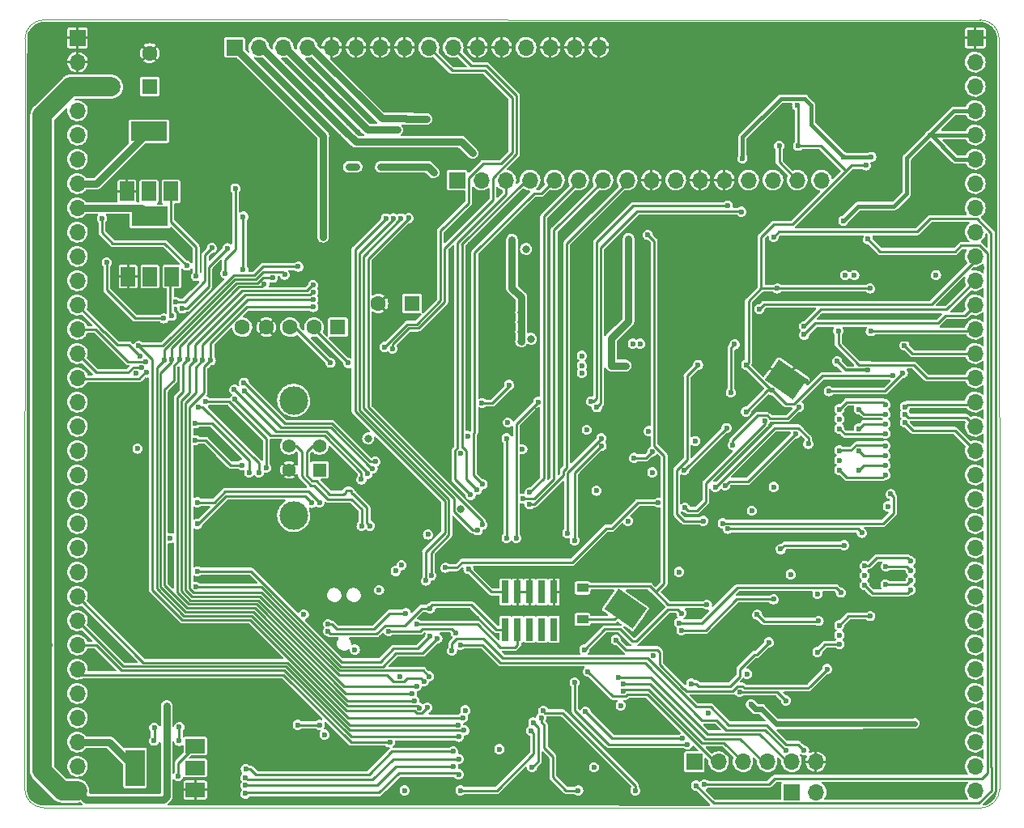
<source format=gbr>
G04 #@! TF.GenerationSoftware,KiCad,Pcbnew,(6.0.1)*
G04 #@! TF.CreationDate,2022-08-29T02:15:06+01:00*
G04 #@! TF.ProjectId,polygonus-Shortage-Version,706f6c79-676f-46e7-9573-2d53686f7274,rev?*
G04 #@! TF.SameCoordinates,Original*
G04 #@! TF.FileFunction,Copper,L4,Bot*
G04 #@! TF.FilePolarity,Positive*
%FSLAX46Y46*%
G04 Gerber Fmt 4.6, Leading zero omitted, Abs format (unit mm)*
G04 Created by KiCad (PCBNEW (6.0.1)) date 2022-08-29 02:15:06*
%MOMM*%
%LPD*%
G01*
G04 APERTURE LIST*
G04 Aperture macros list*
%AMRotRect*
0 Rectangle, with rotation*
0 The origin of the aperture is its center*
0 $1 length*
0 $2 width*
0 $3 Rotation angle, in degrees counterclockwise*
0 Add horizontal line*
21,1,$1,$2,0,0,$3*%
G04 Aperture macros list end*
G04 #@! TA.AperFunction,Profile*
%ADD10C,0.050000*%
G04 #@! TD*
G04 #@! TA.AperFunction,ComponentPad*
%ADD11R,1.600000X1.600000*%
G04 #@! TD*
G04 #@! TA.AperFunction,ComponentPad*
%ADD12C,1.600000*%
G04 #@! TD*
G04 #@! TA.AperFunction,ComponentPad*
%ADD13R,1.700000X1.700000*%
G04 #@! TD*
G04 #@! TA.AperFunction,ComponentPad*
%ADD14O,1.700000X1.700000*%
G04 #@! TD*
G04 #@! TA.AperFunction,ComponentPad*
%ADD15R,1.400000X1.400000*%
G04 #@! TD*
G04 #@! TA.AperFunction,ComponentPad*
%ADD16C,1.400000*%
G04 #@! TD*
G04 #@! TA.AperFunction,ComponentPad*
%ADD17C,3.000000*%
G04 #@! TD*
G04 #@! TA.AperFunction,SMDPad,CuDef*
%ADD18R,0.740000X2.400000*%
G04 #@! TD*
G04 #@! TA.AperFunction,SMDPad,CuDef*
%ADD19RotRect,2.600000X3.600000X235.000000*%
G04 #@! TD*
G04 #@! TA.AperFunction,SMDPad,CuDef*
%ADD20R,1.500000X2.000000*%
G04 #@! TD*
G04 #@! TA.AperFunction,SMDPad,CuDef*
%ADD21R,3.800000X2.000000*%
G04 #@! TD*
G04 #@! TA.AperFunction,SMDPad,CuDef*
%ADD22R,2.000000X1.500000*%
G04 #@! TD*
G04 #@! TA.AperFunction,SMDPad,CuDef*
%ADD23R,2.000000X3.800000*%
G04 #@! TD*
G04 #@! TA.AperFunction,SMDPad,CuDef*
%ADD24R,1.200000X0.900000*%
G04 #@! TD*
G04 #@! TA.AperFunction,ViaPad*
%ADD25C,0.599440*%
G04 #@! TD*
G04 #@! TA.AperFunction,ViaPad*
%ADD26C,0.800000*%
G04 #@! TD*
G04 #@! TA.AperFunction,ViaPad*
%ADD27C,0.600000*%
G04 #@! TD*
G04 #@! TA.AperFunction,ViaPad*
%ADD28C,2.000000*%
G04 #@! TD*
G04 #@! TA.AperFunction,Conductor*
%ADD29C,0.762000*%
G04 #@! TD*
G04 #@! TA.AperFunction,Conductor*
%ADD30C,0.254000*%
G04 #@! TD*
G04 #@! TA.AperFunction,Conductor*
%ADD31C,0.609600*%
G04 #@! TD*
G04 #@! TA.AperFunction,Conductor*
%ADD32C,0.406400*%
G04 #@! TD*
G04 #@! TA.AperFunction,Conductor*
%ADD33C,0.304800*%
G04 #@! TD*
G04 #@! TA.AperFunction,Conductor*
%ADD34C,2.032000*%
G04 #@! TD*
G04 #@! TA.AperFunction,Conductor*
%ADD35C,2.023000*%
G04 #@! TD*
G04 APERTURE END LIST*
D10*
X27598758Y70480030D02*
X27566743Y-7944264D01*
X29598758Y72480030D02*
G75*
G03*
X27598758Y70480030I-1J-1999999D01*
G01*
X127511245Y72474911D02*
X29598758Y72480030D01*
X29566743Y-9944264D02*
X127539293Y-9975264D01*
X127539293Y-9975264D02*
G75*
G03*
X129539293Y-7975264I1J1999999D01*
G01*
X129539293Y-7975264D02*
X129511245Y70474911D01*
X27566743Y-7944264D02*
G75*
G03*
X29566743Y-9944264I1999999J-1D01*
G01*
X129511245Y70474911D02*
G75*
G03*
X127511245Y72474911I-1999999J1D01*
G01*
D11*
G04 #@! TO.P,J1504,1,Pin_1*
G04 #@! TO.N,Net-(D1503-Pad2)*
X60334209Y40322147D03*
D12*
G04 #@! TO.P,J1504,2,Pin_2*
G04 #@! TO.N,/USB_D-*
X57834209Y40322147D03*
G04 #@! TO.P,J1504,3,Pin_3*
G04 #@! TO.N,/USB_D+*
X55334209Y40322147D03*
G04 #@! TO.P,J1504,4,Pin_4*
G04 #@! TO.N,GND*
X52834209Y40322147D03*
G04 #@! TO.P,J1504,5,Pin_5*
G04 #@! TO.N,/USB_SHIELD*
X50334209Y40322147D03*
G04 #@! TD*
D13*
G04 #@! TO.P,J1505,1,Pin_1*
G04 #@! TO.N,+3V3*
X97605501Y-5126837D03*
D14*
G04 #@! TO.P,J1505,2,Pin_2*
G04 #@! TO.N,/mcu/AUX_SPI_CS*
X100145501Y-5126837D03*
G04 #@! TO.P,J1505,3,Pin_3*
G04 #@! TO.N,/mcu/AUX_SPI_SCK*
X102685501Y-5126837D03*
G04 #@! TO.P,J1505,4,Pin_4*
G04 #@! TO.N,/mcu/AUX_SPI_MISO*
X105225501Y-5126837D03*
G04 #@! TO.P,J1505,5,Pin_5*
G04 #@! TO.N,/mcu/AUX_SPI_MOSI*
X107765501Y-5126837D03*
G04 #@! TO.P,J1505,6,Pin_6*
G04 #@! TO.N,GND*
X110305501Y-5126837D03*
G04 #@! TD*
D13*
G04 #@! TO.P,J2,1,Pin_1*
G04 #@! TO.N,/mcu/UART_TX*
X107812339Y-8296983D03*
D14*
G04 #@! TO.P,J2,2,Pin_2*
G04 #@! TO.N,/mcu/UART_RX*
X110352339Y-8296983D03*
G04 #@! TD*
D15*
G04 #@! TO.P,J1501,1,Pin_1*
G04 #@! TO.N,Net-(D1503-Pad2)*
X58420000Y25400000D03*
D16*
G04 #@! TO.P,J1501,2,Pin_2*
G04 #@! TO.N,/USB_D-*
X58420000Y27900000D03*
G04 #@! TO.P,J1501,3,Pin_3*
G04 #@! TO.N,/USB_D+*
X55220000Y27900000D03*
G04 #@! TO.P,J1501,4,Pin_4*
G04 #@! TO.N,GND*
X55220000Y25400000D03*
D17*
G04 #@! TO.P,J1501,5,Pin_5*
G04 #@! TO.N,/USB_SHIELD*
X55710000Y20630000D03*
X55710000Y32670000D03*
G04 #@! TD*
D11*
G04 #@! TO.P,C1001,1*
G04 #@! TO.N,Net-(C1001-Pad1)*
X68072000Y42799000D03*
D12*
G04 #@! TO.P,C1001,2*
G04 #@! TO.N,GND*
X64572000Y42799000D03*
G04 #@! TD*
D11*
G04 #@! TO.P,C17,1*
G04 #@! TO.N,/12V_MR*
X40640000Y65494972D03*
D12*
G04 #@! TO.P,C17,2*
G04 #@! TO.N,GND*
X40640000Y68994972D03*
G04 #@! TD*
D18*
G04 #@! TO.P,J1502,1,Pin_1*
G04 #@! TO.N,+3V3*
X77851000Y12618000D03*
G04 #@! TO.P,J1502,2,Pin_2*
G04 #@! TO.N,/mcu/SWDIO*
X77851000Y8718000D03*
G04 #@! TO.P,J1502,3,Pin_3*
G04 #@! TO.N,GND*
X79121000Y12618000D03*
G04 #@! TO.P,J1502,4,Pin_4*
G04 #@! TO.N,/mcu/SWCLK*
X79121000Y8718000D03*
G04 #@! TO.P,J1502,5,Pin_5*
G04 #@! TO.N,GND*
X80391000Y12618000D03*
G04 #@! TO.P,J1502,6,Pin_6*
G04 #@! TO.N,unconnected-(J1502-Pad6)*
X80391000Y8718000D03*
G04 #@! TO.P,J1502,7,Pin_7*
G04 #@! TO.N,unconnected-(J1502-Pad7)*
X81661000Y12618000D03*
G04 #@! TO.P,J1502,8,Pin_8*
G04 #@! TO.N,unconnected-(J1502-Pad8)*
X81661000Y8718000D03*
G04 #@! TO.P,J1502,9,Pin_9*
G04 #@! TO.N,GND*
X82931000Y12618000D03*
G04 #@! TO.P,J1502,10,Pin_10*
G04 #@! TO.N,/mcu/nRESET*
X82931000Y8718000D03*
G04 #@! TD*
D19*
G04 #@! TO.P,BT1,1,+*
G04 #@! TO.N,Net-(BT1-Pad1)*
X90403105Y10859423D03*
G04 #@! TO.P,BT1,2,-*
G04 #@! TO.N,GND*
X107208895Y34860577D03*
G04 #@! TD*
D20*
G04 #@! TO.P,U17,1,Input*
G04 #@! TO.N,Net-(RN301-Pad5)*
X42977410Y45616805D03*
G04 #@! TO.P,U17,2,Drain*
G04 #@! TO.N,/LS5*
X40677410Y45616805D03*
G04 #@! TO.P,U17,3,Source*
G04 #@! TO.N,GND*
X38377410Y45616805D03*
D21*
G04 #@! TO.P,U17,4,Drain*
G04 #@! TO.N,/LS5*
X40677410Y51916805D03*
G04 #@! TD*
D13*
G04 #@! TO.P,J5,1,Pin_1*
G04 #@! TO.N,GND*
X33087317Y70582684D03*
D14*
G04 #@! TO.P,J5,2,Pin_2*
X33087317Y68042684D03*
G04 #@! TO.P,J5,3,Pin_3*
G04 #@! TO.N,/12V_MR*
X33087317Y65502684D03*
G04 #@! TO.P,J5,4,Pin_4*
G04 #@! TO.N,/LS1*
X33087317Y62962684D03*
G04 #@! TO.P,J5,5,Pin_5*
G04 #@! TO.N,/LS2*
X33087317Y60422684D03*
G04 #@! TO.P,J5,6,Pin_6*
G04 #@! TO.N,/LS3*
X33087317Y57882684D03*
G04 #@! TO.P,J5,7,Pin_7*
G04 #@! TO.N,/LS4*
X33087317Y55342684D03*
G04 #@! TO.P,J5,8,Pin_8*
G04 #@! TO.N,/LS5*
X33087317Y52802684D03*
G04 #@! TO.P,J5,9,Pin_9*
G04 #@! TO.N,/LS6*
X33087317Y50262684D03*
G04 #@! TO.P,J5,10,Pin_10*
G04 #@! TO.N,/LS7*
X33087317Y47722684D03*
G04 #@! TO.P,J5,11,Pin_11*
G04 #@! TO.N,/LS8*
X33087317Y45182684D03*
G04 #@! TO.P,J5,12,Pin_12*
G04 #@! TO.N,/IGN12*
X33087317Y42642684D03*
G04 #@! TO.P,J5,13,Pin_13*
G04 #@! TO.N,/IGN11*
X33087317Y40102684D03*
G04 #@! TO.P,J5,14,Pin_14*
G04 #@! TO.N,/IGN10*
X33087317Y37562684D03*
G04 #@! TO.P,J5,15,Pin_15*
G04 #@! TO.N,/IGN9*
X33087317Y35022684D03*
G04 #@! TO.P,J5,16,Pin_16*
G04 #@! TO.N,/IGN8*
X33087317Y32482684D03*
G04 #@! TO.P,J5,17,Pin_17*
G04 #@! TO.N,/IGN7*
X33087317Y29942684D03*
G04 #@! TO.P,J5,18,Pin_18*
G04 #@! TO.N,/IGN6*
X33087317Y27402684D03*
G04 #@! TO.P,J5,19,Pin_19*
G04 #@! TO.N,/IGN5*
X33087317Y24862684D03*
G04 #@! TO.P,J5,20,Pin_20*
G04 #@! TO.N,/IGN4*
X33087317Y22322684D03*
G04 #@! TO.P,J5,21,Pin_21*
G04 #@! TO.N,/IGN3*
X33087317Y19782684D03*
G04 #@! TO.P,J5,22,Pin_22*
G04 #@! TO.N,/IGN2*
X33087317Y17242684D03*
G04 #@! TO.P,J5,23,Pin_23*
G04 #@! TO.N,/IGN1*
X33087317Y14702684D03*
G04 #@! TO.P,J5,24,Pin_24*
G04 #@! TO.N,/LS9*
X33087317Y12162684D03*
G04 #@! TO.P,J5,25,Pin_25*
G04 #@! TO.N,/LS10*
X33087317Y9622684D03*
G04 #@! TO.P,J5,26,Pin_26*
G04 #@! TO.N,/LS11*
X33087317Y7082684D03*
G04 #@! TO.P,J5,27,Pin_27*
G04 #@! TO.N,/LS12*
X33087317Y4542684D03*
G04 #@! TO.P,J5,28,Pin_28*
G04 #@! TO.N,/LS13*
X33087317Y2002684D03*
G04 #@! TO.P,J5,29,Pin_29*
G04 #@! TO.N,/LS14*
X33087317Y-537316D03*
G04 #@! TO.P,J5,30,Pin_30*
G04 #@! TO.N,/LS15*
X33087317Y-3077316D03*
G04 #@! TO.P,J5,31,Pin_31*
G04 #@! TO.N,/LS16*
X33087317Y-5617316D03*
G04 #@! TO.P,J5,32,Pin_32*
G04 #@! TO.N,/12V_MR*
X33087317Y-8157316D03*
G04 #@! TD*
D20*
G04 #@! TO.P,U16,1,Input*
G04 #@! TO.N,Net-(RN201-Pad8)*
X42870201Y54528659D03*
G04 #@! TO.P,U16,2,Drain*
G04 #@! TO.N,/LS4*
X40570201Y54528659D03*
G04 #@! TO.P,U16,3,Source*
G04 #@! TO.N,GND*
X38270201Y54528659D03*
D21*
G04 #@! TO.P,U16,4,Drain*
G04 #@! TO.N,/LS4*
X40570201Y60828659D03*
G04 #@! TD*
D22*
G04 #@! TO.P,U23,1,Input*
G04 #@! TO.N,Net-(RN501-Pad7)*
X45408978Y-3481730D03*
G04 #@! TO.P,U23,2,Drain*
G04 #@! TO.N,/LS15*
X45408978Y-5781730D03*
G04 #@! TO.P,U23,3,Source*
G04 #@! TO.N,GND*
X45408978Y-8081730D03*
D23*
G04 #@! TO.P,U23,4,Drain*
G04 #@! TO.N,/LS15*
X39108978Y-5781730D03*
G04 #@! TD*
D13*
G04 #@! TO.P,J6,1,Pin_1*
G04 #@! TO.N,+5V*
X72806286Y55705029D03*
D14*
G04 #@! TO.P,J6,2,Pin_2*
G04 #@! TO.N,+3V3*
X75346286Y55705029D03*
G04 #@! TO.P,J6,3,Pin_3*
G04 #@! TO.N,/ETB1_PWM*
X77886286Y55705029D03*
G04 #@! TO.P,J6,4,Pin_4*
G04 #@! TO.N,/ETB1_DIS*
X80426286Y55705029D03*
G04 #@! TO.P,J6,5,Pin_5*
G04 #@! TO.N,/ETB1_DIR*
X82966286Y55705029D03*
G04 #@! TO.P,J6,6,Pin_6*
G04 #@! TO.N,/ETB2_PWM*
X85506286Y55705029D03*
G04 #@! TO.P,J6,7,Pin_7*
G04 #@! TO.N,/ETB2_DIS*
X88046286Y55705029D03*
G04 #@! TO.P,J6,8,Pin_8*
G04 #@! TO.N,/ETB2_DIR*
X90586286Y55705029D03*
G04 #@! TO.P,J6,9,Pin_9*
G04 #@! TO.N,GND*
X93126286Y55705029D03*
G04 #@! TO.P,J6,10,Pin_10*
G04 #@! TO.N,/12V_RAW*
X95666286Y55705029D03*
G04 #@! TO.P,J6,11,Pin_11*
G04 #@! TO.N,GND*
X98206286Y55705029D03*
G04 #@! TO.P,J6,12,Pin_12*
X100746286Y55705029D03*
G04 #@! TO.P,J6,13,Pin_13*
G04 #@! TO.N,/CAN+*
X103286286Y55705029D03*
G04 #@! TO.P,J6,14,Pin_14*
G04 #@! TO.N,/CAN-*
X105826286Y55705029D03*
G04 #@! TO.P,J6,15,Pin_15*
G04 #@! TO.N,/VR2+*
X108366286Y55705029D03*
G04 #@! TO.P,J6,16,Pin_16*
G04 #@! TO.N,/VR1+*
X110906286Y55705029D03*
G04 #@! TD*
D24*
G04 #@! TO.P,D7,1,K*
G04 #@! TO.N,/Keep_Alive/Keep_Alive*
X85908431Y13041269D03*
G04 #@! TO.P,D7,2,A*
G04 #@! TO.N,Net-(BT1-Pad1)*
X85908431Y9741269D03*
G04 #@! TD*
D13*
G04 #@! TO.P,J3,1,Pin_1*
G04 #@! TO.N,GND*
X127000000Y70587779D03*
D14*
G04 #@! TO.P,J3,2,Pin_2*
G04 #@! TO.N,Net-(F101-Pad1)*
X127000000Y68047779D03*
G04 #@! TO.P,J3,3,Pin_3*
G04 #@! TO.N,Net-(F102-Pad2)*
X127000000Y65507779D03*
G04 #@! TO.P,J3,4,Pin_4*
G04 #@! TO.N,/5V_SENSOR_2*
X127000000Y62967779D03*
G04 #@! TO.P,J3,5,Pin_5*
X127000000Y60427779D03*
G04 #@! TO.P,J3,6,Pin_6*
X127000000Y57887779D03*
G04 #@! TO.P,J3,7,Pin_7*
G04 #@! TO.N,/5V_SENSOR_1*
X127000000Y55347779D03*
G04 #@! TO.P,J3,8,Pin_8*
X127000000Y52807779D03*
G04 #@! TO.P,J3,9,Pin_9*
X127000000Y50267779D03*
G04 #@! TO.P,J3,10,Pin_10*
G04 #@! TO.N,/DIGITAL_6*
X127000000Y47727779D03*
G04 #@! TO.P,J3,11,Pin_11*
G04 #@! TO.N,/DIGITAL_5*
X127000000Y45187779D03*
G04 #@! TO.P,J3,12,Pin_12*
G04 #@! TO.N,/DIGITAL_4*
X127000000Y42647779D03*
G04 #@! TO.P,J3,13,Pin_13*
G04 #@! TO.N,/DIGITAL_3*
X127000000Y40107779D03*
G04 #@! TO.P,J3,14,Pin_14*
G04 #@! TO.N,/DIGITAL_2*
X127000000Y37567779D03*
G04 #@! TO.P,J3,15,Pin_15*
G04 #@! TO.N,/DIGITAL_1*
X127000000Y35027779D03*
G04 #@! TO.P,J3,16,Pin_16*
G04 #@! TO.N,/AT4*
X127000000Y32487779D03*
G04 #@! TO.P,J3,17,Pin_17*
G04 #@! TO.N,/AT3*
X127000000Y29947779D03*
G04 #@! TO.P,J3,18,Pin_18*
G04 #@! TO.N,/AT2*
X127000000Y27407779D03*
G04 #@! TO.P,J3,19,Pin_19*
G04 #@! TO.N,/AT1*
X127000000Y24867779D03*
G04 #@! TO.P,J3,20,Pin_20*
G04 #@! TO.N,/AV11*
X127000000Y22327779D03*
G04 #@! TO.P,J3,21,Pin_21*
G04 #@! TO.N,/AV10*
X127000000Y19787779D03*
G04 #@! TO.P,J3,22,Pin_22*
G04 #@! TO.N,/AV9*
X127000000Y17247779D03*
G04 #@! TO.P,J3,23,Pin_23*
G04 #@! TO.N,/AV8*
X127000000Y14707779D03*
G04 #@! TO.P,J3,24,Pin_24*
G04 #@! TO.N,/AV7*
X127000000Y12167779D03*
G04 #@! TO.P,J3,25,Pin_25*
G04 #@! TO.N,/AV6*
X127000000Y9627779D03*
G04 #@! TO.P,J3,26,Pin_26*
G04 #@! TO.N,/AV5*
X127000000Y7087779D03*
G04 #@! TO.P,J3,27,Pin_27*
G04 #@! TO.N,/AV4*
X127000000Y4547779D03*
G04 #@! TO.P,J3,28,Pin_28*
G04 #@! TO.N,/AV3*
X127000000Y2007779D03*
G04 #@! TO.P,J3,29,Pin_29*
G04 #@! TO.N,/AV2*
X127000000Y-532221D03*
G04 #@! TO.P,J3,30,Pin_30*
G04 #@! TO.N,/AV1*
X127000000Y-3072221D03*
G04 #@! TO.P,J3,31,Pin_31*
G04 #@! TO.N,/KNOCK_1*
X127000000Y-5612221D03*
G04 #@! TO.P,J3,32,Pin_32*
G04 #@! TO.N,/KNOCK_2*
X127000000Y-8152221D03*
G04 #@! TD*
D13*
G04 #@! TO.P,J7,1,Pin_1*
G04 #@! TO.N,/HS1*
X49530000Y69596912D03*
D14*
G04 #@! TO.P,J7,2,Pin_2*
G04 #@! TO.N,/HS2*
X52070000Y69596912D03*
G04 #@! TO.P,J7,3,Pin_3*
G04 #@! TO.N,/HS3*
X54610000Y69596912D03*
G04 #@! TO.P,J7,4,Pin_4*
G04 #@! TO.N,/HS4*
X57150000Y69596912D03*
G04 #@! TO.P,J7,5,Pin_5*
G04 #@! TO.N,GND*
X59690000Y69596912D03*
G04 #@! TO.P,J7,6,Pin_6*
X62230000Y69596912D03*
G04 #@! TO.P,J7,7,Pin_7*
X64770000Y69596912D03*
G04 #@! TO.P,J7,8,Pin_8*
X67310000Y69596912D03*
G04 #@! TO.P,J7,9,Pin_9*
G04 #@! TO.N,/CAN2+*
X69850000Y69596912D03*
G04 #@! TO.P,J7,10,Pin_10*
G04 #@! TO.N,/CAN2-*
X72390000Y69596912D03*
G04 #@! TO.P,J7,11,Pin_11*
G04 #@! TO.N,GND*
X74930000Y69596912D03*
G04 #@! TO.P,J7,12,Pin_12*
X77470000Y69596912D03*
G04 #@! TO.P,J7,13,Pin_13*
G04 #@! TO.N,/Perm_Live*
X80010000Y69596912D03*
G04 #@! TO.P,J7,14,Pin_14*
G04 #@! TO.N,GND*
X82550000Y69596912D03*
G04 #@! TO.P,J7,15,Pin_15*
X85090000Y69596912D03*
G04 #@! TO.P,J7,16,Pin_16*
X87630000Y69596912D03*
G04 #@! TD*
D25*
G04 #@! TO.N,GND*
X106350129Y61414633D03*
X80875092Y64312918D03*
G04 #@! TO.N,/12V_MR*
X61482861Y57101531D03*
X70344941Y56527208D03*
G04 #@! TO.N,/HS2*
X62671080Y59727069D03*
X62031752Y59897558D03*
X61491876Y60437434D03*
G04 #@! TO.N,/HS1*
X58820907Y58019093D03*
X58806700Y58806700D03*
X58820907Y59670240D03*
G04 #@! TO.N,/HS4*
X69590026Y62113893D03*
X68893870Y62113893D03*
X68183505Y62113893D03*
G04 #@! TO.N,/HS3*
X64319126Y60991517D03*
X65114733Y60991517D03*
X65739853Y60991517D03*
G04 #@! TO.N,GND*
X107447193Y63528414D03*
X107454837Y59266499D03*
X54286961Y59410344D03*
X121303411Y41468896D03*
X100029902Y35001739D03*
X110459879Y30955845D03*
X56704333Y-2268379D03*
X62569182Y28389651D03*
X108271698Y6123906D03*
X99441709Y20929579D03*
X112316193Y-261610D03*
X69294725Y10069034D03*
X120056983Y47545114D03*
X71373727Y57039180D03*
X110977787Y41428684D03*
X109318296Y34666393D03*
X40966649Y-3949433D03*
X102645826Y38382868D03*
X124574932Y26453219D03*
X104661527Y4685199D03*
X125566836Y-6091932D03*
X79977662Y-4066557D03*
X99520273Y-8284319D03*
X98276090Y-9308916D03*
X123583029Y6320263D03*
X69996981Y37087963D03*
X43970995Y71678189D03*
X60258269Y68197696D03*
X89757670Y-421288D03*
X103014055Y35425959D03*
X127564047Y15984618D03*
X121464002Y15625478D03*
X115084099Y-3766454D03*
X75336587Y-5710376D03*
X127617663Y717349D03*
X61661730Y14323851D03*
X115758736Y48563826D03*
X91755741Y29894019D03*
X98496291Y10432895D03*
X102560012Y40356356D03*
X49547130Y68129472D03*
X115220414Y6663840D03*
X64625790Y36149780D03*
X123140694Y2875409D03*
X105565970Y31582114D03*
X43654317Y-7847412D03*
X102362507Y32123344D03*
X85599791Y-3344541D03*
X87324941Y1293725D03*
X47017826Y51893155D03*
X127577451Y38838607D03*
X71909446Y41864255D03*
X69100325Y29076538D03*
X118557881Y18745095D03*
X125006115Y10508966D03*
X68794465Y34635117D03*
X42903631Y16912258D03*
X72113168Y9935836D03*
X77129668Y54275640D03*
X124692035Y59518828D03*
X69114436Y12808291D03*
X75596356Y2988952D03*
X61520259Y30431893D03*
X65484574Y22398019D03*
X107074273Y53296616D03*
X63590837Y9744741D03*
X83457814Y1474184D03*
X121169112Y18976503D03*
X84338750Y10941899D03*
X79716283Y-6727271D03*
X114284285Y5264678D03*
X119632520Y28578928D03*
X64827005Y7805346D03*
X87057957Y16643461D03*
X49449043Y26803461D03*
X110564895Y18603874D03*
X109919106Y36457180D03*
X115006453Y23695654D03*
X45956109Y21072036D03*
X114255319Y28520844D03*
X93892950Y-4121530D03*
X52368522Y49261665D03*
X29065218Y70898360D03*
X127557345Y-1822727D03*
X115211478Y7995314D03*
X110910766Y38412762D03*
X109823202Y18577066D03*
X109876684Y24062863D03*
X106167221Y-8615692D03*
X117739563Y14346393D03*
X88631827Y44339180D03*
X79659921Y23616434D03*
X110402546Y4996057D03*
X125035354Y21970566D03*
X74842121Y9877358D03*
X112135929Y-5877467D03*
X127577451Y5797503D03*
X108553184Y7602825D03*
X127590855Y26131521D03*
X40133194Y49929334D03*
X120138176Y11815943D03*
X99528989Y30144743D03*
X125459566Y-8503660D03*
X123668678Y42881964D03*
X43070591Y63910292D03*
X102141592Y34176556D03*
X125044076Y28289581D03*
X103624944Y7562613D03*
X48665569Y674366D03*
X124692035Y61448587D03*
X107766192Y12191258D03*
X43994912Y60784567D03*
X117845153Y38385954D03*
X95275729Y5303401D03*
X47532279Y-5207464D03*
X81238815Y31647351D03*
X119065848Y8250453D03*
X115107555Y9426580D03*
X107121874Y41442088D03*
X81034769Y18046922D03*
X34623884Y42591925D03*
X52631671Y52039349D03*
X117704641Y-2001678D03*
X91996346Y-7132984D03*
X113127832Y46988299D03*
X71829277Y31727521D03*
X96864367Y36320208D03*
X63192473Y-4081778D03*
X41209681Y8481119D03*
X50394464Y-4993366D03*
X114144059Y16574154D03*
X124311931Y40659817D03*
X54269043Y38940377D03*
X64825491Y-3988419D03*
X103990982Y23993714D03*
X81219323Y26579297D03*
X102437653Y15941730D03*
X104998320Y53764437D03*
X47846883Y31784424D03*
X91426595Y-4081317D03*
X63577970Y62116556D03*
X90060429Y25483942D03*
X125824801Y16064333D03*
X45624736Y-1664735D03*
X42847052Y31588249D03*
X78724905Y269746D03*
X101747752Y8129816D03*
X94150734Y46250071D03*
X34133897Y849798D03*
X125446199Y47309998D03*
X77194118Y20156512D03*
X122674560Y50542523D03*
X114306471Y41415280D03*
X125598437Y49548405D03*
X127577451Y13424435D03*
X40159184Y47344376D03*
X62395424Y60739084D03*
X110591532Y1516666D03*
X77953643Y-5701857D03*
X66932217Y-3378063D03*
X44505491Y45590049D03*
X122465790Y36398703D03*
X127564047Y36305232D03*
X35588763Y61626369D03*
X120181717Y23958803D03*
X111097779Y-3119327D03*
X93855822Y51668366D03*
X127564047Y43918761D03*
X123637965Y324350D03*
X33898087Y26297905D03*
X75408678Y65869290D03*
X62709158Y7653433D03*
X104723462Y20555416D03*
X34687534Y18491152D03*
X121604258Y33008085D03*
X107906281Y25403273D03*
X107547517Y35190166D03*
X74954570Y15059274D03*
X82008770Y21793884D03*
X76473520Y11029616D03*
X35332687Y-4793285D03*
X29224931Y-9095458D03*
X39816457Y15526783D03*
X128054495Y49226778D03*
X114324343Y38368081D03*
X127617663Y21051367D03*
X120753072Y2026697D03*
X121451777Y27766821D03*
X95272478Y37566154D03*
X38285803Y-8184983D03*
X94951873Y12392319D03*
X108510120Y-2466123D03*
X121961133Y21373066D03*
X121303411Y38385954D03*
X34620585Y45372908D03*
X114277659Y-2059763D03*
X81288007Y-7037382D03*
X104281126Y-556039D03*
X97585590Y30271030D03*
X71052101Y67214274D03*
X127674391Y46507572D03*
X48580822Y-7104694D03*
X94032504Y10998178D03*
X88923533Y41146081D03*
X122323695Y59021768D03*
X120942422Y-2030490D03*
X99578750Y-1461938D03*
X57490331Y68139219D03*
X52028028Y27690995D03*
X59694003Y7579787D03*
X73493755Y14216084D03*
X38398360Y17961405D03*
X96665269Y46337787D03*
X38378867Y21567521D03*
X124749186Y13089333D03*
X119671862Y34293511D03*
X90025944Y34038865D03*
X73202103Y16535729D03*
X116358220Y11708710D03*
X53780455Y5918478D03*
X92200208Y11797371D03*
X37903800Y9514847D03*
X62565667Y11120286D03*
X38242420Y32112973D03*
X127564047Y10891060D03*
X125276811Y31566557D03*
X51443253Y13733103D03*
X103674575Y25990529D03*
X105433879Y36506294D03*
X104482188Y1441170D03*
X39864697Y-1372348D03*
X34746012Y14368484D03*
X47310214Y33677397D03*
X43283960Y-4209334D03*
X98845907Y46132491D03*
X125335288Y30280051D03*
X42837306Y23352660D03*
X107672364Y10395109D03*
X103925582Y-6218113D03*
X68508327Y58325686D03*
X81968171Y-4730060D03*
X71691255Y49792361D03*
X102950753Y24810968D03*
X107008861Y-2064000D03*
X98611193Y5422188D03*
X97634851Y7385505D03*
X52412531Y68129472D03*
X38398360Y14257827D03*
X113397457Y34574054D03*
X51579075Y41542628D03*
X102564480Y43408023D03*
X41367720Y779700D03*
X46043825Y13889043D03*
X56632661Y60849017D03*
X88812283Y14772179D03*
X75745699Y54061223D03*
X72191563Y48274044D03*
X72551750Y5509135D03*
X36053285Y57828626D03*
X73942641Y30450761D03*
X38342381Y25128354D03*
X49845391Y38808752D03*
X72967390Y67944294D03*
X115026800Y30738324D03*
X97670058Y43277462D03*
X122865910Y26312476D03*
X56344996Y64261157D03*
X34687534Y30186662D03*
X91681273Y1307130D03*
X88573833Y8071271D03*
X91338724Y28100849D03*
X54365231Y-2297618D03*
X119187598Y21648939D03*
X67070937Y16617471D03*
X127604259Y33745049D03*
X92119141Y25950235D03*
X45683214Y937515D03*
X108903096Y164112D03*
X92477501Y24060988D03*
X74205790Y49012661D03*
X113164410Y21678178D03*
X49178487Y16788403D03*
X57080204Y31003450D03*
X116880034Y18124892D03*
X102820080Y18450972D03*
X89664931Y45606193D03*
X32246272Y-4346306D03*
X127577451Y3264128D03*
X97767521Y39106063D03*
X91795285Y34079077D03*
X113800741Y-3925018D03*
X66198464Y52770318D03*
X104090851Y33705766D03*
X34629057Y22555341D03*
X118824574Y2902217D03*
X40117475Y42858373D03*
X80815328Y47321535D03*
X89816148Y-4378269D03*
X59882888Y59758386D03*
X101333077Y-6296083D03*
X119588608Y-5850658D03*
X74994612Y61823643D03*
X98061624Y11949984D03*
X117845153Y41442088D03*
X36491309Y36629922D03*
X127604259Y23611550D03*
X65182329Y27244242D03*
X63113037Y52525645D03*
X127577451Y18544801D03*
X48293012Y60784567D03*
X97243437Y21988503D03*
X127590855Y8357686D03*
X43970995Y67194518D03*
X71576737Y-3357957D03*
X30972139Y-1557996D03*
X55073259Y68100234D03*
X119509225Y-3554885D03*
X79449277Y53866297D03*
X46579245Y54963226D03*
X71271541Y64825491D03*
X47529030Y28703981D03*
X105725391Y18332812D03*
X36766961Y11656525D03*
X111705920Y36307737D03*
X107927249Y21183819D03*
X87783566Y6640011D03*
X107130810Y38403826D03*
X37438503Y-5684268D03*
D26*
G04 #@! TO.N,+5V*
X79502000Y39878000D03*
X79502000Y40894000D03*
X79502000Y41910000D03*
X80518000Y39116000D03*
D25*
X102362000Y2159000D03*
X118374808Y35299690D03*
D26*
X79502000Y38862000D03*
D25*
X91948000Y38608000D03*
X115987248Y44384467D03*
X73914000Y28956000D03*
X78537733Y49493666D03*
X117856000Y21590000D03*
X103013061Y31497236D03*
X115555509Y57252300D03*
D26*
X63500000Y28702000D03*
D25*
X103632000Y21124620D03*
X103045029Y36371089D03*
X39192447Y35560000D03*
X112776000Y30734000D03*
X39371411Y27622147D03*
X42772231Y18277683D03*
X115415414Y14354291D03*
X112776000Y8128000D03*
X106281725Y44384466D03*
X78105000Y30353000D03*
X91186000Y38608000D03*
X105786536Y33718190D03*
X108364103Y63519212D03*
X108459295Y59298640D03*
X110490000Y12446000D03*
X112776000Y26416000D03*
X105918000Y23622000D03*
X107188000Y1270000D03*
X107696000Y14478000D03*
X97716099Y28413661D03*
G04 #@! TO.N,+3V3*
X88900000Y36322000D03*
X89662000Y36322000D03*
X90424000Y36322000D03*
X103124000Y4064000D03*
X58928000Y-2286000D03*
X77216000Y-3810000D03*
X67310000Y-8128000D03*
X73152000Y27178000D03*
D27*
X99060000Y0D03*
X120642680Y-1102660D03*
D25*
X56769000Y10287000D03*
X92837000Y29464000D03*
X85852000Y36322000D03*
X64643000Y12827000D03*
X93218000Y25146000D03*
X87122000Y-5715000D03*
X73983855Y15023377D03*
X85852000Y35560000D03*
D27*
X87376000Y23216434D03*
D26*
X73152000Y21336000D03*
D25*
X62103000Y6604000D03*
D27*
X93343667Y5967667D03*
D25*
X66802000Y3810000D03*
D27*
X103533698Y860302D03*
X96012000Y14732000D03*
X89916000Y762000D03*
X90678000Y20066000D03*
D25*
X79629000Y27559000D03*
D27*
X115074146Y-1176828D03*
D25*
X69748400Y18643600D03*
X73660000Y254000D03*
D27*
X86360000Y29591000D03*
D25*
X90726273Y49593153D03*
X85852000Y37338000D03*
G04 #@! TO.N,/mcu/AV4*
X97282000Y3048000D03*
X105410000Y7366000D03*
G04 #@! TO.N,/mcu/AV2*
X89408000Y7620000D03*
X111506000Y4572000D03*
G04 #@! TO.N,/mcu/AV5*
X96266000Y8636000D03*
X105894633Y11862275D03*
G04 #@! TO.N,/mcu/AV6*
X96012000Y9398000D03*
X112939557Y12565968D03*
G04 #@! TO.N,/mcu/AV9*
X101115632Y19232880D03*
X115137439Y18811658D03*
G04 #@! TO.N,/mcu/AV10*
X100584000Y19812000D03*
X118150241Y22871219D03*
G04 #@! TO.N,/5V_SENSOR_1*
X116122964Y58146824D03*
X113221818Y58146824D03*
X102642191Y57990475D03*
G04 #@! TO.N,/5V_SENSOR_2*
X113206146Y51458098D03*
G04 #@! TO.N,/mcu/nRESET*
X82931000Y8636000D03*
X65659000Y8509000D03*
X72644000Y8382000D03*
G04 #@! TO.N,/mcu/SWDIO*
X69977000Y10922000D03*
X59309000Y8509000D03*
G04 #@! TO.N,/mcu/SWCLK*
X59309000Y9271000D03*
X67437000Y10414000D03*
X68580000Y9271000D03*
G04 #@! TO.N,/mcu/5V_SENSOR_1_PG*
X98679000Y-7493000D03*
X115769916Y49534146D03*
G04 #@! TO.N,/mcu/5V_SENSOR_2_PG*
X97790000Y-7620000D03*
X105915182Y49774709D03*
G04 #@! TO.N,/mcu/AT2*
X99822000Y23622000D03*
X109535875Y28132125D03*
G04 #@! TO.N,/mcu/AT1*
X100838000Y23749000D03*
X108204000Y29210000D03*
G04 #@! TO.N,/mcu/AT3*
X104985486Y30534020D03*
X96647000Y21463000D03*
G04 #@! TO.N,Net-(RN201-Pad7)*
X48559934Y45941964D03*
X49617453Y54854443D03*
G04 #@! TO.N,Net-(RN201-Pad8)*
X45506107Y45669069D03*
G04 #@! TO.N,Net-(RN201-Pad6)*
X44530956Y46766623D03*
X35655362Y51693175D03*
G04 #@! TO.N,Net-(RN201-Pad5)*
X50430364Y51901206D03*
X50431216Y46343577D03*
G04 #@! TO.N,Net-(RN301-Pad7)*
X44046334Y42287675D03*
X48786297Y48591372D03*
G04 #@! TO.N,Net-(RN301-Pad8)*
X47155424Y48610865D03*
X43386296Y42972079D03*
G04 #@! TO.N,Net-(RN301-Pad6)*
X36162693Y47092023D03*
X42127404Y41244268D03*
G04 #@! TO.N,Net-(RN301-Pad5)*
X42946089Y41517163D03*
G04 #@! TO.N,Net-(RN501-Pad6)*
X43737735Y-1508470D03*
X43737735Y-2950917D03*
G04 #@! TO.N,Net-(RN501-Pad8)*
X41106246Y-2931424D03*
X41125738Y-1566948D03*
G04 #@! TO.N,Net-(RN501-Pad7)*
X43620780Y-6635003D03*
G04 #@! TO.N,/mcu/12V_DIVIDED*
X98005596Y36383413D03*
X98552000Y20066000D03*
G04 #@! TO.N,/ETB2_DIR*
X80384597Y21799359D03*
G04 #@! TO.N,/ETB2_DIS*
X79696825Y22402349D03*
G04 #@! TO.N,Net-(C1205-Pad1)*
X112545465Y36752301D03*
X115757378Y35819548D03*
G04 #@! TO.N,Net-(C1404-Pad1)*
X111683129Y33637718D03*
X119416706Y35523294D03*
G04 #@! TO.N,Net-(C1408-Pad1)*
X101822312Y38537988D03*
X101426906Y33491722D03*
G04 #@! TO.N,/lowside_quad1/IN1*
X47033545Y36867492D03*
X57767425Y42432262D03*
X69850000Y3810000D03*
G04 #@! TO.N,/lowside_quad1/IN3*
X57741435Y43991663D03*
X45410549Y36900967D03*
X68580000Y2794000D03*
G04 #@! TO.N,/lowside_quad1/IN2*
X46195367Y36867492D03*
X69318368Y3278368D03*
X57751281Y43226532D03*
G04 #@! TO.N,/lowside_quad1/IN4*
X44627265Y36935976D03*
X68072000Y2032000D03*
X57741435Y44743006D03*
G04 #@! TO.N,/lowside_quad2/IN1*
X43795982Y36922987D03*
X68326000Y1270000D03*
X52632296Y44843361D03*
G04 #@! TO.N,/lowside_quad2/IN3*
X42160416Y36867492D03*
X69690732Y522928D03*
X54754617Y45821399D03*
G04 #@! TO.N,/lowside_quad2/IN2*
X42978352Y36923651D03*
X53522979Y45499792D03*
X68834000Y508000D03*
G04 #@! TO.N,/lowside_quad2/IN4*
X73404241Y-530273D03*
X39495535Y38365348D03*
X56183708Y46663187D03*
G04 #@! TO.N,/ETB1_DIR*
X75461761Y23892379D03*
G04 #@! TO.N,/ETB1_DIS*
X74873478Y23309863D03*
G04 #@! TO.N,/lowside_quad4/IN4*
X72955612Y-6437561D03*
X50658042Y-8461418D03*
G04 #@! TO.N,/lowside_quad4/IN2*
X72966831Y-4833170D03*
X50672065Y-6778581D03*
G04 #@! TO.N,/lowside_quad4/IN3*
X50658042Y-7605976D03*
X72383416Y-5596097D03*
G04 #@! TO.N,/lowside_quad4/IN1*
X72373446Y-4053846D03*
X50700113Y-5881068D03*
G04 #@! TO.N,/highside_quad/IN1*
X69549119Y13814755D03*
X65361657Y51704856D03*
G04 #@! TO.N,/highside_quad/IN3*
X74959992Y19084316D03*
X66929721Y51713520D03*
G04 #@! TO.N,/highside_quad/IN2*
X66141357Y51713520D03*
X70080399Y14346034D03*
G04 #@! TO.N,/mcu/CAN_RX*
X77978000Y18288000D03*
X77978000Y28702000D03*
G04 #@! TO.N,/mcu/CAN_TX*
X81280000Y32512000D03*
X78994000Y18288000D03*
G04 #@! TO.N,/highside_quad/IN4*
X67718085Y51739510D03*
X75448080Y19655530D03*
G04 #@! TO.N,/ign1/IN4*
X58420000Y21996400D03*
X45629034Y22009351D03*
G04 #@! TO.N,/AT4*
X119634000Y32004000D03*
G04 #@! TO.N,/AT2*
X119634000Y30353000D03*
G04 #@! TO.N,/AT3*
X119634000Y31242000D03*
G04 #@! TO.N,/HS4*
X67468926Y62133324D03*
G04 #@! TO.N,/HS2*
X74411460Y58548526D03*
X60960000Y60960000D03*
G04 #@! TO.N,/HS3*
X66533285Y60993012D03*
G04 #@! TO.N,/HS1*
X58781848Y49783760D03*
X58802928Y60349759D03*
G04 #@! TO.N,/LS9*
X72898000Y-1270000D03*
G04 #@! TO.N,/LS10*
X73544636Y-1848620D03*
G04 #@! TO.N,/LS11*
X72972441Y-2523170D03*
G04 #@! TO.N,/LS12*
X65758308Y-3101790D03*
G04 #@! TO.N,/CAN+*
X101104719Y53048888D03*
X86820263Y32559737D03*
G04 #@! TO.N,/CAN-*
X102519195Y52405667D03*
X87423737Y31956263D03*
G04 #@! TO.N,/ign1/IN3*
X57607200Y21945600D03*
X45616039Y19735224D03*
G04 #@! TO.N,/ign1/IN1*
X70739000Y7747000D03*
X45473094Y13146753D03*
G04 #@! TO.N,/ign1/IN2*
X45635532Y14790622D03*
X69977000Y8001000D03*
G04 #@! TO.N,/ign2/IN2*
X51054000Y25146000D03*
X45415189Y30260134D03*
G04 #@! TO.N,/IGN9*
X62791247Y24402380D03*
X49563673Y32788620D03*
X40340065Y35585990D03*
G04 #@! TO.N,/IGN10*
X63415007Y24981000D03*
X39778699Y36128101D03*
X49494001Y33799700D03*
G04 #@! TO.N,/IGN11*
X40210115Y36743241D03*
X63970000Y25569998D03*
X50546597Y33682745D03*
G04 #@! TO.N,/IGN12*
X64241994Y26270379D03*
X39632556Y37321861D03*
X50507612Y34520923D03*
G04 #@! TO.N,/mcu/DIGITAL5*
X100984378Y29791843D03*
X96556268Y25363732D03*
G04 #@! TO.N,/mcu/DIGITAL2*
X108564934Y31994252D03*
X101638047Y28004875D03*
G04 #@! TO.N,/mcu/DIGITAL1*
X71571117Y15166354D03*
X93853000Y21971000D03*
G04 #@! TO.N,/DIGITAL_5*
X109074003Y40424324D03*
G04 #@! TO.N,/DIGITAL_6*
X104407659Y42222914D03*
G04 #@! TO.N,/DIGITAL_1*
X112668780Y39949999D03*
G04 #@! TO.N,/DIGITAL_2*
X119574428Y38434842D03*
G04 #@! TO.N,/DIGITAL_3*
X116068295Y39916341D03*
G04 #@! TO.N,/DIGITAL_4*
X109097311Y39546097D03*
G04 #@! TO.N,/ign2/IN1*
X45415189Y28505807D03*
X50292000Y25908000D03*
G04 #@! TO.N,/ign2/IN3*
X45725972Y32001465D03*
X52070000Y25146000D03*
G04 #@! TO.N,/ign2/IN4*
X46479683Y32560251D03*
X52832000Y25654000D03*
G04 #@! TO.N,/VR2+*
X106484663Y59294397D03*
D27*
G04 #@! TO.N,/USB_D+*
X62819000Y19558000D03*
X66382871Y14820871D03*
X59563561Y36605573D03*
G04 #@! TO.N,/USB_D-*
X66986741Y15424741D03*
X63673000Y19558000D03*
X61434842Y36579583D03*
D26*
G04 #@! TO.N,/12V_PROT*
X80010000Y48514000D03*
D25*
X113378122Y45763136D03*
X114347306Y45767306D03*
X122893861Y45773091D03*
G04 #@! TO.N,/mcu/LED1*
X73152000Y-8128000D03*
X80528446Y-1868228D03*
G04 #@! TO.N,/mcu/LED2*
X80772000Y-1016000D03*
X80645000Y-5715000D03*
G04 #@! TO.N,/mcu/LED3*
X85471000Y-8128000D03*
X81595234Y-531632D03*
G04 #@! TO.N,/mcu/LED4*
X91440000Y-8128000D03*
X81806421Y189940D03*
G04 #@! TO.N,Net-(C2-Pad1)*
X112784141Y7160860D03*
X110490000Y6350000D03*
G04 #@! TO.N,Net-(C4-Pad1)*
X112776000Y9144000D03*
X116009755Y10103902D03*
G04 #@! TO.N,Net-(C5-Pad1)*
X115415414Y13338291D03*
X120241414Y12830291D03*
G04 #@! TO.N,Net-(C6-Pad1)*
X120241414Y13846291D03*
X117603421Y13406829D03*
G04 #@! TO.N,Net-(C7-Pad1)*
X120241414Y14862291D03*
X117653909Y15325367D03*
G04 #@! TO.N,Net-(C8-Pad1)*
X120241414Y15878291D03*
X115415414Y15370291D03*
G04 #@! TO.N,Net-(C9-Pad1)*
X117602000Y24892000D03*
X112776000Y25400000D03*
G04 #@! TO.N,Net-(C10-Pad1)*
X117602000Y25908000D03*
X114808000Y25400000D03*
G04 #@! TO.N,Net-(C11-Pad1)*
X114808000Y27432000D03*
X117602000Y26924000D03*
G04 #@! TO.N,Net-(C12-Pad1)*
X112776000Y27432000D03*
X117602000Y27940000D03*
G04 #@! TO.N,Net-(C13-Pad1)*
X117602000Y29210000D03*
X112776000Y29718000D03*
G04 #@! TO.N,Net-(C14-Pad1)*
X114808000Y29718000D03*
X117602000Y30226000D03*
G04 #@! TO.N,Net-(C15-Pad1)*
X114808000Y31750000D03*
X117602000Y31242000D03*
G04 #@! TO.N,Net-(C16-Pad1)*
X112776000Y31750000D03*
X117602000Y32258000D03*
G04 #@! TO.N,Net-(R3-Pad2)*
X110616428Y9600149D03*
X104176441Y10265849D03*
G04 #@! TO.N,Net-(R11-Pad2)*
X113284000Y17526000D03*
X106646265Y17106795D03*
G04 #@! TO.N,/knock/FILTERED_1*
X86233000Y127000D03*
X96393000Y-2667000D03*
G04 #@! TO.N,/knock/FILTERED_2*
X96901000Y-3302000D03*
X85090000Y3175000D03*
G04 #@! TO.N,Net-(C902-Pad1)*
X78232000Y34290000D03*
X75398896Y32387595D03*
G04 #@! TO.N,/ETB2_PWM*
X80384597Y23032159D03*
G04 #@! TO.N,/ETB1_PWM*
X74211421Y22779564D03*
G04 #@! TO.N,/mcu/AUX_SPI_MOSI*
X89670990Y3691990D03*
G04 #@! TO.N,/mcu/AUX_SPI_MISO*
X90170000Y3048000D03*
G04 #@! TO.N,/mcu/AUX_SPI_SCK*
X90170000Y2286000D03*
G04 #@! TO.N,/mcu/AUX_SPI_CS*
X86487000Y4318000D03*
G04 #@! TO.N,/mcu/SD_MISO*
X56134000Y-1270000D03*
X58420000Y-1270000D03*
G04 #@! TO.N,/mcu/UART_RX*
X109093000Y-3937000D03*
X72263000Y6477000D03*
G04 #@! TO.N,/mcu/UART_TX*
X107188000Y-3937000D03*
X73152000Y7112000D03*
G04 #@! TO.N,/CAN2+*
X65207769Y38269387D03*
G04 #@! TO.N,/CAN2-*
X66040000Y38100000D03*
G04 #@! TO.N,/mcu/BARO_SCL*
X93218000Y27305000D03*
X91313000Y26670000D03*
G04 #@! TO.N,/12V_MR*
X42408471Y694183D03*
X62285491Y57101531D03*
X69874578Y56997571D03*
D28*
X36610257Y65485240D03*
X29466389Y7029251D03*
D25*
G04 #@! TO.N,/Keep_Alive/Keep_Alive*
X92748730Y49991774D03*
X98933000Y11303000D03*
G04 #@! TO.N,Net-(C30-Pad1)*
X86106000Y6604000D03*
X96266000Y10414000D03*
D27*
G04 #@! TO.N,/mcu/VR_2*
X87884000Y28702000D03*
X84328000Y18796000D03*
G04 #@! TO.N,/mcu/VR_1*
X85090000Y18034000D03*
X87912698Y27911302D03*
G04 #@! TD*
D29*
G04 #@! TO.N,/HS3*
X54824102Y69596912D02*
X54610000Y69596912D01*
X66531790Y60991517D02*
X63429497Y60991517D01*
X66533285Y60993012D02*
X66531790Y60991517D01*
X63429497Y60991517D02*
X54824102Y69596912D01*
G04 #@! TO.N,/12V_MR*
X69874578Y56997394D02*
X70346277Y56525695D01*
X69874578Y56997571D02*
X69874578Y56997394D01*
X64818469Y57101531D02*
X69770618Y57101531D01*
X61482861Y57101531D02*
X61471462Y57112930D01*
X62285491Y57101531D02*
X61482861Y57101531D01*
G04 #@! TO.N,/HS4*
X68893870Y62113893D02*
X69590026Y62113893D01*
X68183505Y62113893D02*
X68893870Y62113893D01*
X68164074Y62133324D02*
X68183505Y62113893D01*
X67468926Y62133324D02*
X68164074Y62133324D01*
D30*
G04 #@! TO.N,+5V*
X108459295Y63424020D02*
X108459295Y59298640D01*
X108364103Y63519212D02*
X108459295Y63424020D01*
G04 #@! TO.N,GND*
X82931000Y12618000D02*
X82931000Y12573000D01*
X79121000Y12618000D02*
X79121000Y12573000D01*
X80391000Y12618000D02*
X80391000Y12573000D01*
X117845153Y38385954D02*
X118472672Y39013473D01*
X118472672Y39013473D02*
X120675892Y39013473D01*
X120675892Y39013473D02*
X121303411Y38385954D01*
G04 #@! TO.N,+5V*
X106299000Y2159000D02*
X107188000Y1270000D01*
X110985717Y35233344D02*
X108051794Y32299421D01*
X114050079Y57252300D02*
X113488889Y56691111D01*
X105890789Y51062564D02*
X104611722Y49783497D01*
X102362000Y2159000D02*
X106299000Y2159000D01*
X106281725Y44384466D02*
X104611722Y44384466D01*
X110881360Y59298640D02*
X108459295Y59298640D01*
X104611722Y49783497D02*
X104611722Y44384466D01*
D29*
X79502000Y38862000D02*
X79502172Y38862172D01*
X79502172Y43481928D02*
X78537733Y44446367D01*
D30*
X105786536Y33718190D02*
X105697928Y33718190D01*
X113488889Y56691111D02*
X110881360Y59298640D01*
X118308462Y35233344D02*
X110985717Y35233344D01*
D29*
X79502172Y38862172D02*
X79502172Y43481928D01*
D30*
X107860343Y51062564D02*
X105890789Y51062564D01*
X107205305Y32299421D02*
X105786536Y33718190D01*
X118374808Y35299690D02*
X118308462Y35233344D01*
X103274898Y36600958D02*
X103045029Y36371089D01*
X115555509Y57252300D02*
X114050079Y57252300D01*
X103274898Y43047642D02*
X103274898Y36600958D01*
X104611722Y44384466D02*
X103274898Y43047642D01*
X105697928Y33718190D02*
X103045029Y36371089D01*
X105234015Y33718190D02*
X103013061Y31497236D01*
X106281725Y44384466D02*
X115987248Y44384467D01*
D29*
X78537733Y44446367D02*
X78537733Y49493666D01*
D30*
X105786536Y33718190D02*
X105234015Y33718190D01*
X108051794Y32299421D02*
X107205305Y32299421D01*
X113488889Y56691111D02*
X107860343Y51062564D01*
D31*
G04 #@! TO.N,+3V3*
X120642680Y-1102660D02*
X120602171Y-1143169D01*
D29*
X88900000Y39150474D02*
X88900000Y36322000D01*
D31*
X115057317Y-1159999D02*
X106188287Y-1159999D01*
X104017799Y376201D02*
X103533698Y860302D01*
X115074146Y-1176828D02*
X115057317Y-1159999D01*
X115107805Y-1143169D02*
X115074146Y-1176828D01*
D30*
X76389232Y12618000D02*
X77851000Y12618000D01*
D29*
X90726273Y49593153D02*
X90726273Y40976747D01*
D31*
X120602171Y-1143169D02*
X115107805Y-1143169D01*
X104652087Y376201D02*
X104017799Y376201D01*
D30*
X73983855Y15023377D02*
X76389232Y12618000D01*
D29*
X90726273Y40976747D02*
X88900000Y39150474D01*
X88900000Y36322000D02*
X90424000Y36322000D01*
D31*
X106188287Y-1159999D02*
X104652087Y376201D01*
D30*
G04 #@! TO.N,/mcu/AV4*
X98044000Y2794000D02*
X101346000Y2794000D01*
X102362000Y4572000D02*
X103886000Y6096000D01*
X104140000Y6096000D02*
X103886000Y6096000D01*
X102362000Y3810000D02*
X102362000Y4572000D01*
X105410000Y7366000D02*
X104140000Y6096000D01*
X101346000Y2794000D02*
X102362000Y3810000D01*
X97790000Y3048000D02*
X98044000Y2794000D01*
X97282000Y3048000D02*
X97790000Y3048000D01*
G04 #@! TO.N,/mcu/AV2*
X96774000Y2286000D02*
X96520000Y2540000D01*
X102139900Y2794000D02*
X101631900Y2286000D01*
X102844590Y2565410D02*
X102616000Y2794000D01*
X101631900Y2286000D02*
X96774000Y2286000D01*
X96520000Y2540000D02*
X96459750Y2540000D01*
X90424000Y6604000D02*
X89408000Y7620000D01*
X109499410Y2565410D02*
X102844590Y2565410D01*
X96459750Y2540000D02*
X93980000Y5019750D01*
X93980000Y6350000D02*
X93726000Y6604000D01*
X111506000Y4572000D02*
X109728000Y2794000D01*
X93726000Y6604000D02*
X90424000Y6604000D01*
X109728000Y2794000D02*
X109499410Y2565410D01*
X102616000Y2794000D02*
X102139900Y2794000D01*
X93980000Y5019750D02*
X93980000Y6350000D01*
G04 #@! TO.N,/mcu/AV5*
X105871499Y11885409D02*
X102055409Y11885409D01*
X102055409Y11885409D02*
X98806000Y8636000D01*
X105894633Y11862275D02*
X105871499Y11885409D01*
X98806000Y8636000D02*
X96266000Y8636000D01*
G04 #@! TO.N,/mcu/AV6*
X98425000Y9398000D02*
X96012000Y9398000D01*
X112939557Y12565968D02*
X112435281Y13070244D01*
X112435281Y13070244D02*
X102097244Y13070244D01*
X102097244Y13070244D02*
X98425000Y9398000D01*
G04 #@! TO.N,/mcu/AV9*
X101115632Y19232880D02*
X114716217Y19232880D01*
X114716217Y19232880D02*
X115137439Y18811658D01*
G04 #@! TO.N,/mcu/AV10*
X118434631Y20898631D02*
X117348000Y19812000D01*
X118434631Y22586829D02*
X118434631Y20898631D01*
X117348000Y19812000D02*
X100584000Y19812000D01*
X118150241Y22871219D02*
X118434631Y22586829D01*
D32*
G04 #@! TO.N,/5V_SENSOR_1*
X109816881Y61551761D02*
X109816881Y63566928D01*
X109816881Y63566928D02*
X109156740Y64227069D01*
X109156740Y64227069D02*
X106655153Y64227069D01*
X106655153Y64227069D02*
X102642191Y60214107D01*
X113221818Y58146824D02*
X109816881Y61551761D01*
X116122964Y58146824D02*
X113221818Y58146824D01*
X102642191Y60214107D02*
X102642191Y57990475D01*
G04 #@! TO.N,/5V_SENSOR_2*
X127000000Y62967779D02*
X124764769Y62967779D01*
X122199825Y60463944D02*
X122345544Y60463944D01*
X124764769Y62967779D02*
X122224769Y60427779D01*
X122224769Y60427779D02*
X127000000Y60427779D01*
X122345544Y60463944D02*
X124921709Y57887779D01*
X113206146Y51458098D02*
X114750241Y53002193D01*
X119834390Y58037677D02*
X122224158Y60427445D01*
X114750241Y53002193D02*
X118496462Y53002193D01*
X119834390Y54340121D02*
X119834390Y58037677D01*
X124921709Y57887779D02*
X127000000Y57887779D01*
X118496462Y53002193D02*
X119834390Y54340121D01*
D30*
G04 #@! TO.N,/mcu/nRESET*
X69469000Y8763000D02*
X69215000Y8763000D01*
X69215000Y8763000D02*
X68961000Y8509000D01*
X82931000Y8718000D02*
X82931000Y8636000D01*
X69469000Y8763000D02*
X72263000Y8763000D01*
X72263000Y8763000D02*
X72644000Y8382000D01*
X68961000Y8509000D02*
X65659000Y8509000D01*
G04 #@! TO.N,/mcu/SWDIO*
X59563000Y8255000D02*
X64397997Y8255000D01*
X77851000Y8718000D02*
X76880000Y8718000D01*
X65286997Y9144000D02*
X67310000Y9144000D01*
X59309000Y8509000D02*
X59563000Y8255000D01*
X69977000Y11049000D02*
X70231000Y11303000D01*
X64397997Y8255000D02*
X65286997Y9144000D01*
X69088000Y10922000D02*
X69977000Y10922000D01*
X76880000Y8718000D02*
X74295000Y11303000D01*
X67310000Y9144000D02*
X69088000Y10922000D01*
X74295000Y11303000D02*
X70231000Y11303000D01*
X69977000Y10922000D02*
X69977000Y11049000D01*
G04 #@! TO.N,/mcu/SWCLK*
X65752434Y10414000D02*
X67437000Y10414000D01*
X60198000Y8763000D02*
X64101434Y8763000D01*
X74930000Y9271000D02*
X77343000Y6858000D01*
X59690000Y9271000D02*
X60198000Y8763000D01*
X77343000Y6858000D02*
X78867000Y6858000D01*
X64101434Y8763000D02*
X65752434Y10414000D01*
X59309000Y9271000D02*
X59690000Y9271000D01*
X78867000Y6858000D02*
X79121000Y7112000D01*
X68580000Y9271000D02*
X74930000Y9271000D01*
X79121000Y7112000D02*
X79121000Y8718000D01*
G04 #@! TO.N,/mcu/5V_SENSOR_1_PG*
X125523709Y48856690D02*
X127467611Y48856690D01*
X117044063Y48259999D02*
X124927018Y48259999D01*
X127725899Y-6858000D02*
X106045000Y-6858000D01*
X128258533Y-6325366D02*
X127725899Y-6858000D01*
X115769916Y49534146D02*
X117044063Y48259999D01*
X128258533Y48065768D02*
X128258533Y-6325366D01*
X106045000Y-6858000D02*
X105410000Y-7493000D01*
X105410000Y-7493000D02*
X98679000Y-7493000D01*
X124927018Y48259999D02*
X125523709Y48856690D01*
X127467611Y48856690D02*
X128258533Y48065768D01*
G04 #@! TO.N,/mcu/5V_SENSOR_2_PG*
X106444417Y50303944D02*
X120905597Y50303944D01*
X128664877Y-8174661D02*
X127376398Y-9463140D01*
X128664453Y-5683504D02*
X128664877Y-5683928D01*
X128664877Y-5683928D02*
X128664877Y-8174661D01*
X105915182Y49774709D02*
X106444417Y50303944D01*
X127376398Y-9463140D02*
X99633140Y-9463140D01*
X128664453Y50199848D02*
X128664453Y-5683504D01*
X120905597Y50303944D02*
X122280521Y51678868D01*
X127185433Y51678868D02*
X128664453Y50199848D01*
X99633140Y-9463140D02*
X97790000Y-7620000D01*
X122280521Y51678868D02*
X127185433Y51678868D01*
G04 #@! TO.N,/mcu/AT2*
X108481979Y29789121D02*
X109535875Y28735225D01*
X99822000Y23622000D02*
X105989121Y29789121D01*
X105989121Y29789121D02*
X108481979Y29789121D01*
X109535875Y28735225D02*
X109535875Y28555993D01*
X109535875Y28555993D02*
X109535875Y28132125D01*
G04 #@! TO.N,/mcu/AT1*
X100838000Y23749000D02*
X101301251Y24212251D01*
X103206251Y24212251D02*
X108204000Y29210000D01*
X101301251Y24212251D02*
X103206251Y24212251D01*
G04 #@! TO.N,/mcu/AT3*
X104985486Y30534020D02*
X104985486Y30182486D01*
X104985486Y30182486D02*
X98806000Y24003000D01*
X96946719Y21163281D02*
X96647000Y21463000D01*
X98806000Y22098000D02*
X97871281Y21163281D01*
X97871281Y21163281D02*
X96946719Y21163281D01*
X98806000Y24003000D02*
X98806000Y22098000D01*
G04 #@! TO.N,Net-(RN201-Pad7)*
X49617453Y48447902D02*
X49617453Y54854443D01*
X48559934Y45941964D02*
X48559934Y47390383D01*
X48559934Y47390383D02*
X49617453Y48447902D01*
G04 #@! TO.N,Net-(RN201-Pad8)*
X42870201Y51370748D02*
X42870201Y54528659D01*
X45506107Y48734842D02*
X42870201Y51370748D01*
X45506107Y45669069D02*
X45506107Y48734842D01*
G04 #@! TO.N,Net-(RN201-Pad6)*
X42211347Y49086232D02*
X44530956Y46766623D01*
X36792427Y49086232D02*
X42211347Y49086232D01*
X35655362Y51693175D02*
X35655362Y50223297D01*
X35655362Y50223297D02*
X36792427Y49086232D01*
G04 #@! TO.N,Net-(RN201-Pad5)*
X50431216Y46343577D02*
X50431216Y51897554D01*
G04 #@! TO.N,Net-(RN301-Pad7)*
X44046334Y42287675D02*
X44548808Y42287675D01*
X46844765Y46649840D02*
X48786297Y48591372D01*
X44548808Y42287675D02*
X46844765Y44583632D01*
X46844765Y44583632D02*
X46844765Y46649840D01*
G04 #@! TO.N,Net-(RN301-Pad8)*
X44278078Y42972079D02*
X46438845Y45132846D01*
X43386296Y42972079D02*
X44278078Y42972079D01*
X46438845Y45132846D02*
X46438845Y47894286D01*
X46438845Y47894286D02*
X47155424Y48610865D01*
G04 #@! TO.N,Net-(RN301-Pad6)*
X39096942Y41283253D02*
X36162693Y44217502D01*
X36162693Y44217502D02*
X36162693Y47092023D01*
X42088419Y41283253D02*
X39096942Y41283253D01*
X42127404Y41244268D02*
X42088419Y41283253D01*
G04 #@! TO.N,Net-(RN301-Pad5)*
X42807665Y41655587D02*
X42807665Y45447060D01*
X42946089Y41517163D02*
X42807665Y41655587D01*
X42807665Y45447060D02*
X42977410Y45616805D01*
G04 #@! TO.N,Net-(RN501-Pad6)*
X43737735Y-2950917D02*
X43737735Y-1508470D01*
G04 #@! TO.N,Net-(RN501-Pad8)*
X41125738Y-1566948D02*
X41125738Y-2911932D01*
X41125738Y-2911932D02*
X41106246Y-2931424D01*
G04 #@! TO.N,Net-(RN501-Pad7)*
X43620780Y-5269928D02*
X45408978Y-3481730D01*
X43620780Y-6635003D02*
X43620780Y-5269928D01*
G04 #@! TO.N,/mcu/12V_DIVIDED*
X96848323Y35226140D02*
X96848323Y26474096D01*
X95758000Y20828000D02*
X96520000Y20066000D01*
X96520000Y20066000D02*
X98552000Y20066000D01*
X95758000Y25383773D02*
X95758000Y20828000D01*
X98005596Y36383413D02*
X96848323Y35226140D01*
X96848323Y26474096D02*
X95758000Y25383773D01*
G04 #@! TO.N,/ETB2_DIR*
X84258185Y25650243D02*
X84258185Y49094740D01*
X83922080Y24859677D02*
X83922080Y25314138D01*
X90586286Y55422841D02*
X90586286Y55705029D01*
X83922080Y25314138D02*
X84258185Y25650243D01*
X80384597Y21799359D02*
X80861762Y21799359D01*
X80861762Y21799359D02*
X83922080Y24859677D01*
X84258185Y49094740D02*
X90586286Y55422841D01*
G04 #@! TO.N,/ETB2_DIS*
X79696825Y22402349D02*
X80890694Y22402349D01*
X82943846Y50495806D02*
X88046286Y55598246D01*
X82943846Y24455501D02*
X82943846Y50495806D01*
X88046286Y55598246D02*
X88046286Y55705029D01*
X80890694Y22402349D02*
X82943846Y24455501D01*
D33*
G04 #@! TO.N,Net-(C1205-Pad1)*
X113478218Y35819548D02*
X115757378Y35819548D01*
X112545465Y36752301D02*
X113478218Y35819548D01*
D30*
G04 #@! TO.N,Net-(C1404-Pad1)*
X117533895Y33640483D02*
X119416706Y35523294D01*
X111685894Y33640483D02*
X117533895Y33640483D01*
X111683129Y33637718D02*
X111685894Y33640483D01*
G04 #@! TO.N,Net-(C1408-Pad1)*
X101822312Y38537988D02*
X101457322Y38172998D01*
X101457322Y33522138D02*
X101426906Y33491722D01*
X101457322Y38172998D02*
X101457322Y33522138D01*
G04 #@! TO.N,/lowside_quad1/IN1*
X45233416Y12568122D02*
X52346402Y12568122D01*
X47033545Y38621899D02*
X50838984Y42427338D01*
X47033545Y36867492D02*
X47033545Y38621899D01*
X69239920Y4420080D02*
X69850000Y3810000D01*
X44836569Y31957210D02*
X44836569Y12964969D01*
X44836569Y12964969D02*
X45233416Y12568122D01*
X46343760Y33464401D02*
X44836569Y31957210D01*
X52346402Y12568122D02*
X60494444Y4420080D01*
X50838984Y42427338D02*
X57762501Y42427338D01*
X57762501Y42427338D02*
X57767425Y42432262D01*
X46343760Y36177707D02*
X46343760Y33464401D01*
X47033545Y36867492D02*
X46343760Y36177707D01*
X60494444Y4420080D02*
X69239920Y4420080D01*
G04 #@! TO.N,/lowside_quad1/IN3*
X44771364Y36261782D02*
X44771364Y33493793D01*
X45410549Y36900967D02*
X45410549Y38510500D01*
X44771364Y33493793D02*
X43941748Y32664177D01*
X44897142Y11756282D02*
X52010126Y11756282D01*
X45410549Y38510500D02*
X50635406Y43735357D01*
X57698103Y43991663D02*
X57741435Y43991663D01*
X60972408Y2794000D02*
X68580000Y2794000D01*
X52010126Y11756282D02*
X60972408Y2794000D01*
X57441797Y43735357D02*
X57698103Y43991663D01*
X50635406Y43735357D02*
X57441797Y43735357D01*
X45410549Y36900967D02*
X44771364Y36261782D01*
X43941748Y32664177D02*
X43941748Y12711676D01*
X43941748Y12711676D02*
X44897142Y11756282D01*
G04 #@! TO.N,/lowside_quad1/IN2*
X65429920Y3912080D02*
X66111121Y3230879D01*
X45454512Y36126637D02*
X45454512Y33448842D01*
X46181492Y38471577D02*
X50936447Y43226532D01*
X67238879Y3230879D02*
X67586087Y3578087D01*
X46195367Y36867492D02*
X45454512Y36126637D01*
X52178264Y12162202D02*
X60428386Y3912080D01*
X60428386Y3912080D02*
X65429920Y3912080D01*
X67586087Y3578087D02*
X69018649Y3578087D01*
X44393083Y12834398D02*
X45065279Y12162202D01*
X45454512Y33448842D02*
X44393083Y32387413D01*
X50936447Y43226532D02*
X57751281Y43226532D01*
X66111121Y3230879D02*
X67238879Y3230879D01*
X44393083Y32387413D02*
X44393083Y12834398D01*
X69018649Y3578087D02*
X69318368Y3278368D01*
X46181492Y36881367D02*
X46181492Y38471577D01*
X45065279Y12162202D02*
X52178264Y12162202D01*
X46195367Y36867492D02*
X46181492Y36881367D01*
G04 #@! TO.N,/lowside_quad1/IN4*
X43524015Y32974165D02*
X43524015Y12555352D01*
X44627265Y38478559D02*
X47466779Y41318073D01*
X44134608Y36443319D02*
X44134608Y33584758D01*
X44729005Y11350362D02*
X51841988Y11350362D01*
X44134608Y33584758D02*
X43524015Y32974165D01*
X57072740Y44141277D02*
X50289983Y44141277D01*
X51841988Y11350362D02*
X61160350Y2032000D01*
X44627265Y36935976D02*
X44627265Y38478559D01*
X57674469Y44743006D02*
X57072740Y44141277D01*
X43524015Y12555352D02*
X44729005Y11350362D01*
X61160350Y2032000D02*
X68072000Y2032000D01*
X44627265Y36935976D02*
X44134608Y36443319D01*
X57741435Y44743006D02*
X57674469Y44743006D01*
X50289983Y44141277D02*
X47466779Y41318073D01*
G04 #@! TO.N,/lowside_quad2/IN1*
X43178425Y36305430D02*
X43178425Y34785747D01*
X42193600Y13311710D02*
X44560868Y10944442D01*
X43795982Y38351597D02*
X49991582Y44547197D01*
X61348292Y1270000D02*
X68326000Y1270000D01*
X51673850Y10944442D02*
X61348292Y1270000D01*
X43178425Y34785747D02*
X42193600Y33800922D01*
X44560868Y10944442D02*
X51673850Y10944442D01*
X43795982Y36922987D02*
X43178425Y36305430D01*
X49991582Y44547197D02*
X52336132Y44547197D01*
X42193600Y33800922D02*
X42193600Y13311710D01*
X52336132Y44547197D02*
X52632296Y44843361D01*
X43795982Y36922987D02*
X43795982Y38351597D01*
G04 #@! TO.N,/lowside_quad2/IN3*
X42160416Y37933342D02*
X42160416Y36867492D01*
X42160416Y36867492D02*
X41381760Y36088836D01*
X49586112Y45359037D02*
X42160416Y37933342D01*
X52474992Y46078423D02*
X51755605Y45359037D01*
X41381760Y36088836D02*
X41381760Y12975435D01*
X44224593Y10132602D02*
X51337574Y10132602D01*
X54497593Y46078423D02*
X52474992Y46078423D01*
X68303690Y220001D02*
X68594322Y-70631D01*
X61250175Y220001D02*
X68303690Y220001D01*
X68594322Y-70631D02*
X69097173Y-70631D01*
X51755605Y45359037D02*
X49586112Y45359037D01*
X69097173Y-70631D02*
X69690732Y522928D01*
X54754617Y45821399D02*
X54497593Y46078423D01*
X51337574Y10132602D02*
X61250175Y220001D01*
X41381760Y12975435D02*
X44224593Y10132602D01*
G04 #@! TO.N,/lowside_quad2/IN2*
X42978352Y36923651D02*
X42978352Y36679415D01*
X41787680Y35488743D02*
X41787680Y13143572D01*
X51505712Y10538522D02*
X61353013Y691221D01*
X52470418Y45499792D02*
X53522979Y45499792D01*
X68650779Y691221D02*
X68834000Y508000D01*
X51923743Y44953117D02*
X52470418Y45499792D01*
X42978352Y36679415D02*
X41787680Y35488743D01*
X49754249Y44953117D02*
X51923743Y44953117D01*
X42978352Y38177220D02*
X49754249Y44953117D01*
X41787680Y13143572D02*
X44392730Y10538522D01*
X42978352Y36923651D02*
X42978352Y38177220D01*
X61353013Y691221D02*
X68650779Y691221D01*
X44392730Y10538522D02*
X51505712Y10538522D01*
G04 #@! TO.N,/lowside_quad2/IN4*
X39495535Y38365348D02*
X40918696Y36942187D01*
X51169436Y9726682D02*
X61426391Y-530273D01*
X61426391Y-530273D02*
X73404241Y-530273D01*
X39495535Y38365348D02*
X42018364Y38365348D01*
X42018364Y38365348D02*
X49417975Y45764957D01*
X49417975Y45764957D02*
X51587467Y45764957D01*
X44056456Y9726682D02*
X51169436Y9726682D01*
X51587467Y45764957D02*
X52485697Y46663187D01*
X40918696Y12864442D02*
X44056456Y9726682D01*
X52485697Y46663187D02*
X56183708Y46663187D01*
X40918696Y36942187D02*
X40918696Y12864442D01*
G04 #@! TO.N,/ETB1_DIR*
X74492631Y29195678D02*
X74634625Y29337672D01*
X74634625Y29337672D02*
X74634625Y48125322D01*
X74634625Y48125322D02*
X80844194Y54334891D01*
X74487056Y24867084D02*
X74487056Y28710747D01*
X75461761Y23892379D02*
X74487056Y24867084D01*
X80844194Y54334891D02*
X81582792Y54334891D01*
X74492631Y28716322D02*
X74492631Y29195678D01*
X81601393Y54340136D02*
X82966286Y55705029D01*
X74487056Y28710747D02*
X74492631Y28716322D01*
G04 #@! TO.N,/ETB1_DIS*
X73727911Y26935602D02*
X73730631Y26938322D01*
X73289642Y49012661D02*
X79982010Y55705029D01*
X79982010Y55705029D02*
X80426286Y55705029D01*
X74873478Y23309863D02*
X73727911Y24455430D01*
X73335369Y48966934D02*
X73289642Y49012661D01*
X73391678Y27756631D02*
X73335369Y27756631D01*
X73727911Y24455430D02*
X73727911Y26935602D01*
X73730631Y27417678D02*
X73391678Y27756631D01*
X73730631Y26938322D02*
X73730631Y27417678D01*
X73335369Y27756631D02*
X73335369Y48966934D01*
G04 #@! TO.N,/lowside_quad4/IN4*
X72850611Y-6332560D02*
X72955612Y-6437561D01*
X64649274Y-8377317D02*
X66694031Y-6332560D01*
X50658042Y-8461418D02*
X50742143Y-8377317D01*
X50742143Y-8377317D02*
X64649274Y-8377317D01*
X66694031Y-6332560D02*
X72850611Y-6332560D01*
G04 #@! TO.N,/lowside_quad4/IN2*
X50672065Y-6778581D02*
X50875015Y-6981531D01*
X63975059Y-6981531D02*
X66123420Y-4833170D01*
X50875015Y-6981531D02*
X63975059Y-6981531D01*
X66123420Y-4833170D02*
X72966831Y-4833170D01*
G04 #@! TO.N,/lowside_quad4/IN3*
X50658042Y-7605976D02*
X50703856Y-7560162D01*
X64406185Y-7560162D02*
X66370250Y-5596097D01*
X50703856Y-7560162D02*
X64406185Y-7560162D01*
X66370250Y-5596097D02*
X72383416Y-5596097D01*
G04 #@! TO.N,/lowside_quad4/IN1*
X51185946Y-5881068D02*
X51773293Y-6468415D01*
X50700113Y-5881068D02*
X51185946Y-5881068D01*
X63579393Y-6468415D02*
X65993962Y-4053846D01*
X65993962Y-4053846D02*
X72373446Y-4053846D01*
X51773293Y-6468415D02*
X63579393Y-6468415D01*
G04 #@! TO.N,/highside_quad/IN1*
X62120429Y48463628D02*
X62120429Y31538914D01*
X69501768Y16824513D02*
X69501768Y13862106D01*
X71519245Y18841990D02*
X69501768Y16824513D01*
X65361657Y51704856D02*
X62120429Y48463628D01*
X69501768Y13862106D02*
X69549119Y13814755D01*
X71519245Y22140098D02*
X71519245Y18841990D01*
X62120429Y31538914D02*
X71519245Y22140098D01*
G04 #@! TO.N,/highside_quad/IN3*
X72473089Y22400979D02*
X72473089Y21054785D01*
X72473089Y21054785D02*
X74443558Y19084316D01*
X63005139Y47753193D02*
X63005139Y31868929D01*
X74443558Y19084316D02*
X74959992Y19084316D01*
X63005139Y31868929D02*
X72473089Y22400979D01*
X66929721Y51677775D02*
X63005139Y47753193D01*
X66929721Y51713520D02*
X66929721Y51677775D01*
G04 #@! TO.N,/highside_quad/IN2*
X71925165Y18585165D02*
X70080399Y16740399D01*
X66141357Y51713520D02*
X66141357Y51591142D01*
X70080399Y16740399D02*
X70080399Y14346034D01*
X71925165Y22308236D02*
X71925165Y18585165D01*
X62583851Y31649551D02*
X71925165Y22308236D01*
X62583851Y48033636D02*
X62583851Y31649551D01*
X66141357Y51591142D02*
X62583851Y48033636D01*
G04 #@! TO.N,/mcu/CAN_RX*
X77978000Y28702000D02*
X77978000Y18288000D01*
G04 #@! TO.N,/mcu/CAN_TX*
X78994000Y30226000D02*
X81280000Y32512000D01*
X78994000Y18288000D02*
X78994000Y30226000D01*
G04 #@! TO.N,/highside_quad/IN4*
X63493089Y31955037D02*
X75448080Y20000046D01*
X67718085Y51683575D02*
X63493089Y47458579D01*
X63493089Y47458579D02*
X63493089Y31955037D01*
X75448080Y20000046D02*
X75448080Y19655530D01*
X67718085Y51739510D02*
X67718085Y51683575D01*
G04 #@! TO.N,/ign1/IN4*
X45629034Y22009351D02*
X47409366Y22009351D01*
X48564815Y23164800D02*
X57251600Y23164800D01*
X47409366Y22009351D02*
X48564815Y23164800D01*
X57251600Y23164800D02*
X58420000Y21996400D01*
G04 #@! TO.N,/AT4*
X119888000Y32258000D02*
X126770221Y32258000D01*
X126770221Y32258000D02*
X127000000Y32487779D01*
X119634000Y32004000D02*
X119888000Y32258000D01*
G04 #@! TO.N,/AT2*
X124874608Y29533171D02*
X127000000Y27407779D01*
X120453829Y29533171D02*
X124874608Y29533171D01*
X119634000Y30353000D02*
X120453829Y29533171D01*
G04 #@! TO.N,/AT3*
X119634000Y31242000D02*
X119981934Y30894066D01*
X119981934Y30894066D02*
X126053713Y30894066D01*
X126053713Y30894066D02*
X127000000Y29947779D01*
D29*
G04 #@! TO.N,/HS4*
X64916455Y62155541D02*
X57475084Y69596912D01*
X57475084Y69596912D02*
X57150000Y69596912D01*
X67446709Y62155541D02*
X64916455Y62155541D01*
X67468926Y62133324D02*
X67446709Y62155541D01*
G04 #@! TO.N,/HS2*
X62206472Y59713528D02*
X73246458Y59713528D01*
X60960000Y60960000D02*
X60952976Y60960000D01*
X52316064Y69596912D02*
X52070000Y69596912D01*
X73246458Y59713528D02*
X74411460Y58548526D01*
X60952976Y60960000D02*
X52316064Y69596912D01*
X60960000Y60960000D02*
X62206472Y59713528D01*
G04 #@! TO.N,/HS1*
X58781848Y60328679D02*
X58781848Y49783760D01*
X58802928Y60349759D02*
X58781848Y60328679D01*
X58777153Y60349759D02*
X49530000Y69596912D01*
X58802928Y60349759D02*
X58777153Y60349759D01*
G04 #@! TO.N,/LS4*
X33087317Y55342684D02*
X35084226Y55342684D01*
X35084226Y55342684D02*
X40570201Y60828659D01*
G04 #@! TO.N,/LS5*
X39791531Y52802684D02*
X40677410Y51916805D01*
X33087317Y52802684D02*
X39791531Y52802684D01*
D30*
G04 #@! TO.N,/LS9*
X55073474Y5248586D02*
X61592060Y-1270000D01*
X33087317Y12162684D02*
X40001415Y5248586D01*
X40001415Y5248586D02*
X55073474Y5248586D01*
X61592060Y-1270000D02*
X72898000Y-1270000D01*
G04 #@! TO.N,/LS10*
X33087317Y9622684D02*
X37867335Y4842666D01*
X37867335Y4842666D02*
X54905336Y4842666D01*
X61596622Y-1848620D02*
X73544636Y-1848620D01*
X54905336Y4842666D02*
X61596622Y-1848620D01*
G04 #@! TO.N,/LS11*
X37699197Y4436746D02*
X54737199Y4436746D01*
X54737199Y4436746D02*
X61697115Y-2523170D01*
X35053259Y7082684D02*
X37699197Y4436746D01*
X61697115Y-2523170D02*
X72972441Y-2523170D01*
X33087317Y7082684D02*
X35053259Y7082684D01*
G04 #@! TO.N,/LS12*
X54630960Y3968926D02*
X33661075Y3968926D01*
X33661075Y3968926D02*
X33087317Y4542684D01*
X61701676Y-3101790D02*
X54630960Y3968926D01*
X65758308Y-3101790D02*
X61701676Y-3101790D01*
D29*
G04 #@! TO.N,/LS15*
X36404564Y-3077316D02*
X39108978Y-5781730D01*
X33087317Y-3077316D02*
X36404564Y-3077316D01*
D30*
G04 #@! TO.N,/CAN+*
X87376000Y32871211D02*
X87064526Y32559737D01*
X91206633Y53048888D02*
X87410907Y49253162D01*
X87376000Y40254501D02*
X87376000Y32871211D01*
X87410907Y40289408D02*
X87376000Y40254501D01*
X101104719Y53048888D02*
X91206633Y53048888D01*
X87064526Y32559737D02*
X86820263Y32559737D01*
X87410907Y49253162D02*
X87410907Y40289408D01*
G04 #@! TO.N,/CAN-*
X87816827Y48637371D02*
X87816827Y32349353D01*
X91644386Y52464930D02*
X87816827Y48637371D01*
X102519195Y52405667D02*
X102459932Y52464930D01*
X102459932Y52464930D02*
X91644386Y52464930D01*
X87816827Y32349353D02*
X87423737Y31956263D01*
G04 #@! TO.N,/ign1/IN3*
X45616039Y19735224D02*
X45709297Y19735224D01*
X45709297Y19735224D02*
X48630873Y22656800D01*
X56896000Y22656800D02*
X57607200Y21945600D01*
X48630873Y22656800D02*
X56896000Y22656800D01*
G04 #@! TO.N,/ign1/IN1*
X52341829Y13146753D02*
X45473094Y13146753D01*
X69215000Y6223000D02*
X66421000Y6223000D01*
X65024000Y4826000D02*
X60662582Y4826000D01*
X70739000Y7747000D02*
X69215000Y6223000D01*
X66421000Y6223000D02*
X65024000Y4826000D01*
X60662582Y4826000D02*
X52341829Y13146753D01*
G04 #@! TO.N,/ign1/IN2*
X45651676Y14806766D02*
X45635532Y14790622D01*
X68707000Y6731000D02*
X66167000Y6731000D01*
X69977000Y8001000D02*
X68707000Y6731000D01*
X66167000Y6731000D02*
X64770000Y5334000D01*
X64770000Y5334000D02*
X60728640Y5334000D01*
X51255874Y14806766D02*
X45651676Y14806766D01*
X60728640Y5334000D02*
X51255874Y14806766D01*
G04 #@! TO.N,/ign2/IN2*
X47153557Y30260134D02*
X51054000Y26359691D01*
X51054000Y26359691D02*
X51054000Y25146000D01*
X45415189Y30260134D02*
X47153557Y30260134D01*
G04 #@! TO.N,/IGN9*
X40162428Y35585990D02*
X39525672Y34949234D01*
X62791247Y25141149D02*
X62791247Y24402380D01*
X49563673Y32701699D02*
X53261271Y29004101D01*
X58928295Y29004101D02*
X62791247Y25141149D01*
X40340065Y35585990D02*
X40162428Y35585990D01*
X49563673Y32788620D02*
X49563673Y32701699D01*
X33160767Y34949234D02*
X33087317Y35022684D01*
X53261271Y29004101D02*
X58928295Y29004101D01*
X39525672Y34949234D02*
X33160767Y34949234D01*
G04 #@! TO.N,/IGN10*
X53883680Y29410021D02*
X59096433Y29410021D01*
X39768169Y36138631D02*
X38952769Y36138631D01*
X63415007Y25091447D02*
X63415007Y24981000D01*
X38952769Y36138631D02*
X38378469Y35564331D01*
X39778699Y36128101D02*
X39768169Y36138631D01*
X49494001Y33799700D02*
X53883680Y29410021D01*
X35085670Y35564331D02*
X33087317Y37562684D01*
X59096433Y29410021D02*
X63415007Y25091447D01*
X38378469Y35564331D02*
X35085670Y35564331D01*
G04 #@! TO.N,/IGN11*
X59579463Y29815941D02*
X63825406Y25569998D01*
X63825406Y25569998D02*
X63970000Y25569998D01*
X35002452Y40102684D02*
X33087317Y40102684D01*
X38361895Y36743241D02*
X35002452Y40102684D01*
X54393909Y29815941D02*
X59579463Y29815941D01*
X50546597Y33663253D02*
X54393909Y29815941D01*
X50546597Y33682745D02*
X50546597Y33663253D01*
X40210115Y36743241D02*
X38361895Y36743241D01*
G04 #@! TO.N,/IGN12*
X37235306Y38502845D02*
X35870830Y39867321D01*
X50527105Y34520923D02*
X54798151Y30249877D01*
X38451572Y38502845D02*
X37235306Y38502845D01*
X39632556Y37321861D02*
X38451572Y38502845D01*
X35870830Y39867321D02*
X35862680Y39867321D01*
X59719586Y30249877D02*
X63699084Y26270379D01*
X50507612Y34520923D02*
X50527105Y34520923D01*
X63699084Y26270379D02*
X64241994Y26270379D01*
X54798151Y30249877D02*
X59719586Y30249877D01*
X35862680Y39867321D02*
X33087317Y42642684D01*
G04 #@! TO.N,/mcu/DIGITAL5*
X100984378Y29791843D02*
X96556268Y25363732D01*
G04 #@! TO.N,/mcu/DIGITAL2*
X105539096Y30798719D02*
X105225164Y31112651D01*
X107369401Y30798719D02*
X105539096Y30798719D01*
X104745808Y31112651D02*
X104742112Y31108955D01*
X108564934Y31994252D02*
X107369401Y30798719D01*
X104252821Y31108955D02*
X101638047Y28494181D01*
X105225164Y31112651D02*
X104745808Y31112651D01*
X101638047Y28494181D02*
X101638047Y28004875D01*
X104742112Y31108955D02*
X104252821Y31108955D01*
G04 #@! TO.N,/mcu/DIGITAL1*
X91694000Y21971000D02*
X93853000Y21971000D01*
X88392000Y19304000D02*
X89027000Y19304000D01*
X71571117Y15166354D02*
X72750678Y15166354D01*
X72750678Y15166354D02*
X73332324Y15748000D01*
X89027000Y19304000D02*
X91694000Y21971000D01*
X84836000Y15748000D02*
X88392000Y19304000D01*
X73332324Y15748000D02*
X84836000Y15748000D01*
G04 #@! TO.N,/DIGITAL_5*
X123978131Y42165910D02*
X127000000Y45187779D01*
X110815589Y42165910D02*
X123978131Y42165910D01*
X109074003Y40424324D02*
X110815589Y42165910D01*
G04 #@! TO.N,/DIGITAL_6*
X104407659Y42222914D02*
X104904691Y42719946D01*
X104904691Y42719946D02*
X122428001Y42719946D01*
X122428001Y42719946D02*
X127000000Y47291945D01*
X127000000Y47291945D02*
X127000000Y47727779D01*
G04 #@! TO.N,/DIGITAL_1*
X114810859Y36398179D02*
X112668780Y38540258D01*
X116025620Y36369615D02*
X115997056Y36398179D01*
X112668780Y38540258D02*
X112668780Y39949999D01*
X115997056Y36398179D02*
X114810859Y36398179D01*
X127000000Y35027779D02*
X121920000Y35027779D01*
X121920000Y35027779D02*
X120578164Y36369615D01*
X120578164Y36369615D02*
X116025620Y36369615D01*
G04 #@! TO.N,/DIGITAL_2*
X119574428Y38434842D02*
X120441491Y37567779D01*
X120441491Y37567779D02*
X127000000Y37567779D01*
G04 #@! TO.N,/DIGITAL_3*
X126808562Y39916341D02*
X127000000Y40107779D01*
X116068295Y39916341D02*
X126808562Y39916341D01*
G04 #@! TO.N,/DIGITAL_4*
X125889201Y41536980D02*
X127000000Y42647779D01*
X123886510Y41536980D02*
X125889201Y41536980D01*
X109097311Y39546097D02*
X110292189Y40740975D01*
X123086860Y40737330D02*
X123886510Y41536980D01*
X110292189Y40740975D02*
X123058074Y40740975D01*
G04 #@! TO.N,/ign2/IN1*
X46499176Y28505807D02*
X49096983Y25908000D01*
X49096983Y25908000D02*
X50292000Y25908000D01*
X45415189Y28505807D02*
X46499176Y28505807D01*
G04 #@! TO.N,/ign2/IN3*
X52070000Y26105691D02*
X52070000Y25146000D01*
X45725972Y32001465D02*
X46174226Y32001465D01*
X46174226Y32001465D02*
X52070000Y26105691D01*
G04 #@! TO.N,/ign2/IN4*
X48973749Y32560251D02*
X52832000Y28702000D01*
X52832000Y28702000D02*
X52832000Y25654000D01*
X46479683Y32560251D02*
X48973749Y32560251D01*
G04 #@! TO.N,/VR2+*
X108366286Y55705029D02*
X106484663Y57586652D01*
X106484663Y57586652D02*
X106484663Y59294397D01*
G04 #@! TO.N,/USB_D+*
X56544189Y24743932D02*
X56544189Y27321817D01*
X62819000Y19558000D02*
X62819000Y21276788D01*
X61743788Y22352000D02*
X59279988Y22352000D01*
X57857588Y23774400D02*
X57513721Y23774400D01*
X56544189Y27321817D02*
X55966006Y27900000D01*
X55841014Y40322147D02*
X55334209Y40322147D01*
X55966006Y27900000D02*
X55220000Y27900000D01*
X62819000Y21276788D02*
X61743788Y22352000D01*
X59279988Y22352000D02*
X57857588Y23774400D01*
X59557588Y36605573D02*
X55841014Y40322147D01*
X57513721Y23774400D02*
X56544189Y24743932D01*
X59563561Y36605573D02*
X59557588Y36605573D01*
G04 #@! TO.N,/USB_D-*
X61354212Y23283470D02*
X61307096Y23278161D01*
X61747785Y23024619D02*
X61737168Y23118850D01*
X57834209Y40180741D02*
X57834209Y40322147D01*
X63373001Y21441211D02*
X61954212Y22860000D01*
X61163445Y23163603D02*
X61147785Y23118850D01*
X61121508Y22979866D02*
X61096283Y22939720D01*
X61096283Y22939720D02*
X61062756Y22906193D01*
X57040887Y24821291D02*
X57040887Y27287361D01*
X61763445Y22979866D02*
X61747785Y23024619D01*
X61577857Y23278161D02*
X61530742Y23283470D01*
X61137168Y23024619D02*
X61121508Y22979866D01*
X61907096Y22865308D02*
X61862343Y22880968D01*
X63673000Y19558000D02*
X63373001Y19857999D01*
X61222197Y23237276D02*
X61188670Y23203749D01*
X61696283Y23203749D02*
X61662756Y23237276D01*
X61188670Y23203749D02*
X61163445Y23163603D01*
X61954212Y22860000D02*
X61907096Y22865308D01*
X59490412Y22860000D02*
X58068012Y24282400D01*
X57653526Y27900000D02*
X58420000Y27900000D01*
X61622610Y23262501D02*
X61577857Y23278161D01*
X61862343Y22880968D02*
X61822197Y22906193D01*
X61262343Y23262501D02*
X61222197Y23237276D01*
X61307096Y23278161D02*
X61262343Y23262501D01*
X58068012Y24282400D02*
X57579778Y24282400D01*
X61062756Y22906193D02*
X61022610Y22880968D01*
X61662756Y23237276D02*
X61622610Y23262501D01*
X57040887Y27287361D02*
X57653526Y27900000D01*
X61788670Y22939720D02*
X61763445Y22979866D01*
X61434842Y36580108D02*
X57834209Y40180741D01*
X63373001Y19857999D02*
X63373001Y21441211D01*
X61822197Y22906193D02*
X61788670Y22939720D01*
X61147785Y23118850D02*
X61137168Y23024619D01*
X60930742Y22860000D02*
X59490412Y22860000D01*
X61434842Y36579583D02*
X61434842Y36580108D01*
X61530742Y23283470D02*
X61354212Y23283470D01*
X61737168Y23118850D02*
X61721508Y23163603D01*
X61022610Y22880968D02*
X60977857Y22865308D01*
X57579778Y24282400D02*
X57040887Y24821291D01*
X60977857Y22865308D02*
X60930742Y22860000D01*
X61721508Y23163603D02*
X61696283Y23203749D01*
G04 #@! TO.N,/mcu/LED1*
X73152000Y-8128000D02*
X76962000Y-8128000D01*
X80828165Y-4261835D02*
X80828165Y-2167947D01*
X76962000Y-8128000D02*
X80828165Y-4261835D01*
X80828165Y-2167947D02*
X80528446Y-1868228D01*
G04 #@! TO.N,/mcu/LED2*
X80645000Y-5715000D02*
X81280000Y-5080000D01*
X81280000Y-5080000D02*
X81280000Y-1524000D01*
X80772000Y-1016000D02*
X81280000Y-1524000D01*
G04 #@! TO.N,/mcu/LED3*
X81915000Y-3683000D02*
X82804000Y-4572000D01*
X84201000Y-8128000D02*
X85471000Y-8128000D01*
X81915000Y-1275266D02*
X81915000Y-3683000D01*
X82804000Y-6731000D02*
X84201000Y-8128000D01*
X82804000Y-4572000D02*
X82804000Y-6731000D01*
X81595234Y-955500D02*
X81915000Y-1275266D01*
X81595234Y-531632D02*
X81595234Y-955500D01*
G04 #@! TO.N,/mcu/LED4*
X83820000Y0D02*
X81996361Y0D01*
X81996361Y0D02*
X81806421Y189940D01*
X91440000Y-8128000D02*
X91440000Y-7620000D01*
X91440000Y-7620000D02*
X83820000Y0D01*
G04 #@! TO.N,Net-(C2-Pad1)*
X110490000Y6350000D02*
X111300860Y7160860D01*
X111300860Y7160860D02*
X112784141Y7160860D01*
G04 #@! TO.N,Net-(C4-Pad1)*
X113735902Y10103902D02*
X112776000Y9144000D01*
X116009755Y10103902D02*
X113735902Y10103902D01*
G04 #@! TO.N,Net-(C5-Pad1)*
X119941695Y12530572D02*
X120241414Y12830291D01*
X116223133Y12530572D02*
X119941695Y12530572D01*
X115415414Y13338291D02*
X116223133Y12530572D01*
G04 #@! TO.N,Net-(C6-Pad1)*
X119801952Y13406829D02*
X117603421Y13406829D01*
X120241414Y13846291D02*
X119801952Y13406829D01*
G04 #@! TO.N,Net-(C7-Pad1)*
X119778338Y15325367D02*
X120241414Y14862291D01*
X117653909Y15325367D02*
X119778338Y15325367D01*
G04 #@! TO.N,Net-(C8-Pad1)*
X115839282Y15370291D02*
X116647001Y16178010D01*
X119941695Y16178010D02*
X120241414Y15878291D01*
X116647001Y16178010D02*
X119941695Y16178010D01*
X115415414Y15370291D02*
X115839282Y15370291D01*
G04 #@! TO.N,Net-(C9-Pad1)*
X113583719Y24592281D02*
X113075719Y25100281D01*
X113075719Y25100281D02*
X112776000Y25400000D01*
X117302281Y24592281D02*
X113583719Y24592281D01*
X117602000Y24892000D02*
X117302281Y24592281D01*
G04 #@! TO.N,Net-(C10-Pad1)*
X115316000Y25908000D02*
X114808000Y25400000D01*
X117602000Y25908000D02*
X115316000Y25908000D01*
G04 #@! TO.N,Net-(C11-Pad1)*
X117602000Y26924000D02*
X115316000Y26924000D01*
X115316000Y26924000D02*
X114808000Y27432000D01*
G04 #@! TO.N,Net-(C12-Pad1)*
X112796984Y27452984D02*
X112776000Y27432000D01*
X117602000Y27940000D02*
X117531369Y28010631D01*
X117531369Y28010631D02*
X114568322Y28010631D01*
X114010675Y27452984D02*
X112796984Y27452984D01*
X114568322Y28010631D02*
X114010675Y27452984D01*
G04 #@! TO.N,Net-(C13-Pad1)*
X117602000Y29210000D02*
X117531369Y29139369D01*
X117531369Y29139369D02*
X113354631Y29139369D01*
X113354631Y29139369D02*
X112776000Y29718000D01*
G04 #@! TO.N,Net-(C14-Pad1)*
X117602000Y30226000D02*
X115316000Y30226000D01*
X115316000Y30226000D02*
X114808000Y29718000D01*
G04 #@! TO.N,Net-(C15-Pad1)*
X115316000Y31242000D02*
X114808000Y31750000D01*
X117602000Y31242000D02*
X115316000Y31242000D01*
G04 #@! TO.N,Net-(C16-Pad1)*
X117602000Y32258000D02*
X117348000Y32512000D01*
X113538000Y32512000D02*
X112776000Y31750000D01*
X117348000Y32512000D02*
X113538000Y32512000D01*
G04 #@! TO.N,Net-(R3-Pad2)*
X110616428Y9600149D02*
X110568659Y9552380D01*
X104889910Y9552380D02*
X104176441Y10265849D01*
X110568659Y9552380D02*
X104889910Y9552380D01*
G04 #@! TO.N,Net-(R11-Pad2)*
X106646265Y17106795D02*
X107065470Y17526000D01*
X107065470Y17526000D02*
X113284000Y17526000D01*
G04 #@! TO.N,/knock/FILTERED_1*
X89027000Y-2667000D02*
X96393000Y-2667000D01*
X86233000Y127000D02*
X89027000Y-2667000D01*
G04 #@! TO.N,/knock/FILTERED_2*
X88646000Y-3302000D02*
X85090000Y254000D01*
X93122486Y-3302000D02*
X88646000Y-3302000D01*
X85090000Y254000D02*
X85090000Y3175000D01*
X96901000Y-3302000D02*
X93122486Y-3302000D01*
G04 #@! TO.N,Net-(C902-Pad1)*
X75411873Y32374618D02*
X76462997Y32374618D01*
X78232000Y34143621D02*
X78232000Y34290000D01*
X76462997Y32374618D02*
X78232000Y34143621D01*
X75398896Y32387595D02*
X75411873Y32374618D01*
G04 #@! TO.N,/ETB2_PWM*
X81858631Y51907011D02*
X85506286Y55554666D01*
X80384597Y23032159D02*
X81858631Y24506193D01*
X85506286Y55554666D02*
X85506286Y55705029D01*
X81858631Y24506193D02*
X81858631Y51907011D01*
G04 #@! TO.N,/ETB1_PWM*
X77886286Y54194080D02*
X77886286Y55705029D01*
X72573369Y24417616D02*
X72573369Y27417678D01*
X74211421Y22779564D02*
X72573369Y24417616D01*
X72867304Y27711613D02*
X72867304Y49175098D01*
X72573369Y27417678D02*
X72867304Y27711613D01*
X72867304Y49175098D02*
X77886286Y54194080D01*
G04 #@! TO.N,/mcu/AUX_SPI_MOSI*
X98985522Y-2211522D02*
X104446522Y-2211522D01*
X93082010Y3691990D02*
X98985522Y-2211522D01*
X104446522Y-2211522D02*
X107361837Y-5126837D01*
X107361837Y-5126837D02*
X107765501Y-5126837D01*
X89670990Y3691990D02*
X93082010Y3691990D01*
G04 #@! TO.N,/mcu/AUX_SPI_MISO*
X105225501Y-5126837D02*
X104821837Y-5126837D01*
X92964000Y3048000D02*
X90170000Y3048000D01*
X104821837Y-5126837D02*
X102415878Y-2720878D01*
X102415878Y-2720878D02*
X98732878Y-2720878D01*
X98732878Y-2720878D02*
X92964000Y3048000D01*
G04 #@! TO.N,/mcu/AUX_SPI_SCK*
X90330478Y2446478D02*
X92803522Y2446478D01*
X92803522Y2446478D02*
X98413213Y-3163213D01*
X98413213Y-3163213D02*
X100721877Y-3163213D01*
X90170000Y2286000D02*
X90330478Y2446478D01*
X100721877Y-3163213D02*
X102685501Y-5126837D01*
G04 #@! TO.N,/mcu/AUX_SPI_CS*
X89097631Y1707369D02*
X86487000Y4318000D01*
X100145501Y-5126837D02*
X99741837Y-5126837D01*
X92704686Y1910314D02*
X90612623Y1910314D01*
X99741837Y-5126837D02*
X92704686Y1910314D01*
X90612623Y1910314D02*
X90409678Y1707369D01*
X90409678Y1707369D02*
X89097631Y1707369D01*
G04 #@! TO.N,/mcu/SD_MISO*
X56134000Y-1270000D02*
X58420000Y-1270000D01*
G04 #@! TO.N,/mcu/UART_RX*
X72771000Y7747000D02*
X75565000Y7747000D01*
X77597000Y5715000D02*
X86995000Y5715000D01*
X101219000Y-1270000D02*
X105156000Y-1270000D01*
X75565000Y7747000D02*
X77597000Y5715000D01*
X105537000Y-1651000D02*
X107188000Y-3302000D01*
X92710000Y5715000D02*
X97790000Y635000D01*
X107188000Y-3302000D02*
X108458000Y-3302000D01*
X99314000Y635000D02*
X101219000Y-1270000D01*
X72263000Y6477000D02*
X72263000Y7239000D01*
X97790000Y635000D02*
X99314000Y635000D01*
X108458000Y-3302000D02*
X109093000Y-3937000D01*
X105156000Y-1270000D02*
X105537000Y-1651000D01*
X86995000Y5715000D02*
X92710000Y5715000D01*
X72263000Y7239000D02*
X72771000Y7747000D01*
G04 #@! TO.N,/mcu/UART_TX*
X100965000Y-1778000D02*
X99949000Y-762000D01*
X77343000Y5207000D02*
X75438000Y7112000D01*
X98425000Y-762000D02*
X92456000Y5207000D01*
X99949000Y-762000D02*
X98425000Y-762000D01*
X105029000Y-1778000D02*
X100965000Y-1778000D01*
X107188000Y-3937000D02*
X105029000Y-1778000D01*
X75438000Y7112000D02*
X73152000Y7112000D01*
X92456000Y5207000D02*
X77343000Y5207000D01*
G04 #@! TO.N,/CAN2+*
X78557020Y64296994D02*
X75691620Y67162394D01*
X71068594Y43128594D02*
X71068594Y50401503D01*
X74007091Y55962356D02*
X75507402Y57462667D01*
X65207769Y38269387D02*
X67578382Y40640000D01*
X74007091Y53340000D02*
X74007091Y55962356D01*
X71068594Y50401503D02*
X74007091Y53340000D01*
X75507402Y57462667D02*
X77424255Y57462667D01*
X77424255Y57462667D02*
X78557020Y58595432D01*
X67578382Y40640000D02*
X68580000Y40640000D01*
X72284518Y67162394D02*
X69850000Y69596912D01*
X68580000Y40640000D02*
X71068594Y43128594D01*
X75691620Y67162394D02*
X72284518Y67162394D01*
X78557020Y58595432D02*
X78557020Y64296994D01*
G04 #@! TO.N,/CAN2-*
X68748138Y40234080D02*
X71502828Y42988770D01*
X66040000Y38527560D02*
X67746520Y40234080D01*
X75867052Y67688692D02*
X74298220Y67688692D01*
X79024840Y58440105D02*
X79024840Y64530904D01*
X71502828Y48555111D02*
X76550865Y53603148D01*
X79024840Y64530904D02*
X75867052Y67688692D01*
X74298220Y67688692D02*
X72390000Y69596912D01*
X76550865Y55966130D02*
X79024840Y58440105D01*
X76550865Y53603148D02*
X76550865Y55966130D01*
X66040000Y38100000D02*
X66040000Y38527560D01*
X67746520Y40234080D02*
X68748138Y40234080D01*
X71502828Y42988770D02*
X71502828Y48555111D01*
G04 #@! TO.N,/mcu/BARO_SCL*
X91313000Y26670000D02*
X92583000Y26670000D01*
X92583000Y26670000D02*
X93218000Y27305000D01*
D29*
G04 #@! TO.N,/12V_MR*
X33087317Y-8157316D02*
X34005967Y-9075966D01*
D34*
X32378869Y65502684D02*
X29407749Y62531564D01*
D29*
X42408471Y-8794899D02*
X42408471Y694183D01*
D34*
X36592813Y65502684D02*
X32378869Y65502684D01*
D35*
X33087317Y-8157316D02*
X31473686Y-8157316D01*
D34*
X36610257Y65485240D02*
X36592813Y65502684D01*
X29407749Y62531564D02*
X29407749Y38100000D01*
D35*
X29385295Y-6068925D02*
X29385295Y38100000D01*
D29*
X42127404Y-9075966D02*
X42408471Y-8794899D01*
X34005967Y-9075966D02*
X42127404Y-9075966D01*
X69770618Y57101531D02*
X69874578Y56997571D01*
D35*
X31473686Y-8157316D02*
X29385295Y-6068925D01*
D30*
G04 #@! TO.N,/Keep_Alive/Keep_Alive*
X92936322Y13235678D02*
X86102840Y13235678D01*
X86102840Y13235678D02*
X85908431Y13041269D01*
X93548958Y12623042D02*
X92936322Y13235678D01*
X94457546Y26883763D02*
X94457546Y13531630D01*
X94869000Y11303000D02*
X93548958Y12623042D01*
X92748730Y49991774D02*
X93415631Y49324873D01*
X98933000Y11303000D02*
X94869000Y11303000D01*
X93415631Y49324873D02*
X93415631Y27925678D01*
X94457546Y13531630D02*
X93548958Y12623042D01*
X93415631Y27925678D02*
X94457546Y26883763D01*
G04 #@! TO.N,Net-(C30-Pad1)*
X89827691Y8764561D02*
X91099252Y7493000D01*
X94869000Y10795000D02*
X95885000Y10795000D01*
X91567000Y7493000D02*
X94869000Y10795000D01*
X91099252Y7493000D02*
X91567000Y7493000D01*
X86106000Y6604000D02*
X88266561Y8764561D01*
X95885000Y10795000D02*
X96266000Y10414000D01*
X88266561Y8764561D02*
X89827691Y8764561D01*
G04 #@! TO.N,/mcu/VR_2*
X84328000Y18796000D02*
X84328000Y25146000D01*
X84328000Y25146000D02*
X87884000Y28702000D01*
G04 #@! TO.N,/mcu/VR_1*
X85090000Y18034000D02*
X85090000Y25088604D01*
X85090000Y25088604D02*
X87912698Y27911302D01*
G04 #@! TO.N,Net-(BT1-Pad1)*
X85908431Y9741269D02*
X89284951Y9741269D01*
X89284951Y9741269D02*
X90403105Y10859423D01*
G04 #@! TD*
G04 #@! TA.AperFunction,Conductor*
G04 #@! TO.N,GND*
G36*
X78539080Y72248871D02*
G01*
X127478822Y72246313D01*
X127498429Y72244381D01*
X127511245Y72241832D01*
X127520964Y72243765D01*
X127530869Y72243765D01*
X127530869Y72243506D01*
X127541316Y72244160D01*
X127683935Y72233960D01*
X127756167Y72228794D01*
X127770374Y72226751D01*
X128003276Y72176086D01*
X128017048Y72172042D01*
X128240367Y72088748D01*
X128253423Y72082786D01*
X128388828Y72008850D01*
X128459562Y71970227D01*
X128462620Y71968557D01*
X128474695Y71960796D01*
X128665507Y71817956D01*
X128676355Y71808557D01*
X128844891Y71640021D01*
X128854290Y71629173D01*
X128997130Y71438361D01*
X129004891Y71426286D01*
X129119120Y71217089D01*
X129125082Y71204033D01*
X129208376Y70980714D01*
X129212420Y70966942D01*
X129263085Y70734040D01*
X129265128Y70719833D01*
X129265554Y70713872D01*
X129275368Y70576662D01*
X129280494Y70504984D01*
X129279840Y70494535D01*
X129280099Y70494535D01*
X129280099Y70484630D01*
X129278166Y70474911D01*
X129280725Y70462045D01*
X129282657Y70442469D01*
X129296765Y30982028D01*
X129310681Y-7942860D01*
X129308749Y-7962517D01*
X129308147Y-7965544D01*
X129306214Y-7975264D01*
X129308147Y-7984983D01*
X129308147Y-7994888D01*
X129307888Y-7994888D01*
X129308542Y-8005335D01*
X129299434Y-8132684D01*
X129293176Y-8220186D01*
X129291133Y-8234393D01*
X129240468Y-8467295D01*
X129236424Y-8481067D01*
X129153130Y-8704386D01*
X129147168Y-8717442D01*
X129120118Y-8766981D01*
X129041367Y-8911205D01*
X129032939Y-8926639D01*
X129025178Y-8938714D01*
X128882338Y-9129526D01*
X128872939Y-9140374D01*
X128704403Y-9308910D01*
X128693555Y-9318309D01*
X128502743Y-9461149D01*
X128490670Y-9468909D01*
X128457500Y-9487021D01*
X128281471Y-9583139D01*
X128268415Y-9589101D01*
X128045096Y-9672395D01*
X128031324Y-9676439D01*
X127900111Y-9704983D01*
X127838247Y-9698779D01*
X127791845Y-9657396D01*
X127778629Y-9596643D01*
X127807592Y-9535547D01*
X128882223Y-8460916D01*
X128898787Y-8447538D01*
X128907851Y-8441686D01*
X128928008Y-8416117D01*
X128931982Y-8411645D01*
X128931979Y-8411643D01*
X128934662Y-8408477D01*
X128937596Y-8405543D01*
X128940006Y-8402171D01*
X128940010Y-8402166D01*
X128948360Y-8390481D01*
X128951205Y-8386693D01*
X128976094Y-8355121D01*
X128976096Y-8355118D01*
X128981245Y-8348586D01*
X128983853Y-8341157D01*
X128984507Y-8339898D01*
X128989087Y-8333490D01*
X129002989Y-8287003D01*
X129004446Y-8282520D01*
X129020525Y-8236732D01*
X129020977Y-8231513D01*
X129020977Y-8229346D01*
X129021053Y-8227586D01*
X129021169Y-8226213D01*
X129023054Y-8219910D01*
X129021055Y-8169028D01*
X129020977Y-8165079D01*
X129020977Y-5732657D01*
X129023231Y-5711483D01*
X129023752Y-5709065D01*
X129023752Y-5709057D01*
X129025501Y-5700935D01*
X129021674Y-5668601D01*
X129021322Y-5662634D01*
X129021319Y-5662634D01*
X129020977Y-5658498D01*
X129020977Y-5654344D01*
X129020695Y-5652647D01*
X129020553Y-5649216D01*
X129020553Y50151123D01*
X129022807Y50172298D01*
X129023327Y50174713D01*
X129025077Y50182841D01*
X129021250Y50215174D01*
X129020898Y50221147D01*
X129020895Y50221147D01*
X129020553Y50225287D01*
X129020553Y50229432D01*
X129018744Y50240304D01*
X129017512Y50247701D01*
X129016844Y50252395D01*
X129012403Y50289917D01*
X129011142Y50300571D01*
X129007736Y50307665D01*
X129007306Y50309022D01*
X129006013Y50316790D01*
X128982963Y50359510D01*
X128980829Y50363698D01*
X128962566Y50401731D01*
X128962564Y50401734D01*
X128959825Y50407438D01*
X128956454Y50411448D01*
X128954914Y50412988D01*
X128953731Y50414278D01*
X128952843Y50415330D01*
X128949718Y50421122D01*
X128943613Y50426765D01*
X128943611Y50426768D01*
X128912315Y50455697D01*
X128909467Y50458435D01*
X127603885Y51764018D01*
X127575659Y51819416D01*
X127585385Y51880824D01*
X127614423Y51913938D01*
X127613827Y51914654D01*
X127762767Y52038526D01*
X127766308Y52041471D01*
X127855710Y52148965D01*
X127890180Y52190411D01*
X127893125Y52193952D01*
X127898728Y52203956D01*
X127942647Y52282381D01*
X127990030Y52366989D01*
X128053780Y52554789D01*
X128082238Y52751061D01*
X128083723Y52807779D01*
X128065576Y53005272D01*
X128011743Y53196151D01*
X128001261Y53217407D01*
X127926065Y53369889D01*
X127926063Y53369892D01*
X127924026Y53374023D01*
X127805363Y53532931D01*
X127659729Y53667554D01*
X127655833Y53670012D01*
X127655828Y53670016D01*
X127574729Y53721185D01*
X127492000Y53773383D01*
X127307794Y53846874D01*
X127113280Y53885565D01*
X127015646Y53886843D01*
X126919587Y53888101D01*
X126919582Y53888101D01*
X126914972Y53888161D01*
X126910428Y53887380D01*
X126910426Y53887380D01*
X126724057Y53855356D01*
X126719512Y53854575D01*
X126715188Y53852980D01*
X126715185Y53852979D01*
X126537776Y53787529D01*
X126537774Y53787528D01*
X126533445Y53785931D01*
X126520913Y53778475D01*
X126366968Y53686888D01*
X126366963Y53686884D01*
X126363004Y53684529D01*
X126359538Y53681490D01*
X126359536Y53681488D01*
X126217362Y53556806D01*
X126217359Y53556803D01*
X126213895Y53553765D01*
X126211042Y53550146D01*
X126211041Y53550145D01*
X126199939Y53536062D01*
X126091113Y53398017D01*
X126088963Y53393931D01*
X126088962Y53393929D01*
X126065630Y53349582D01*
X125998771Y53222502D01*
X125983099Y53172031D01*
X125948722Y53061318D01*
X125939959Y53033098D01*
X125928726Y52938189D01*
X125919895Y52863578D01*
X125916648Y52836148D01*
X125929619Y52638247D01*
X125930752Y52633786D01*
X125951924Y52550424D01*
X125978438Y52446025D01*
X126061468Y52265918D01*
X126109877Y52197421D01*
X126112557Y52193629D01*
X126130994Y52134251D01*
X126111009Y52075377D01*
X126060235Y52039493D01*
X126030403Y52034968D01*
X122329246Y52034968D01*
X122308071Y52037222D01*
X122305656Y52037742D01*
X122297528Y52039492D01*
X122289274Y52038515D01*
X122289273Y52038515D01*
X122282743Y52037742D01*
X122271203Y52036376D01*
X122265196Y52035665D01*
X122259222Y52035313D01*
X122259222Y52035310D01*
X122255082Y52034968D01*
X122250937Y52034968D01*
X122246855Y52034288D01*
X122246849Y52034288D01*
X122232668Y52031927D01*
X122227975Y52031259D01*
X122179798Y52025557D01*
X122172704Y52022151D01*
X122171347Y52021721D01*
X122163579Y52020428D01*
X122120859Y51997378D01*
X122116671Y51995244D01*
X122078638Y51976981D01*
X122078635Y51976979D01*
X122072931Y51974240D01*
X122068921Y51970869D01*
X122067381Y51969329D01*
X122066091Y51968146D01*
X122065039Y51967258D01*
X122059247Y51964133D01*
X122053604Y51958028D01*
X122053601Y51958026D01*
X122024672Y51926730D01*
X122021934Y51923882D01*
X120787560Y50689509D01*
X120732162Y50661283D01*
X120716425Y50660044D01*
X108204294Y50660044D01*
X108145163Y50679257D01*
X108108618Y50729557D01*
X108108618Y50791731D01*
X108133159Y50831779D01*
X108759478Y51458098D01*
X112672763Y51458098D01*
X112673624Y51451558D01*
X112688085Y51341722D01*
X112690938Y51320048D01*
X112744223Y51191407D01*
X112828987Y51080939D01*
X112939454Y50996175D01*
X113068096Y50942890D01*
X113074632Y50942029D01*
X113074634Y50942029D01*
X113199606Y50925576D01*
X113206146Y50924715D01*
X113212686Y50925576D01*
X113337658Y50942029D01*
X113337660Y50942029D01*
X113344196Y50942890D01*
X113472838Y50996175D01*
X113583305Y51080939D01*
X113668069Y51191407D01*
X113677656Y51214550D01*
X113718830Y51313954D01*
X113718830Y51313956D01*
X113721354Y51320048D01*
X113723248Y51334436D01*
X113751852Y51392439D01*
X114899841Y52540428D01*
X114955239Y52568654D01*
X114970976Y52569893D01*
X118464828Y52569893D01*
X118476652Y52569196D01*
X118502731Y52566109D01*
X118502734Y52566109D01*
X118510195Y52565226D01*
X118531933Y52569196D01*
X118565894Y52575398D01*
X118569009Y52575917D01*
X118625011Y52584337D01*
X118631257Y52587336D01*
X118638073Y52588581D01*
X118688355Y52614700D01*
X118691106Y52616074D01*
X118742195Y52640607D01*
X118746626Y52644704D01*
X118748353Y52645867D01*
X118753432Y52648505D01*
X118758269Y52652635D01*
X118794306Y52688672D01*
X118797153Y52691410D01*
X118832131Y52723743D01*
X118832133Y52723745D01*
X118837653Y52728848D01*
X118841067Y52734726D01*
X118847140Y52741506D01*
X120117705Y54012071D01*
X120126559Y54019939D01*
X120147177Y54036193D01*
X120153083Y54040849D01*
X120185286Y54087443D01*
X120187085Y54089961D01*
X120220757Y54135550D01*
X120223053Y54142087D01*
X120226992Y54147787D01*
X120244088Y54201843D01*
X120245050Y54204726D01*
X120263829Y54258201D01*
X120264066Y54264233D01*
X120264461Y54266261D01*
X120266191Y54271731D01*
X120266690Y54278072D01*
X120266690Y54329047D01*
X120266768Y54332997D01*
X120268638Y54380576D01*
X120268638Y54380579D01*
X120268933Y54388095D01*
X120267190Y54394670D01*
X120266690Y54403757D01*
X120266690Y55376148D01*
X125916648Y55376148D01*
X125929619Y55178247D01*
X125930752Y55173786D01*
X125973542Y55005304D01*
X125978438Y54986025D01*
X126061468Y54805918D01*
X126175931Y54643957D01*
X126202051Y54618512D01*
X126314689Y54508784D01*
X126314693Y54508781D01*
X126317991Y54505568D01*
X126321824Y54503007D01*
X126321825Y54503006D01*
X126479057Y54397947D01*
X126479061Y54397945D01*
X126482892Y54395385D01*
X126487129Y54393565D01*
X126487132Y54393563D01*
X126660872Y54318918D01*
X126660874Y54318917D01*
X126665111Y54317097D01*
X126760640Y54295481D01*
X126854046Y54274345D01*
X126854049Y54274345D01*
X126858546Y54273327D01*
X126975631Y54268727D01*
X127052109Y54265722D01*
X127052110Y54265722D01*
X127056718Y54265541D01*
X127061275Y54266202D01*
X127061280Y54266202D01*
X127156682Y54280035D01*
X127252990Y54293999D01*
X127440790Y54357749D01*
X127613827Y54454654D01*
X127766308Y54581471D01*
X127893125Y54733952D01*
X127990030Y54906989D01*
X128053780Y55094789D01*
X128082238Y55291061D01*
X128082646Y55306624D01*
X128083646Y55344823D01*
X128083646Y55344830D01*
X128083723Y55347779D01*
X128073713Y55456717D01*
X128065998Y55540684D01*
X128065997Y55540689D01*
X128065576Y55545272D01*
X128011743Y55736151D01*
X128009703Y55740288D01*
X127926065Y55909889D01*
X127926063Y55909892D01*
X127924026Y55914023D01*
X127805363Y56072931D01*
X127659729Y56207554D01*
X127655833Y56210012D01*
X127655828Y56210016D01*
X127552892Y56274963D01*
X127492000Y56313383D01*
X127307794Y56386874D01*
X127113280Y56425565D01*
X127015646Y56426843D01*
X126919587Y56428101D01*
X126919582Y56428101D01*
X126914972Y56428161D01*
X126910428Y56427380D01*
X126910426Y56427380D01*
X126724057Y56395356D01*
X126719512Y56394575D01*
X126715188Y56392980D01*
X126715185Y56392979D01*
X126537776Y56327529D01*
X126537774Y56327528D01*
X126533445Y56325931D01*
X126515228Y56315093D01*
X126366968Y56226888D01*
X126366963Y56226884D01*
X126363004Y56224529D01*
X126359538Y56221490D01*
X126359536Y56221488D01*
X126217362Y56096806D01*
X126217359Y56096803D01*
X126213895Y56093765D01*
X126211042Y56090146D01*
X126211041Y56090145D01*
X126193454Y56067836D01*
X126091113Y55938017D01*
X126088963Y55933931D01*
X126088962Y55933929D01*
X126069976Y55897842D01*
X125998771Y55762502D01*
X125977993Y55695585D01*
X125950900Y55608332D01*
X125939959Y55573098D01*
X125916648Y55376148D01*
X120266690Y55376148D01*
X120266690Y57816942D01*
X120285903Y57876073D01*
X120296155Y57888077D01*
X121263804Y58855726D01*
X122231965Y59823888D01*
X122287363Y59852114D01*
X122348771Y59842388D01*
X122374235Y59823888D01*
X124593656Y57604468D01*
X124601524Y57595614D01*
X124622437Y57569086D01*
X124669022Y57536890D01*
X124671588Y57535057D01*
X124717138Y57501413D01*
X124723673Y57499118D01*
X124729375Y57495177D01*
X124783381Y57478097D01*
X124786341Y57477110D01*
X124839788Y57458340D01*
X124845820Y57458103D01*
X124847850Y57457708D01*
X124853319Y57455978D01*
X124859660Y57455479D01*
X124910650Y57455479D01*
X124914599Y57455401D01*
X124962164Y57453532D01*
X124962167Y57453532D01*
X124969683Y57453237D01*
X124976255Y57454980D01*
X124985337Y57455479D01*
X125946562Y57455479D01*
X126005693Y57436266D01*
X126037921Y57396996D01*
X126061468Y57345918D01*
X126175931Y57183957D01*
X126183089Y57176984D01*
X126314689Y57048784D01*
X126314693Y57048781D01*
X126317991Y57045568D01*
X126321824Y57043007D01*
X126321825Y57043006D01*
X126479057Y56937947D01*
X126479061Y56937945D01*
X126482892Y56935385D01*
X126487129Y56933565D01*
X126487132Y56933563D01*
X126660872Y56858918D01*
X126660874Y56858917D01*
X126665111Y56857097D01*
X126760640Y56835481D01*
X126854046Y56814345D01*
X126854049Y56814345D01*
X126858546Y56813327D01*
X126975631Y56808727D01*
X127052109Y56805722D01*
X127052110Y56805722D01*
X127056718Y56805541D01*
X127061275Y56806202D01*
X127061280Y56806202D01*
X127154854Y56819770D01*
X127252990Y56833999D01*
X127440790Y56897749D01*
X127613827Y56994654D01*
X127766308Y57121471D01*
X127875117Y57252300D01*
X127890180Y57270411D01*
X127893125Y57273952D01*
X127990030Y57446989D01*
X128053780Y57634789D01*
X128082238Y57831061D01*
X128082798Y57852425D01*
X128083646Y57884823D01*
X128083646Y57884830D01*
X128083723Y57887779D01*
X128074888Y57983935D01*
X128065998Y58080684D01*
X128065997Y58080689D01*
X128065576Y58085272D01*
X128011743Y58276151D01*
X128005287Y58289242D01*
X127926065Y58449889D01*
X127926063Y58449892D01*
X127924026Y58454023D01*
X127805363Y58612931D01*
X127659729Y58747554D01*
X127655833Y58750012D01*
X127655828Y58750016D01*
X127575864Y58800469D01*
X127492000Y58853383D01*
X127307794Y58926874D01*
X127113280Y58965565D01*
X127015646Y58966843D01*
X126919587Y58968101D01*
X126919582Y58968101D01*
X126914972Y58968161D01*
X126910428Y58967380D01*
X126910426Y58967380D01*
X126758655Y58941301D01*
X126719512Y58934575D01*
X126715188Y58932980D01*
X126715185Y58932979D01*
X126537776Y58867529D01*
X126537774Y58867528D01*
X126533445Y58865931D01*
X126484341Y58836717D01*
X126366968Y58766888D01*
X126366963Y58766884D01*
X126363004Y58764529D01*
X126359538Y58761490D01*
X126359536Y58761488D01*
X126217362Y58636806D01*
X126217359Y58636803D01*
X126213895Y58633765D01*
X126211042Y58630146D01*
X126211041Y58630145D01*
X126199939Y58616062D01*
X126091113Y58478017D01*
X126088963Y58473931D01*
X126088962Y58473929D01*
X126036303Y58373839D01*
X125991768Y58330454D01*
X125947273Y58320079D01*
X125142443Y58320079D01*
X125083312Y58339292D01*
X125071308Y58349544D01*
X123597109Y59823744D01*
X123568883Y59879142D01*
X123578609Y59940550D01*
X123622573Y59984514D01*
X123668244Y59995479D01*
X125946562Y59995479D01*
X126005693Y59976266D01*
X126037921Y59936996D01*
X126061468Y59885918D01*
X126175931Y59723957D01*
X126229548Y59671726D01*
X126314689Y59588784D01*
X126314693Y59588781D01*
X126317991Y59585568D01*
X126321824Y59583007D01*
X126321825Y59583006D01*
X126479057Y59477947D01*
X126479061Y59477945D01*
X126482892Y59475385D01*
X126487129Y59473565D01*
X126487132Y59473563D01*
X126660872Y59398918D01*
X126660874Y59398917D01*
X126665111Y59397097D01*
X126760640Y59375481D01*
X126854046Y59354345D01*
X126854049Y59354345D01*
X126858546Y59353327D01*
X126975631Y59348727D01*
X127052109Y59345722D01*
X127052110Y59345722D01*
X127056718Y59345541D01*
X127061275Y59346202D01*
X127061280Y59346202D01*
X127154854Y59359770D01*
X127252990Y59373999D01*
X127440790Y59437749D01*
X127613827Y59534654D01*
X127622196Y59541614D01*
X127762767Y59658526D01*
X127766308Y59661471D01*
X127893125Y59813952D01*
X127990030Y59986989D01*
X128053780Y60174789D01*
X128082238Y60371061D01*
X128082391Y60376871D01*
X128083646Y60424823D01*
X128083646Y60424830D01*
X128083723Y60427779D01*
X128079469Y60474077D01*
X128065998Y60620684D01*
X128065997Y60620689D01*
X128065576Y60625272D01*
X128011743Y60816151D01*
X127989506Y60861244D01*
X127926065Y60989889D01*
X127926063Y60989892D01*
X127924026Y60994023D01*
X127805363Y61152931D01*
X127659729Y61287554D01*
X127655833Y61290012D01*
X127655828Y61290016D01*
X127547278Y61358505D01*
X127492000Y61393383D01*
X127307794Y61466874D01*
X127113280Y61505565D01*
X127015646Y61506843D01*
X126919587Y61508101D01*
X126919582Y61508101D01*
X126914972Y61508161D01*
X126910428Y61507380D01*
X126910426Y61507380D01*
X126724057Y61475356D01*
X126719512Y61474575D01*
X126715188Y61472980D01*
X126715185Y61472979D01*
X126537776Y61407529D01*
X126537774Y61407528D01*
X126533445Y61405931D01*
X126503790Y61388288D01*
X126366968Y61306888D01*
X126366963Y61306884D01*
X126363004Y61304529D01*
X126359538Y61301490D01*
X126359536Y61301488D01*
X126217362Y61176806D01*
X126217359Y61176803D01*
X126213895Y61173765D01*
X126211042Y61170146D01*
X126211041Y61170145D01*
X126199939Y61156062D01*
X126091113Y61018017D01*
X126088963Y61013931D01*
X126088962Y61013929D01*
X126036303Y60913839D01*
X125991768Y60870454D01*
X125947273Y60860079D01*
X123511304Y60860079D01*
X123452173Y60879292D01*
X123415628Y60929592D01*
X123415628Y60991766D01*
X123440169Y61031814D01*
X124914368Y62506014D01*
X124969766Y62534240D01*
X124985503Y62535479D01*
X125946562Y62535479D01*
X126005693Y62516266D01*
X126037921Y62476996D01*
X126061468Y62425918D01*
X126175931Y62263957D01*
X126211689Y62229123D01*
X126314689Y62128784D01*
X126314693Y62128781D01*
X126317991Y62125568D01*
X126321824Y62123007D01*
X126321825Y62123006D01*
X126479057Y62017947D01*
X126479061Y62017945D01*
X126482892Y62015385D01*
X126487129Y62013565D01*
X126487132Y62013563D01*
X126660872Y61938918D01*
X126660874Y61938917D01*
X126665111Y61937097D01*
X126723597Y61923863D01*
X126854046Y61894345D01*
X126854049Y61894345D01*
X126858546Y61893327D01*
X126975631Y61888727D01*
X127052109Y61885722D01*
X127052110Y61885722D01*
X127056718Y61885541D01*
X127061275Y61886202D01*
X127061280Y61886202D01*
X127154854Y61899770D01*
X127252990Y61913999D01*
X127440790Y61977749D01*
X127613827Y62074654D01*
X127766308Y62201471D01*
X127893125Y62353952D01*
X127990030Y62526989D01*
X128053780Y62714789D01*
X128082238Y62911061D01*
X128083513Y62959728D01*
X128083646Y62964823D01*
X128083646Y62964830D01*
X128083723Y62967779D01*
X128075987Y63051971D01*
X128065998Y63160684D01*
X128065997Y63160689D01*
X128065576Y63165272D01*
X128011743Y63356151D01*
X128004725Y63370382D01*
X127926065Y63529889D01*
X127926063Y63529892D01*
X127924026Y63534023D01*
X127805363Y63692931D01*
X127800330Y63697584D01*
X127731088Y63761590D01*
X127659729Y63827554D01*
X127655833Y63830012D01*
X127655828Y63830016D01*
X127540796Y63902595D01*
X127492000Y63933383D01*
X127307794Y64006874D01*
X127113280Y64045565D01*
X127015646Y64046843D01*
X126919587Y64048101D01*
X126919582Y64048101D01*
X126914972Y64048161D01*
X126910428Y64047380D01*
X126910426Y64047380D01*
X126724057Y64015356D01*
X126719512Y64014575D01*
X126715188Y64012980D01*
X126715185Y64012979D01*
X126537776Y63947529D01*
X126537774Y63947528D01*
X126533445Y63945931D01*
X126515228Y63935093D01*
X126366968Y63846888D01*
X126366963Y63846884D01*
X126363004Y63844529D01*
X126359538Y63841490D01*
X126359536Y63841488D01*
X126217362Y63716806D01*
X126217359Y63716803D01*
X126213895Y63713765D01*
X126211042Y63710146D01*
X126211041Y63710145D01*
X126207657Y63705852D01*
X126091113Y63558017D01*
X126088963Y63553931D01*
X126088962Y63553929D01*
X126036303Y63453839D01*
X125991768Y63410454D01*
X125947273Y63400079D01*
X124796403Y63400079D01*
X124784579Y63400776D01*
X124758500Y63403863D01*
X124758497Y63403863D01*
X124751036Y63404746D01*
X124743638Y63403395D01*
X124743639Y63403395D01*
X124695337Y63394574D01*
X124692225Y63394056D01*
X124636220Y63385635D01*
X124629974Y63382636D01*
X124623158Y63381391D01*
X124616485Y63377925D01*
X124616483Y63377924D01*
X124572933Y63355302D01*
X124570107Y63353890D01*
X124525818Y63332623D01*
X124525811Y63332618D01*
X124519036Y63329365D01*
X124514606Y63325270D01*
X124512882Y63324108D01*
X124507798Y63321467D01*
X124502962Y63317336D01*
X124466938Y63281312D01*
X124464091Y63278574D01*
X124430252Y63247293D01*
X124423578Y63241124D01*
X124420163Y63235246D01*
X124414088Y63228462D01*
X122075997Y60890372D01*
X122048409Y60870820D01*
X121960868Y60828784D01*
X121960867Y60828783D01*
X121954092Y60825530D01*
X121929502Y60802799D01*
X121864156Y60742394D01*
X121864155Y60742392D01*
X121858634Y60737289D01*
X121854856Y60730784D01*
X121797119Y60631384D01*
X121797118Y60631380D01*
X121793343Y60624882D01*
X121791749Y60618005D01*
X121769534Y60584186D01*
X119551075Y58365727D01*
X119542221Y58357859D01*
X119515697Y58336949D01*
X119504038Y58320079D01*
X119483494Y58290355D01*
X119481695Y58287837D01*
X119448023Y58242248D01*
X119445727Y58235711D01*
X119441788Y58230011D01*
X119424692Y58175955D01*
X119423733Y58173080D01*
X119404951Y58119597D01*
X119404714Y58113565D01*
X119404319Y58111537D01*
X119402589Y58106067D01*
X119402090Y58099726D01*
X119402090Y58048751D01*
X119402012Y58044801D01*
X119401007Y58019213D01*
X119399847Y57989703D01*
X119401590Y57983128D01*
X119402090Y57974041D01*
X119402090Y54560856D01*
X119382877Y54501725D01*
X119372625Y54489721D01*
X118346862Y53463958D01*
X118291464Y53435732D01*
X118275727Y53434493D01*
X114781875Y53434493D01*
X114770051Y53435190D01*
X114743972Y53438277D01*
X114743969Y53438277D01*
X114736508Y53439160D01*
X114729110Y53437809D01*
X114729111Y53437809D01*
X114680809Y53428988D01*
X114677697Y53428470D01*
X114621692Y53420049D01*
X114615446Y53417050D01*
X114608630Y53415805D01*
X114558348Y53389686D01*
X114555597Y53388312D01*
X114504508Y53363779D01*
X114500073Y53359679D01*
X114498357Y53358522D01*
X114493271Y53355881D01*
X114488434Y53351750D01*
X114452410Y53315726D01*
X114449564Y53312989D01*
X114409050Y53275538D01*
X114405634Y53269659D01*
X114399561Y53262878D01*
X113140487Y52003804D01*
X113082484Y51975200D01*
X113068096Y51973306D01*
X113062004Y51970782D01*
X113062002Y51970782D01*
X112945545Y51922544D01*
X112945542Y51922542D01*
X112939455Y51920021D01*
X112828987Y51835257D01*
X112744223Y51724789D01*
X112741702Y51718702D01*
X112741700Y51718699D01*
X112721576Y51670114D01*
X112690938Y51596148D01*
X112690077Y51589612D01*
X112690077Y51589610D01*
X112680682Y51518250D01*
X112672763Y51458098D01*
X108759478Y51458098D01*
X113726535Y56425155D01*
X113732938Y56431027D01*
X113757045Y56451291D01*
X113757046Y56451292D01*
X113763414Y56456645D01*
X113767705Y56463773D01*
X113773102Y56470092D01*
X113773274Y56469945D01*
X113780270Y56478891D01*
X114168116Y56866735D01*
X114223514Y56894961D01*
X114239251Y56896200D01*
X115116839Y56896200D01*
X115175970Y56876987D01*
X115178263Y56875028D01*
X115178350Y56875141D01*
X115288817Y56790377D01*
X115417459Y56737092D01*
X115423995Y56736231D01*
X115423997Y56736231D01*
X115548969Y56719778D01*
X115555509Y56718917D01*
X115562049Y56719778D01*
X115687021Y56736231D01*
X115687023Y56736231D01*
X115693559Y56737092D01*
X115822201Y56790377D01*
X115932668Y56875141D01*
X116017432Y56985609D01*
X116020246Y56992401D01*
X116046878Y57056697D01*
X116070717Y57114250D01*
X116078163Y57170802D01*
X116088031Y57245760D01*
X116088892Y57252300D01*
X116087178Y57265316D01*
X116071578Y57383812D01*
X116071578Y57383814D01*
X116070717Y57390350D01*
X116035569Y57475205D01*
X116030691Y57537186D01*
X116063176Y57590199D01*
X116120174Y57613808D01*
X116122964Y57613441D01*
X116129504Y57614302D01*
X116254476Y57630755D01*
X116254478Y57630755D01*
X116261014Y57631616D01*
X116389656Y57684901D01*
X116500123Y57769665D01*
X116584887Y57880133D01*
X116588055Y57887779D01*
X116615698Y57954518D01*
X116638172Y58008774D01*
X116639216Y58016699D01*
X116655486Y58140284D01*
X116656347Y58146824D01*
X116645894Y58226222D01*
X116639033Y58278336D01*
X116639033Y58278338D01*
X116638172Y58284874D01*
X116606420Y58361531D01*
X116587410Y58407425D01*
X116587408Y58407428D01*
X116584887Y58413515D01*
X116500123Y58523983D01*
X116389656Y58608747D01*
X116261014Y58662032D01*
X116254478Y58662893D01*
X116254476Y58662893D01*
X116129504Y58679346D01*
X116122964Y58680207D01*
X116116424Y58679346D01*
X115991452Y58662893D01*
X115991450Y58662893D01*
X115984914Y58662032D01*
X115916672Y58633765D01*
X115862363Y58611270D01*
X115862360Y58611268D01*
X115856273Y58608747D01*
X115851042Y58604733D01*
X115851040Y58604732D01*
X115844759Y58599913D01*
X115783518Y58579124D01*
X113561265Y58579124D01*
X113500024Y58599913D01*
X113493743Y58604732D01*
X113493741Y58604733D01*
X113488510Y58608747D01*
X113482423Y58611268D01*
X113482420Y58611270D01*
X113365962Y58659508D01*
X113365961Y58659508D01*
X113359868Y58662032D01*
X113353332Y58662893D01*
X113353330Y58662893D01*
X113345476Y58663927D01*
X113287476Y58692531D01*
X110278646Y61701361D01*
X110250420Y61756759D01*
X110249181Y61772496D01*
X110249181Y63535294D01*
X110249878Y63547118D01*
X110252965Y63573197D01*
X110252965Y63573200D01*
X110253848Y63580661D01*
X110243676Y63636360D01*
X110243157Y63639475D01*
X110240483Y63657262D01*
X110234737Y63695477D01*
X110231738Y63701723D01*
X110230493Y63708539D01*
X110224884Y63719338D01*
X110204404Y63758764D01*
X110202992Y63761590D01*
X110181725Y63805879D01*
X110181720Y63805886D01*
X110178467Y63812661D01*
X110174372Y63817091D01*
X110173210Y63818815D01*
X110170569Y63823899D01*
X110166438Y63828735D01*
X110130414Y63864759D01*
X110127676Y63867606D01*
X110095332Y63902595D01*
X110090226Y63908119D01*
X110084346Y63911534D01*
X110077565Y63917608D01*
X109484790Y64510384D01*
X109476922Y64519238D01*
X109460668Y64539856D01*
X109456012Y64545762D01*
X109409418Y64577965D01*
X109406900Y64579764D01*
X109361311Y64613436D01*
X109354774Y64615732D01*
X109349074Y64619671D01*
X109295018Y64636767D01*
X109292135Y64637729D01*
X109238660Y64656508D01*
X109232628Y64656745D01*
X109230600Y64657140D01*
X109225130Y64658870D01*
X109218789Y64659369D01*
X109167814Y64659369D01*
X109163864Y64659447D01*
X109116285Y64661317D01*
X109116282Y64661317D01*
X109108766Y64661612D01*
X109102191Y64659869D01*
X109093104Y64659369D01*
X106686787Y64659369D01*
X106674963Y64660066D01*
X106648884Y64663153D01*
X106648881Y64663153D01*
X106641420Y64664036D01*
X106634022Y64662685D01*
X106634023Y64662685D01*
X106585721Y64653864D01*
X106582609Y64653346D01*
X106526604Y64644925D01*
X106520358Y64641926D01*
X106513542Y64640681D01*
X106506869Y64637215D01*
X106506867Y64637214D01*
X106463317Y64614592D01*
X106460491Y64613180D01*
X106416202Y64591913D01*
X106416195Y64591908D01*
X106409420Y64588655D01*
X106404990Y64584560D01*
X106403266Y64583398D01*
X106398182Y64580757D01*
X106393346Y64576626D01*
X106357322Y64540602D01*
X106354475Y64537864D01*
X106329287Y64514580D01*
X106313962Y64500414D01*
X106310547Y64494536D01*
X106304472Y64487752D01*
X102358876Y60542157D01*
X102350022Y60534289D01*
X102340872Y60527076D01*
X102323498Y60513379D01*
X102312566Y60497562D01*
X102291295Y60466785D01*
X102289496Y60464267D01*
X102255824Y60418678D01*
X102253528Y60412141D01*
X102249589Y60406441D01*
X102232493Y60352385D01*
X102231531Y60349502D01*
X102212752Y60296027D01*
X102212515Y60289995D01*
X102212120Y60287967D01*
X102210390Y60282497D01*
X102209891Y60276156D01*
X102209891Y60225181D01*
X102209813Y60221231D01*
X102207985Y60174700D01*
X102207648Y60166133D01*
X102209391Y60159558D01*
X102209891Y60150471D01*
X102209891Y58329921D01*
X102189102Y58268680D01*
X102184283Y58262399D01*
X102180268Y58257166D01*
X102177747Y58251079D01*
X102177745Y58251076D01*
X102166652Y58224294D01*
X102126983Y58128525D01*
X102126122Y58121989D01*
X102126122Y58121987D01*
X102112078Y58015312D01*
X102108808Y57990475D01*
X102109669Y57983935D01*
X102123870Y57876073D01*
X102126983Y57852425D01*
X102156488Y57781195D01*
X102175973Y57734154D01*
X102180268Y57723784D01*
X102217800Y57674871D01*
X102258043Y57622425D01*
X102265032Y57613316D01*
X102375499Y57528552D01*
X102504141Y57475267D01*
X102510677Y57474406D01*
X102510679Y57474406D01*
X102635651Y57457953D01*
X102642191Y57457092D01*
X102648731Y57457953D01*
X102773703Y57474406D01*
X102773705Y57474406D01*
X102780241Y57475267D01*
X102908883Y57528552D01*
X103019350Y57613316D01*
X103026340Y57622425D01*
X103066582Y57674871D01*
X103104114Y57723784D01*
X103108410Y57734154D01*
X103127894Y57781195D01*
X103157399Y57852425D01*
X103160513Y57876073D01*
X103174713Y57983935D01*
X103175574Y57990475D01*
X103172304Y58015312D01*
X103158260Y58121987D01*
X103158260Y58121989D01*
X103157399Y58128525D01*
X103117730Y58224294D01*
X103106637Y58251076D01*
X103106635Y58251079D01*
X103104114Y58257166D01*
X103100099Y58262399D01*
X103095280Y58268680D01*
X103074491Y58329921D01*
X103074491Y59294397D01*
X105951280Y59294397D01*
X105952141Y59287857D01*
X105968312Y59165031D01*
X105969455Y59156347D01*
X106022740Y59027706D01*
X106075022Y58959570D01*
X106107504Y58917238D01*
X106104986Y58915306D01*
X106127324Y58871463D01*
X106128563Y58855726D01*
X106128563Y57635377D01*
X106126309Y57614202D01*
X106124039Y57603659D01*
X106125016Y57595404D01*
X106127866Y57571325D01*
X106128218Y57565354D01*
X106128221Y57565354D01*
X106128563Y57561215D01*
X106128563Y57557068D01*
X106129243Y57552980D01*
X106129244Y57552973D01*
X106131601Y57538811D01*
X106132269Y57534121D01*
X106136879Y57495177D01*
X106137973Y57485930D01*
X106141384Y57478826D01*
X106141810Y57477482D01*
X106143103Y57469710D01*
X106161340Y57435911D01*
X106166138Y57427019D01*
X106168289Y57422797D01*
X106178550Y57401430D01*
X106189291Y57379062D01*
X106192662Y57375052D01*
X106194202Y57373512D01*
X106195385Y57372222D01*
X106196273Y57371170D01*
X106199398Y57365378D01*
X106205503Y57359735D01*
X106205505Y57359732D01*
X106236801Y57330803D01*
X106239649Y57328065D01*
X107342131Y56225583D01*
X107370357Y56170185D01*
X107364415Y56119951D01*
X107365057Y56119752D01*
X107346770Y56060858D01*
X107313212Y55952784D01*
X107306245Y55930348D01*
X107295380Y55838550D01*
X107283537Y55738491D01*
X107282934Y55733398D01*
X107295905Y55535497D01*
X107297038Y55531036D01*
X107342867Y55350588D01*
X107344724Y55343275D01*
X107427754Y55163168D01*
X107542217Y55001207D01*
X107567336Y54976737D01*
X107680975Y54866034D01*
X107680979Y54866031D01*
X107684277Y54862818D01*
X107688110Y54860257D01*
X107688111Y54860256D01*
X107845343Y54755197D01*
X107845347Y54755195D01*
X107849178Y54752635D01*
X107853415Y54750815D01*
X107853418Y54750813D01*
X108027158Y54676168D01*
X108027160Y54676167D01*
X108031397Y54674347D01*
X108095478Y54659847D01*
X108220332Y54631595D01*
X108220335Y54631595D01*
X108224832Y54630577D01*
X108333183Y54626320D01*
X108418395Y54622972D01*
X108418396Y54622972D01*
X108423004Y54622791D01*
X108427561Y54623452D01*
X108427566Y54623452D01*
X108533844Y54638862D01*
X108619276Y54651249D01*
X108807076Y54714999D01*
X108980113Y54811904D01*
X109132594Y54938721D01*
X109259411Y55091202D01*
X109356316Y55264239D01*
X109420066Y55452039D01*
X109448524Y55648311D01*
X109449501Y55685592D01*
X109449932Y55702073D01*
X109449932Y55702080D01*
X109450009Y55705029D01*
X109446208Y55746399D01*
X109432284Y55897934D01*
X109432283Y55897939D01*
X109431862Y55902522D01*
X109378029Y56093401D01*
X109367300Y56115157D01*
X109292351Y56267139D01*
X109292349Y56267142D01*
X109290312Y56271273D01*
X109171649Y56430181D01*
X109143021Y56456645D01*
X109038748Y56553034D01*
X109026015Y56564804D01*
X109022119Y56567262D01*
X109022114Y56567266D01*
X108925904Y56627969D01*
X108858286Y56670633D01*
X108674080Y56744124D01*
X108479566Y56782815D01*
X108381932Y56784093D01*
X108285873Y56785351D01*
X108285868Y56785351D01*
X108281258Y56785411D01*
X108276714Y56784630D01*
X108276712Y56784630D01*
X108090343Y56752606D01*
X108085798Y56751825D01*
X108081474Y56750230D01*
X108081471Y56750229D01*
X107954308Y56703316D01*
X107892182Y56700875D01*
X107848354Y56726563D01*
X106870228Y57704689D01*
X106842002Y57760087D01*
X106840763Y57775824D01*
X106840763Y58855726D01*
X106859976Y58914857D01*
X106861935Y58917151D01*
X106861822Y58917238D01*
X106894304Y58959570D01*
X106946586Y59027706D01*
X106999871Y59156347D01*
X107001015Y59165031D01*
X107017185Y59287857D01*
X107018046Y59294397D01*
X107013392Y59329748D01*
X107000732Y59425909D01*
X107000732Y59425911D01*
X106999871Y59432447D01*
X106958426Y59532504D01*
X106949109Y59554998D01*
X106949107Y59555001D01*
X106946586Y59561088D01*
X106873470Y59656376D01*
X106865836Y59666325D01*
X106865835Y59666326D01*
X106861822Y59671556D01*
X106751355Y59756320D01*
X106622713Y59809605D01*
X106616177Y59810466D01*
X106616175Y59810466D01*
X106491203Y59826919D01*
X106484663Y59827780D01*
X106478123Y59826919D01*
X106353151Y59810466D01*
X106353149Y59810466D01*
X106346613Y59809605D01*
X106272647Y59778967D01*
X106224062Y59758843D01*
X106224059Y59758841D01*
X106217972Y59756320D01*
X106107504Y59671556D01*
X106022740Y59561088D01*
X106020219Y59555001D01*
X106020217Y59554998D01*
X106010900Y59532504D01*
X105969455Y59432447D01*
X105968594Y59425911D01*
X105968594Y59425909D01*
X105955934Y59329748D01*
X105951280Y59294397D01*
X103074491Y59294397D01*
X103074491Y59993372D01*
X103093704Y60052503D01*
X103103956Y60064507D01*
X106804752Y63765304D01*
X106860150Y63793530D01*
X106875887Y63794769D01*
X107755527Y63794769D01*
X107814658Y63775556D01*
X107851203Y63725256D01*
X107852699Y63668131D01*
X107851420Y63663358D01*
X107848895Y63657262D01*
X107830720Y63519212D01*
X107831581Y63512672D01*
X107848013Y63387864D01*
X107848895Y63381162D01*
X107869001Y63332623D01*
X107899122Y63259904D01*
X107902180Y63252521D01*
X107920641Y63228462D01*
X107976558Y63155589D01*
X107986944Y63142053D01*
X108037951Y63102914D01*
X108063836Y63083052D01*
X108099052Y63031813D01*
X108103195Y63003241D01*
X108103195Y59737311D01*
X108083982Y59678180D01*
X108082023Y59675886D01*
X108082136Y59675799D01*
X107997372Y59565331D01*
X107994851Y59559244D01*
X107994849Y59559241D01*
X107983732Y59532401D01*
X107944087Y59436690D01*
X107943226Y59430154D01*
X107943226Y59430152D01*
X107929946Y59329281D01*
X107925912Y59298640D01*
X107926773Y59292100D01*
X107941308Y59181701D01*
X107944087Y59160590D01*
X107997372Y59031949D01*
X108046318Y58968161D01*
X108075671Y58929907D01*
X108082136Y58921481D01*
X108192603Y58836717D01*
X108321245Y58783432D01*
X108327781Y58782571D01*
X108327783Y58782571D01*
X108452755Y58766118D01*
X108459295Y58765257D01*
X108465835Y58766118D01*
X108590807Y58782571D01*
X108590809Y58782571D01*
X108597345Y58783432D01*
X108725987Y58836717D01*
X108836454Y58921481D01*
X108838386Y58918963D01*
X108882228Y58941301D01*
X108897965Y58942540D01*
X110692189Y58942540D01*
X110751320Y58923327D01*
X110763324Y58913075D01*
X112914153Y56762246D01*
X112942379Y56706848D01*
X112932653Y56645440D01*
X112914153Y56619976D01*
X112141861Y55847684D01*
X112086463Y55819458D01*
X112025055Y55829184D01*
X111981091Y55873148D01*
X111972138Y55899519D01*
X111971862Y55902522D01*
X111969785Y55909889D01*
X111919280Y56088965D01*
X111918029Y56093401D01*
X111907300Y56115157D01*
X111832351Y56267139D01*
X111832349Y56267142D01*
X111830312Y56271273D01*
X111711649Y56430181D01*
X111683021Y56456645D01*
X111578748Y56553034D01*
X111566015Y56564804D01*
X111562119Y56567262D01*
X111562114Y56567266D01*
X111465904Y56627969D01*
X111398286Y56670633D01*
X111214080Y56744124D01*
X111019566Y56782815D01*
X110921932Y56784093D01*
X110825873Y56785351D01*
X110825868Y56785351D01*
X110821258Y56785411D01*
X110816714Y56784630D01*
X110816712Y56784630D01*
X110630343Y56752606D01*
X110625798Y56751825D01*
X110621474Y56750230D01*
X110621471Y56750229D01*
X110444062Y56684779D01*
X110444060Y56684778D01*
X110439731Y56683181D01*
X110389425Y56653252D01*
X110273254Y56584138D01*
X110273249Y56584134D01*
X110269290Y56581779D01*
X110265824Y56578740D01*
X110265822Y56578738D01*
X110123648Y56454056D01*
X110123645Y56454053D01*
X110120181Y56451015D01*
X110117328Y56447396D01*
X110117327Y56447395D01*
X110096101Y56420470D01*
X109997399Y56295267D01*
X109995249Y56291181D01*
X109995248Y56291179D01*
X109986578Y56274700D01*
X109905057Y56119752D01*
X109886770Y56060858D01*
X109853212Y55952784D01*
X109846245Y55930348D01*
X109835380Y55838550D01*
X109823537Y55738491D01*
X109822934Y55733398D01*
X109835905Y55535497D01*
X109837038Y55531036D01*
X109882867Y55350588D01*
X109884724Y55343275D01*
X109967754Y55163168D01*
X110082217Y55001207D01*
X110107336Y54976737D01*
X110220975Y54866034D01*
X110220979Y54866031D01*
X110224277Y54862818D01*
X110228110Y54860257D01*
X110228111Y54860256D01*
X110385343Y54755197D01*
X110385347Y54755195D01*
X110389178Y54752635D01*
X110393415Y54750815D01*
X110393418Y54750813D01*
X110567158Y54676168D01*
X110567160Y54676167D01*
X110571397Y54674347D01*
X110616965Y54664036D01*
X110717318Y54641328D01*
X110770751Y54609539D01*
X110795294Y54552414D01*
X110781572Y54491773D01*
X110766251Y54472074D01*
X107742306Y51448129D01*
X107686908Y51419903D01*
X107671171Y51418664D01*
X105939514Y51418664D01*
X105918339Y51420918D01*
X105915924Y51421438D01*
X105907796Y51423188D01*
X105899541Y51422211D01*
X105875462Y51419361D01*
X105869491Y51419009D01*
X105869491Y51419006D01*
X105865352Y51418664D01*
X105861205Y51418664D01*
X105857117Y51417984D01*
X105857110Y51417983D01*
X105842948Y51415626D01*
X105838258Y51414958D01*
X105798327Y51410232D01*
X105798325Y51410231D01*
X105790067Y51409254D01*
X105782963Y51405843D01*
X105781619Y51405417D01*
X105773847Y51404124D01*
X105752191Y51392439D01*
X105731156Y51381089D01*
X105726934Y51378938D01*
X105688904Y51360676D01*
X105688901Y51360674D01*
X105683199Y51357936D01*
X105679189Y51354565D01*
X105677649Y51353025D01*
X105676359Y51351842D01*
X105675307Y51350954D01*
X105669515Y51347829D01*
X105663872Y51341724D01*
X105663869Y51341722D01*
X105634940Y51310426D01*
X105632202Y51307578D01*
X104394373Y50069750D01*
X104377805Y50056370D01*
X104368748Y50050522D01*
X104363601Y50043993D01*
X104348595Y50024958D01*
X104344619Y50020484D01*
X104344621Y50020482D01*
X104341936Y50017313D01*
X104339002Y50014379D01*
X104328208Y49999275D01*
X104325415Y49995554D01*
X104295354Y49957422D01*
X104292744Y49949990D01*
X104292093Y49948737D01*
X104287512Y49942326D01*
X104273599Y49895803D01*
X104272154Y49891359D01*
X104256074Y49845568D01*
X104255622Y49840349D01*
X104255622Y49838182D01*
X104255546Y49836422D01*
X104255430Y49835047D01*
X104253545Y49828745D01*
X104254794Y49796946D01*
X104255544Y49777863D01*
X104255622Y49773914D01*
X104255622Y44573637D01*
X104236409Y44514506D01*
X104226157Y44502502D01*
X103630579Y43906925D01*
X103057549Y43333895D01*
X103040981Y43320515D01*
X103031924Y43314667D01*
X103026777Y43308138D01*
X103011771Y43289103D01*
X103007795Y43284629D01*
X103007797Y43284627D01*
X103005112Y43281458D01*
X103002178Y43278524D01*
X102991384Y43263420D01*
X102988591Y43259699D01*
X102958530Y43221567D01*
X102955920Y43214135D01*
X102955269Y43212882D01*
X102950688Y43206471D01*
X102936775Y43159948D01*
X102935330Y43155504D01*
X102919250Y43109713D01*
X102918798Y43104494D01*
X102918798Y43102327D01*
X102918722Y43100567D01*
X102918606Y43099192D01*
X102916721Y43092890D01*
X102918088Y43058099D01*
X102918720Y43042008D01*
X102918798Y43038059D01*
X102918798Y36958411D01*
X102899585Y36899280D01*
X102856696Y36865469D01*
X102784428Y36835535D01*
X102784425Y36835533D01*
X102778338Y36833012D01*
X102667870Y36748248D01*
X102583106Y36637780D01*
X102580585Y36631693D01*
X102580583Y36631690D01*
X102570311Y36606891D01*
X102529821Y36509139D01*
X102528960Y36502603D01*
X102528960Y36502601D01*
X102512868Y36380373D01*
X102511646Y36371089D01*
X102512507Y36364549D01*
X102526482Y36258403D01*
X102529821Y36233039D01*
X102552678Y36177858D01*
X102580167Y36111494D01*
X102583106Y36104398D01*
X102629614Y36043787D01*
X102658414Y36006254D01*
X102667870Y35993930D01*
X102778337Y35909166D01*
X102906979Y35855881D01*
X102913515Y35855020D01*
X102913517Y35855020D01*
X103045029Y35837706D01*
X103044615Y35834559D01*
X103091411Y35819354D01*
X103103415Y35809102D01*
X104891235Y34021282D01*
X104919461Y33965884D01*
X104909735Y33904476D01*
X104891235Y33879012D01*
X103071446Y32059223D01*
X103016048Y32030997D01*
X103013042Y32030760D01*
X103013061Y32030619D01*
X102881549Y32013305D01*
X102881547Y32013305D01*
X102875011Y32012444D01*
X102831092Y31994252D01*
X102752460Y31961682D01*
X102752457Y31961680D01*
X102746370Y31959159D01*
X102635902Y31874395D01*
X102551138Y31763927D01*
X102548617Y31757840D01*
X102548615Y31757837D01*
X102539062Y31734774D01*
X102497853Y31635286D01*
X102496992Y31628750D01*
X102496992Y31628748D01*
X102484461Y31533563D01*
X102479678Y31497236D01*
X102480539Y31490696D01*
X102496584Y31368828D01*
X102497853Y31359186D01*
X102514852Y31318147D01*
X102544067Y31247617D01*
X102551138Y31230545D01*
X102598213Y31169195D01*
X102629836Y31127983D01*
X102635902Y31120077D01*
X102746369Y31035313D01*
X102875011Y30982028D01*
X102881547Y30981167D01*
X102881549Y30981167D01*
X103006521Y30964714D01*
X103013061Y30963853D01*
X103019601Y30964714D01*
X103144573Y30981167D01*
X103144575Y30981167D01*
X103151111Y30982028D01*
X103279753Y31035313D01*
X103390220Y31120077D01*
X103396287Y31127983D01*
X103427909Y31169195D01*
X103474984Y31230545D01*
X103482056Y31247617D01*
X103511270Y31318147D01*
X103528269Y31359186D01*
X103529539Y31368828D01*
X103546444Y31497236D01*
X103549591Y31496822D01*
X103564796Y31543618D01*
X103575048Y31555622D01*
X105319314Y33299887D01*
X105374712Y33328113D01*
X105436120Y33318387D01*
X105451684Y33308568D01*
X105519844Y33256267D01*
X105648486Y33202982D01*
X105655022Y33202121D01*
X105655024Y33202121D01*
X105786536Y33184807D01*
X105786122Y33181660D01*
X105832918Y33166455D01*
X105844922Y33156203D01*
X106382500Y32618624D01*
X106919052Y32082072D01*
X106932432Y32065504D01*
X106938280Y32056447D01*
X106944809Y32051300D01*
X106963844Y32036294D01*
X106968318Y32032318D01*
X106968320Y32032320D01*
X106971489Y32029635D01*
X106974423Y32026701D01*
X106989527Y32015907D01*
X106993248Y32013114D01*
X107031380Y31983053D01*
X107038812Y31980443D01*
X107040065Y31979792D01*
X107046476Y31975211D01*
X107081489Y31964740D01*
X107092962Y31961309D01*
X107097446Y31959852D01*
X107143234Y31943773D01*
X107148453Y31943321D01*
X107150620Y31943321D01*
X107152380Y31943245D01*
X107153753Y31943129D01*
X107160056Y31941244D01*
X107210937Y31943243D01*
X107214887Y31943321D01*
X107767532Y31943321D01*
X107826663Y31924108D01*
X107863208Y31873808D01*
X107863208Y31811634D01*
X107838667Y31771587D01*
X107251364Y31184284D01*
X107195966Y31156058D01*
X107180229Y31154819D01*
X105728267Y31154819D01*
X105669136Y31174032D01*
X105657132Y31184284D01*
X105593800Y31247617D01*
X105511417Y31330000D01*
X105498039Y31346565D01*
X105496700Y31348639D01*
X105496699Y31348640D01*
X105492189Y31355625D01*
X105466626Y31375778D01*
X105462151Y31379754D01*
X105462149Y31379752D01*
X105458980Y31382437D01*
X105456046Y31385371D01*
X105440942Y31396165D01*
X105437221Y31398958D01*
X105399089Y31429019D01*
X105391657Y31431629D01*
X105390404Y31432280D01*
X105383993Y31436861D01*
X105337470Y31450774D01*
X105333026Y31452219D01*
X105287235Y31468299D01*
X105282016Y31468751D01*
X105279849Y31468751D01*
X105278089Y31468827D01*
X105276714Y31468943D01*
X105270412Y31470828D01*
X105222432Y31468943D01*
X105219530Y31468829D01*
X105215581Y31468751D01*
X104794533Y31468751D01*
X104773358Y31471005D01*
X104770943Y31471525D01*
X104762815Y31473275D01*
X104754560Y31472298D01*
X104730481Y31469448D01*
X104724510Y31469096D01*
X104724510Y31469093D01*
X104720373Y31468751D01*
X104716224Y31468751D01*
X104702219Y31466420D01*
X104685702Y31465055D01*
X104301546Y31465055D01*
X104280371Y31467309D01*
X104277956Y31467829D01*
X104269828Y31469579D01*
X104261573Y31468602D01*
X104237494Y31465752D01*
X104231523Y31465400D01*
X104231523Y31465397D01*
X104227384Y31465055D01*
X104223237Y31465055D01*
X104219149Y31464375D01*
X104219142Y31464374D01*
X104204980Y31462017D01*
X104200290Y31461349D01*
X104160359Y31456623D01*
X104160357Y31456622D01*
X104152099Y31455645D01*
X104144995Y31452234D01*
X104143651Y31451808D01*
X104135879Y31450515D01*
X104093188Y31427480D01*
X104088966Y31425329D01*
X104050936Y31407067D01*
X104050933Y31407065D01*
X104045231Y31404327D01*
X104041221Y31400956D01*
X104039681Y31399416D01*
X104038391Y31398233D01*
X104037339Y31397345D01*
X104031547Y31394220D01*
X104025904Y31388115D01*
X104025901Y31388113D01*
X103996972Y31356817D01*
X103994234Y31353969D01*
X101420698Y28780434D01*
X101404130Y28767054D01*
X101395073Y28761206D01*
X101387888Y28752092D01*
X101374920Y28735642D01*
X101370944Y28731168D01*
X101370946Y28731166D01*
X101368261Y28727997D01*
X101365327Y28725063D01*
X101354533Y28709959D01*
X101351740Y28706238D01*
X101321679Y28668106D01*
X101319069Y28660674D01*
X101318418Y28659421D01*
X101313837Y28653010D01*
X101299924Y28606487D01*
X101298479Y28602043D01*
X101282399Y28556252D01*
X101281947Y28551033D01*
X101281947Y28548866D01*
X101281871Y28547106D01*
X101281755Y28545731D01*
X101279870Y28539429D01*
X101281112Y28507808D01*
X101281869Y28488547D01*
X101281947Y28484598D01*
X101281947Y28443546D01*
X101262734Y28384415D01*
X101260775Y28382121D01*
X101260888Y28382034D01*
X101176124Y28271566D01*
X101173603Y28265479D01*
X101173601Y28265476D01*
X101163695Y28241560D01*
X101122839Y28142925D01*
X101121978Y28136389D01*
X101121978Y28136387D01*
X101109467Y28041359D01*
X101104664Y28004875D01*
X101105525Y27998335D01*
X101120743Y27882748D01*
X101122839Y27866825D01*
X101149711Y27801950D01*
X101169173Y27754966D01*
X101176124Y27738184D01*
X101260888Y27627716D01*
X101371355Y27542952D01*
X101499997Y27489667D01*
X101506533Y27488806D01*
X101506535Y27488806D01*
X101553186Y27482664D01*
X101609303Y27455897D01*
X101638970Y27401257D01*
X101630854Y27339614D01*
X101611189Y27311790D01*
X100097540Y25798142D01*
X98588651Y24289253D01*
X98572083Y24275873D01*
X98563026Y24270025D01*
X98557879Y24263496D01*
X98542873Y24244461D01*
X98538897Y24239987D01*
X98538899Y24239985D01*
X98536214Y24236816D01*
X98533280Y24233882D01*
X98522486Y24218778D01*
X98519693Y24215057D01*
X98489632Y24176925D01*
X98487022Y24169493D01*
X98486371Y24168240D01*
X98481790Y24161829D01*
X98467877Y24115306D01*
X98466432Y24110862D01*
X98450352Y24065071D01*
X98449900Y24059852D01*
X98449900Y24057685D01*
X98449824Y24055925D01*
X98449708Y24054550D01*
X98447823Y24048248D01*
X98448914Y24020473D01*
X98449822Y23997366D01*
X98449900Y23993417D01*
X98449900Y22287171D01*
X98430687Y22228040D01*
X98420435Y22216036D01*
X97753244Y21548846D01*
X97697846Y21520620D01*
X97682109Y21519381D01*
X97260393Y21519381D01*
X97201262Y21538594D01*
X97163221Y21593944D01*
X97163069Y21594513D01*
X97162208Y21601050D01*
X97159685Y21607142D01*
X97111446Y21723601D01*
X97111444Y21723604D01*
X97108923Y21729691D01*
X97035693Y21825128D01*
X97028173Y21834928D01*
X97028172Y21834929D01*
X97024159Y21840159D01*
X96913692Y21924923D01*
X96785050Y21978208D01*
X96778514Y21979069D01*
X96778512Y21979069D01*
X96653540Y21995522D01*
X96647000Y21996383D01*
X96640460Y21995522D01*
X96515488Y21979069D01*
X96515486Y21979069D01*
X96508950Y21978208D01*
X96457115Y21956737D01*
X96386399Y21927446D01*
X96386396Y21927444D01*
X96380309Y21924923D01*
X96375082Y21920912D01*
X96375080Y21920911D01*
X96275941Y21844840D01*
X96217333Y21824086D01*
X96157719Y21841745D01*
X96119870Y21891072D01*
X96114100Y21924652D01*
X96114100Y24832460D01*
X96133313Y24891591D01*
X96183613Y24928136D01*
X96245787Y24928136D01*
X96275937Y24912275D01*
X96289576Y24901809D01*
X96418218Y24848524D01*
X96424754Y24847663D01*
X96424756Y24847663D01*
X96549728Y24831210D01*
X96556268Y24830349D01*
X96562808Y24831210D01*
X96687780Y24847663D01*
X96687782Y24847663D01*
X96694318Y24848524D01*
X96822960Y24901809D01*
X96933427Y24986573D01*
X96945156Y25001858D01*
X96980790Y25048299D01*
X97018191Y25097041D01*
X97022762Y25108075D01*
X97040838Y25151716D01*
X97071476Y25225682D01*
X97076512Y25263929D01*
X97089651Y25363732D01*
X97092798Y25363318D01*
X97108003Y25410114D01*
X97118255Y25422118D01*
X100925993Y29229856D01*
X100981391Y29258082D01*
X100984397Y29258319D01*
X100984378Y29258460D01*
X101115890Y29275774D01*
X101115892Y29275774D01*
X101122428Y29276635D01*
X101251070Y29329920D01*
X101361537Y29414684D01*
X101446301Y29525152D01*
X101448926Y29531488D01*
X101478153Y29602050D01*
X101499586Y29653793D01*
X101504575Y29691683D01*
X101516900Y29785303D01*
X101517761Y29791843D01*
X101507648Y29868661D01*
X101500447Y29923355D01*
X101500447Y29923357D01*
X101499586Y29929893D01*
X101464731Y30014041D01*
X101448824Y30052444D01*
X101448822Y30052447D01*
X101446301Y30058534D01*
X101380131Y30144769D01*
X101365551Y30163771D01*
X101365550Y30163772D01*
X101361537Y30169002D01*
X101251070Y30253766D01*
X101122428Y30307051D01*
X101115892Y30307912D01*
X101115890Y30307912D01*
X100990918Y30324365D01*
X100984378Y30325226D01*
X100977838Y30324365D01*
X100852866Y30307912D01*
X100852864Y30307912D01*
X100846328Y30307051D01*
X100787907Y30282852D01*
X100723777Y30256289D01*
X100723774Y30256287D01*
X100717687Y30253766D01*
X100607219Y30169002D01*
X100522455Y30058534D01*
X100519934Y30052447D01*
X100519932Y30052444D01*
X100504025Y30014041D01*
X100469170Y29929893D01*
X100468309Y29923357D01*
X100468309Y29923355D01*
X100461108Y29868661D01*
X100450995Y29791843D01*
X100447848Y29792257D01*
X100432643Y29745461D01*
X100422391Y29733457D01*
X97376158Y26687224D01*
X97320760Y26658998D01*
X97259352Y26668724D01*
X97215388Y26712688D01*
X97204423Y26758359D01*
X97204423Y27935725D01*
X97223636Y27994856D01*
X97273936Y28031401D01*
X97336110Y28031401D01*
X97366262Y28015537D01*
X97449407Y27951738D01*
X97578049Y27898453D01*
X97584585Y27897592D01*
X97584587Y27897592D01*
X97709559Y27881139D01*
X97716099Y27880278D01*
X97722639Y27881139D01*
X97847611Y27897592D01*
X97847613Y27897592D01*
X97854149Y27898453D01*
X97982791Y27951738D01*
X98093258Y28036502D01*
X98102006Y28047902D01*
X98136136Y28092383D01*
X98178022Y28146970D01*
X98184715Y28163127D01*
X98207194Y28217398D01*
X98231307Y28275611D01*
X98234865Y28302632D01*
X98248621Y28407121D01*
X98249482Y28413661D01*
X98248005Y28424877D01*
X98232168Y28545173D01*
X98232168Y28545175D01*
X98231307Y28551711D01*
X98191235Y28648453D01*
X98180545Y28674262D01*
X98180543Y28674265D01*
X98178022Y28680352D01*
X98093258Y28790820D01*
X97982791Y28875584D01*
X97854149Y28928869D01*
X97847613Y28929730D01*
X97847611Y28929730D01*
X97722639Y28946183D01*
X97716099Y28947044D01*
X97709559Y28946183D01*
X97584587Y28929730D01*
X97584585Y28929730D01*
X97578049Y28928869D01*
X97521523Y28905455D01*
X97455498Y28878107D01*
X97455495Y28878105D01*
X97449408Y28875584D01*
X97366264Y28811786D01*
X97307656Y28791032D01*
X97248042Y28808691D01*
X97210193Y28858017D01*
X97204423Y28891598D01*
X97204423Y33491722D01*
X100893523Y33491722D01*
X100894384Y33485182D01*
X100910590Y33362090D01*
X100911698Y33353672D01*
X100940687Y33283686D01*
X100960106Y33236806D01*
X100964983Y33225031D01*
X101010448Y33165779D01*
X101035605Y33132994D01*
X101049747Y33114563D01*
X101160214Y33029799D01*
X101288856Y32976514D01*
X101295392Y32975653D01*
X101295394Y32975653D01*
X101420366Y32959200D01*
X101426906Y32958339D01*
X101433446Y32959200D01*
X101558418Y32975653D01*
X101558420Y32975653D01*
X101564956Y32976514D01*
X101693598Y33029799D01*
X101804065Y33114563D01*
X101818208Y33132994D01*
X101843364Y33165779D01*
X101888829Y33225031D01*
X101893707Y33236806D01*
X101913125Y33283686D01*
X101942114Y33353672D01*
X101943223Y33362090D01*
X101959428Y33485182D01*
X101960289Y33491722D01*
X101954052Y33539099D01*
X101942975Y33623234D01*
X101942975Y33623236D01*
X101942114Y33629772D01*
X101905490Y33718190D01*
X101891352Y33752323D01*
X101891350Y33752326D01*
X101888829Y33758413D01*
X101834210Y33829595D01*
X101813422Y33890836D01*
X101813422Y37915211D01*
X101832635Y37974342D01*
X101882935Y38010887D01*
X101900890Y38014950D01*
X101953824Y38021919D01*
X101953826Y38021919D01*
X101960362Y38022780D01*
X102089004Y38076065D01*
X102199471Y38160829D01*
X102204486Y38167364D01*
X102223437Y38192062D01*
X102284235Y38271297D01*
X102288186Y38280834D01*
X102313746Y38342543D01*
X102337520Y38399938D01*
X102338508Y38407437D01*
X102354834Y38531448D01*
X102355695Y38537988D01*
X102353157Y38557265D01*
X102338381Y38669500D01*
X102338381Y38669502D01*
X102337520Y38676038D01*
X102298621Y38769948D01*
X102286758Y38798589D01*
X102286756Y38798592D01*
X102284235Y38804679D01*
X102199471Y38915147D01*
X102089004Y38999911D01*
X101960362Y39053196D01*
X101953826Y39054057D01*
X101953824Y39054057D01*
X101828852Y39070510D01*
X101822312Y39071371D01*
X101815772Y39070510D01*
X101690800Y39054057D01*
X101690798Y39054057D01*
X101684262Y39053196D01*
X101626338Y39029203D01*
X101561711Y39002434D01*
X101561708Y39002432D01*
X101555621Y38999911D01*
X101445153Y38915147D01*
X101360389Y38804679D01*
X101357868Y38798592D01*
X101357866Y38798589D01*
X101346003Y38769948D01*
X101307104Y38676038D01*
X101306243Y38669502D01*
X101306243Y38669500D01*
X101292537Y38565393D01*
X101288929Y38537988D01*
X101285782Y38538402D01*
X101270577Y38491607D01*
X101260325Y38479603D01*
X101239973Y38459251D01*
X101223408Y38445873D01*
X101214348Y38440023D01*
X101205504Y38428805D01*
X101194195Y38414459D01*
X101190219Y38409985D01*
X101190221Y38409983D01*
X101187536Y38406814D01*
X101184602Y38403880D01*
X101173808Y38388776D01*
X101171015Y38385055D01*
X101140954Y38346923D01*
X101138344Y38339491D01*
X101137693Y38338238D01*
X101133112Y38331827D01*
X101119199Y38285304D01*
X101117754Y38280860D01*
X101101674Y38235069D01*
X101101222Y38229850D01*
X101101222Y38227683D01*
X101101146Y38225923D01*
X101101030Y38224548D01*
X101099145Y38218246D01*
X101100374Y38186958D01*
X101101144Y38167364D01*
X101101222Y38163415D01*
X101101222Y33957989D01*
X101082009Y33898858D01*
X101061867Y33878181D01*
X101049747Y33868881D01*
X101045734Y33863651D01*
X101045733Y33863650D01*
X101026439Y33838505D01*
X100964983Y33758413D01*
X100962462Y33752326D01*
X100962460Y33752323D01*
X100948322Y33718190D01*
X100911698Y33629772D01*
X100910837Y33623236D01*
X100910837Y33623234D01*
X100899760Y33539099D01*
X100893523Y33491722D01*
X97204423Y33491722D01*
X97204423Y35036969D01*
X97223636Y35096100D01*
X97233888Y35108104D01*
X97947210Y35821426D01*
X98002608Y35849652D01*
X98005615Y35849889D01*
X98005596Y35850030D01*
X98137108Y35867344D01*
X98137110Y35867344D01*
X98143646Y35868205D01*
X98272288Y35921490D01*
X98382755Y36006254D01*
X98388327Y36013515D01*
X98427142Y36064101D01*
X98467519Y36116722D01*
X98470270Y36123362D01*
X98498074Y36190488D01*
X98520804Y36245363D01*
X98522202Y36255977D01*
X98538118Y36376873D01*
X98538979Y36383413D01*
X98537708Y36393069D01*
X98521665Y36514925D01*
X98521665Y36514927D01*
X98520804Y36521463D01*
X98485534Y36606613D01*
X98470042Y36644014D01*
X98470040Y36644017D01*
X98467519Y36650104D01*
X98400263Y36737755D01*
X98386769Y36755341D01*
X98386768Y36755342D01*
X98382755Y36760572D01*
X98272288Y36845336D01*
X98143646Y36898621D01*
X98137110Y36899482D01*
X98137108Y36899482D01*
X98012136Y36915935D01*
X98005596Y36916796D01*
X97999056Y36915935D01*
X97874084Y36899482D01*
X97874082Y36899482D01*
X97867546Y36898621D01*
X97808183Y36874032D01*
X97744995Y36847859D01*
X97744992Y36847857D01*
X97738905Y36845336D01*
X97628437Y36760572D01*
X97543673Y36650104D01*
X97541152Y36644017D01*
X97541150Y36644014D01*
X97525658Y36606613D01*
X97490388Y36521463D01*
X97489527Y36514927D01*
X97489527Y36514925D01*
X97473484Y36393069D01*
X97472213Y36383413D01*
X97469066Y36383827D01*
X97453861Y36337031D01*
X97443609Y36325027D01*
X97035320Y35916739D01*
X96630974Y35512393D01*
X96614406Y35499013D01*
X96605349Y35493165D01*
X96600202Y35486636D01*
X96585196Y35467601D01*
X96581220Y35463127D01*
X96581222Y35463125D01*
X96578537Y35459956D01*
X96575603Y35457022D01*
X96564809Y35441918D01*
X96562016Y35438197D01*
X96531955Y35400065D01*
X96529345Y35392633D01*
X96528694Y35391380D01*
X96524113Y35384969D01*
X96510200Y35338446D01*
X96508755Y35334002D01*
X96492675Y35288211D01*
X96492223Y35282992D01*
X96492223Y35280825D01*
X96492147Y35279065D01*
X96492031Y35277690D01*
X96490146Y35271388D01*
X96492086Y35222004D01*
X96492145Y35220506D01*
X96492223Y35216557D01*
X96492223Y26663267D01*
X96473010Y26604136D01*
X96462758Y26592132D01*
X95999740Y26129115D01*
X95540651Y25670026D01*
X95524083Y25656646D01*
X95515026Y25650798D01*
X95509879Y25644269D01*
X95494873Y25625234D01*
X95490897Y25620760D01*
X95490899Y25620758D01*
X95488214Y25617589D01*
X95485280Y25614655D01*
X95474486Y25599551D01*
X95471693Y25595830D01*
X95441632Y25557698D01*
X95439022Y25550266D01*
X95438371Y25549013D01*
X95433790Y25542602D01*
X95419877Y25496079D01*
X95418432Y25491635D01*
X95402352Y25445844D01*
X95401900Y25440625D01*
X95401900Y25438458D01*
X95401824Y25436698D01*
X95401708Y25435323D01*
X95399823Y25429021D01*
X95401246Y25392792D01*
X95401822Y25378139D01*
X95401900Y25374190D01*
X95401900Y20876725D01*
X95399646Y20855550D01*
X95397376Y20845007D01*
X95398353Y20836752D01*
X95401203Y20812673D01*
X95401555Y20806702D01*
X95401558Y20806702D01*
X95401900Y20802563D01*
X95401900Y20798416D01*
X95402580Y20794328D01*
X95402581Y20794321D01*
X95404938Y20780159D01*
X95405606Y20775469D01*
X95410068Y20737775D01*
X95411310Y20727278D01*
X95414721Y20720174D01*
X95415147Y20718830D01*
X95416440Y20711058D01*
X95433680Y20679107D01*
X95439475Y20668367D01*
X95441626Y20664145D01*
X95459234Y20627478D01*
X95462628Y20620410D01*
X95465999Y20616400D01*
X95467539Y20614860D01*
X95468722Y20613570D01*
X95469610Y20612518D01*
X95472735Y20606726D01*
X95478840Y20601083D01*
X95478842Y20601080D01*
X95510139Y20572150D01*
X95512987Y20569412D01*
X96233745Y19848654D01*
X96247123Y19832090D01*
X96252975Y19823026D01*
X96259504Y19817879D01*
X96278544Y19802869D01*
X96283015Y19798896D01*
X96283017Y19798899D01*
X96286179Y19796220D01*
X96289119Y19793280D01*
X96304195Y19782507D01*
X96307967Y19779674D01*
X96339544Y19754780D01*
X96339547Y19754779D01*
X96346075Y19749632D01*
X96353502Y19747024D01*
X96354764Y19746368D01*
X96361171Y19741790D01*
X96407694Y19727877D01*
X96412138Y19726432D01*
X96457929Y19710352D01*
X96463148Y19709900D01*
X96465315Y19709900D01*
X96467075Y19709824D01*
X96468450Y19709708D01*
X96474752Y19707823D01*
X96525633Y19709822D01*
X96529583Y19709900D01*
X98113330Y19709900D01*
X98172461Y19690687D01*
X98174754Y19688728D01*
X98174841Y19688841D01*
X98285308Y19604077D01*
X98413950Y19550792D01*
X98420486Y19549931D01*
X98420488Y19549931D01*
X98545460Y19533478D01*
X98552000Y19532617D01*
X98558540Y19533478D01*
X98683512Y19549931D01*
X98683514Y19549931D01*
X98690050Y19550792D01*
X98818692Y19604077D01*
X98929159Y19688841D01*
X98934161Y19695359D01*
X98971717Y19744304D01*
X99013923Y19799309D01*
X99016881Y19806449D01*
X99019180Y19812000D01*
X100050617Y19812000D01*
X100051478Y19805460D01*
X100066832Y19688841D01*
X100068792Y19673950D01*
X100094253Y19612482D01*
X100118874Y19553042D01*
X100122077Y19545309D01*
X100176316Y19474623D01*
X100190160Y19456581D01*
X100206841Y19434841D01*
X100317308Y19350077D01*
X100445950Y19296792D01*
X100452486Y19295931D01*
X100452488Y19295931D01*
X100499559Y19289734D01*
X100555676Y19262967D01*
X100586166Y19203126D01*
X100598628Y19108469D01*
X100600424Y19094830D01*
X100630810Y19021471D01*
X100645254Y18986602D01*
X100653709Y18966189D01*
X100738473Y18855721D01*
X100848940Y18770957D01*
X100977582Y18717672D01*
X100984118Y18716811D01*
X100984120Y18716811D01*
X101109092Y18700358D01*
X101115632Y18699497D01*
X101122172Y18700358D01*
X101247144Y18716811D01*
X101247146Y18716811D01*
X101253682Y18717672D01*
X101382324Y18770957D01*
X101492791Y18855721D01*
X101494723Y18853203D01*
X101538565Y18875541D01*
X101554302Y18876780D01*
X114507259Y18876780D01*
X114566390Y18857567D01*
X114602935Y18807267D01*
X114606998Y18789311D01*
X114618823Y18699497D01*
X114622231Y18673608D01*
X114631952Y18650140D01*
X114669323Y18559919D01*
X114675516Y18544967D01*
X114760280Y18434499D01*
X114870747Y18349735D01*
X114999389Y18296450D01*
X115005925Y18295589D01*
X115005927Y18295589D01*
X115130899Y18279136D01*
X115137439Y18278275D01*
X115143979Y18279136D01*
X115268951Y18295589D01*
X115268953Y18295589D01*
X115275489Y18296450D01*
X115404131Y18349735D01*
X115514598Y18434499D01*
X115599362Y18544967D01*
X115605556Y18559919D01*
X115642926Y18650140D01*
X115652647Y18673608D01*
X115656056Y18699497D01*
X115669961Y18805118D01*
X115670822Y18811658D01*
X115663540Y18866967D01*
X115653508Y18943170D01*
X115653508Y18943172D01*
X115652647Y18949708D01*
X115614582Y19041605D01*
X115601885Y19072259D01*
X115601883Y19072262D01*
X115599362Y19078349D01*
X115529914Y19168857D01*
X115518612Y19183586D01*
X115518611Y19183587D01*
X115514598Y19188817D01*
X115404131Y19273581D01*
X115405406Y19275243D01*
X115370166Y19314379D01*
X115363665Y19376213D01*
X115394750Y19430058D01*
X115451548Y19455349D01*
X115462067Y19455900D01*
X117299275Y19455900D01*
X117320450Y19453646D01*
X117330993Y19451376D01*
X117339248Y19452353D01*
X117363327Y19455203D01*
X117369298Y19455555D01*
X117369298Y19455558D01*
X117373437Y19455900D01*
X117377584Y19455900D01*
X117381672Y19456580D01*
X117381679Y19456581D01*
X117395841Y19458938D01*
X117400531Y19459606D01*
X117440462Y19464332D01*
X117440464Y19464333D01*
X117448722Y19465310D01*
X117455826Y19468721D01*
X117457170Y19469147D01*
X117464942Y19470440D01*
X117507638Y19493478D01*
X117511855Y19495626D01*
X117549885Y19513888D01*
X117549888Y19513890D01*
X117555590Y19516628D01*
X117559600Y19519999D01*
X117561140Y19521539D01*
X117562430Y19522722D01*
X117563482Y19523610D01*
X117569274Y19526735D01*
X117574917Y19532840D01*
X117574920Y19532842D01*
X117603849Y19564138D01*
X117606587Y19566986D01*
X118651980Y20612378D01*
X118668548Y20625758D01*
X118670620Y20627096D01*
X118677605Y20631606D01*
X118697758Y20657170D01*
X118701734Y20661644D01*
X118701732Y20661646D01*
X118704417Y20664815D01*
X118707351Y20667749D01*
X118718145Y20682853D01*
X118720938Y20686574D01*
X118750999Y20724706D01*
X118753609Y20732138D01*
X118754260Y20733391D01*
X118758841Y20739802D01*
X118772743Y20786289D01*
X118774200Y20790772D01*
X118790279Y20836560D01*
X118790731Y20841779D01*
X118790731Y20843946D01*
X118790807Y20845706D01*
X118790923Y20847079D01*
X118792808Y20853382D01*
X118790809Y20904264D01*
X118790731Y20908213D01*
X118790731Y22538105D01*
X118792985Y22559280D01*
X118793505Y22561695D01*
X118795255Y22569823D01*
X118791428Y22602156D01*
X118791076Y22608122D01*
X118791073Y22608122D01*
X118790731Y22612257D01*
X118790731Y22616413D01*
X118787693Y22634664D01*
X118787024Y22639358D01*
X118782297Y22679296D01*
X118781320Y22687552D01*
X118777914Y22694646D01*
X118777484Y22696003D01*
X118776191Y22703771D01*
X118753141Y22746491D01*
X118751007Y22750679D01*
X118732744Y22788712D01*
X118732742Y22788715D01*
X118730003Y22794419D01*
X118726632Y22798429D01*
X118725092Y22799969D01*
X118723909Y22801259D01*
X118723021Y22802311D01*
X118719896Y22808103D01*
X118713789Y22813748D01*
X118708693Y22820318D01*
X118710008Y22821338D01*
X118684384Y22867094D01*
X118683312Y22873589D01*
X118666310Y23002731D01*
X118666310Y23002733D01*
X118665449Y23009269D01*
X118624008Y23109316D01*
X118614687Y23131820D01*
X118614685Y23131823D01*
X118612164Y23137910D01*
X118546893Y23222974D01*
X118531414Y23243147D01*
X118531413Y23243148D01*
X118527400Y23248378D01*
X118416933Y23333142D01*
X118288291Y23386427D01*
X118281755Y23387288D01*
X118281753Y23387288D01*
X118156781Y23403741D01*
X118150241Y23404602D01*
X118143701Y23403741D01*
X118018729Y23387288D01*
X118018727Y23387288D01*
X118012191Y23386427D01*
X117945967Y23358996D01*
X117889640Y23335665D01*
X117889637Y23335663D01*
X117883550Y23333142D01*
X117773082Y23248378D01*
X117688318Y23137910D01*
X117685797Y23131823D01*
X117685795Y23131820D01*
X117676474Y23109316D01*
X117635033Y23009269D01*
X117634172Y23002733D01*
X117634172Y23002731D01*
X117623072Y22918418D01*
X117616858Y22871219D01*
X117617719Y22864679D01*
X117632875Y22749563D01*
X117635033Y22733169D01*
X117651922Y22692395D01*
X117675836Y22634663D01*
X117688318Y22604528D01*
X117773082Y22494060D01*
X117883549Y22409296D01*
X117989401Y22365451D01*
X118012191Y22356011D01*
X118011459Y22354243D01*
X118056118Y22325235D01*
X118078531Y22261933D01*
X118078531Y22208798D01*
X118059318Y22149667D01*
X118009018Y22113122D01*
X117964800Y22109059D01*
X117862540Y22122522D01*
X117856000Y22123383D01*
X117849460Y22122522D01*
X117724488Y22106069D01*
X117724486Y22106069D01*
X117717950Y22105208D01*
X117643984Y22074570D01*
X117595399Y22054446D01*
X117595396Y22054444D01*
X117589309Y22051923D01*
X117478841Y21967159D01*
X117394077Y21856691D01*
X117391556Y21850604D01*
X117391554Y21850601D01*
X117378133Y21818200D01*
X117340792Y21728050D01*
X117339931Y21721514D01*
X117339931Y21721512D01*
X117324320Y21602933D01*
X117322617Y21590000D01*
X117323478Y21583460D01*
X117339413Y21462427D01*
X117340792Y21451950D01*
X117357250Y21412217D01*
X117390820Y21331173D01*
X117394077Y21323309D01*
X117478841Y21212841D01*
X117589308Y21128077D01*
X117717950Y21074792D01*
X117724486Y21073931D01*
X117724488Y21073931D01*
X117856000Y21056617D01*
X117855740Y21054640D01*
X117906137Y21038265D01*
X117942682Y20987965D01*
X117942682Y20925791D01*
X117918141Y20885743D01*
X117229963Y20197565D01*
X117174565Y20169339D01*
X117158828Y20168100D01*
X101022670Y20168100D01*
X100963539Y20187313D01*
X100961246Y20189272D01*
X100961159Y20189159D01*
X100911890Y20226964D01*
X100850692Y20273923D01*
X100722050Y20327208D01*
X100715514Y20328069D01*
X100715512Y20328069D01*
X100590540Y20344522D01*
X100584000Y20345383D01*
X100577460Y20344522D01*
X100452488Y20328069D01*
X100452486Y20328069D01*
X100445950Y20327208D01*
X100371984Y20296570D01*
X100323399Y20276446D01*
X100323396Y20276444D01*
X100317309Y20273923D01*
X100206841Y20189159D01*
X100122077Y20078691D01*
X100119556Y20072604D01*
X100119554Y20072601D01*
X100103022Y20032689D01*
X100068792Y19950050D01*
X100067931Y19943514D01*
X100067931Y19943512D01*
X100052069Y19823026D01*
X100050617Y19812000D01*
X99019180Y19812000D01*
X99062312Y19916131D01*
X99067208Y19927950D01*
X99068184Y19935359D01*
X99084522Y20059460D01*
X99085383Y20066000D01*
X99081892Y20092513D01*
X99068069Y20197512D01*
X99068069Y20197514D01*
X99067208Y20204050D01*
X99013923Y20332691D01*
X98929159Y20443159D01*
X98818692Y20527923D01*
X98690050Y20581208D01*
X98683514Y20582069D01*
X98683512Y20582069D01*
X98558540Y20598522D01*
X98552000Y20599383D01*
X98545460Y20598522D01*
X98420488Y20582069D01*
X98420486Y20582069D01*
X98413950Y20581208D01*
X98339984Y20550570D01*
X98291399Y20530446D01*
X98291396Y20530444D01*
X98285309Y20527923D01*
X98174841Y20443159D01*
X98172909Y20445677D01*
X98129066Y20423339D01*
X98113329Y20422100D01*
X96709171Y20422100D01*
X96650040Y20441313D01*
X96638036Y20451565D01*
X96399790Y20689811D01*
X96211566Y20878036D01*
X96183341Y20933432D01*
X96193067Y20994840D01*
X96237031Y21038804D01*
X96298439Y21048530D01*
X96343942Y21028981D01*
X96348118Y21025777D01*
X96380308Y21001077D01*
X96508950Y20947792D01*
X96515486Y20946931D01*
X96515488Y20946931D01*
X96644644Y20929927D01*
X96693792Y20909192D01*
X96705261Y20900151D01*
X96709733Y20896177D01*
X96709736Y20896180D01*
X96712898Y20893501D01*
X96715838Y20890561D01*
X96730914Y20879788D01*
X96734686Y20876955D01*
X96766263Y20852061D01*
X96766266Y20852060D01*
X96772794Y20846913D01*
X96780221Y20844305D01*
X96781483Y20843649D01*
X96787890Y20839071D01*
X96834413Y20825158D01*
X96838857Y20823713D01*
X96884648Y20807633D01*
X96889867Y20807181D01*
X96892034Y20807181D01*
X96893794Y20807105D01*
X96895169Y20806989D01*
X96901471Y20805104D01*
X96952352Y20807103D01*
X96956302Y20807181D01*
X97822556Y20807181D01*
X97843731Y20804927D01*
X97854274Y20802657D01*
X97862529Y20803634D01*
X97886608Y20806484D01*
X97892579Y20806836D01*
X97892579Y20806839D01*
X97896718Y20807181D01*
X97900865Y20807181D01*
X97904953Y20807861D01*
X97904960Y20807862D01*
X97919122Y20810219D01*
X97923812Y20810887D01*
X97963743Y20815613D01*
X97963745Y20815614D01*
X97972003Y20816591D01*
X97979107Y20820002D01*
X97980451Y20820428D01*
X97988223Y20821721D01*
X98030919Y20844759D01*
X98035136Y20846907D01*
X98073166Y20865169D01*
X98073169Y20865171D01*
X98078871Y20867909D01*
X98082881Y20871280D01*
X98084421Y20872820D01*
X98085711Y20874003D01*
X98086763Y20874891D01*
X98092555Y20878016D01*
X98098198Y20884121D01*
X98098201Y20884123D01*
X98127130Y20915419D01*
X98129868Y20918267D01*
X98336221Y21124620D01*
X103098617Y21124620D01*
X103099478Y21118080D01*
X103115215Y20998552D01*
X103116792Y20986570D01*
X103140383Y20929617D01*
X103167287Y20864665D01*
X103170077Y20857929D01*
X103254841Y20747461D01*
X103365308Y20662697D01*
X103493950Y20609412D01*
X103500486Y20608551D01*
X103500488Y20608551D01*
X103625460Y20592098D01*
X103632000Y20591237D01*
X103638540Y20592098D01*
X103763512Y20608551D01*
X103763514Y20608551D01*
X103770050Y20609412D01*
X103898692Y20662697D01*
X104009159Y20747461D01*
X104093923Y20857929D01*
X104096714Y20864665D01*
X104123617Y20929617D01*
X104147208Y20986570D01*
X104148786Y20998552D01*
X104164522Y21118080D01*
X104165383Y21124620D01*
X104163759Y21136957D01*
X104148069Y21256132D01*
X104148069Y21256134D01*
X104147208Y21262670D01*
X104103385Y21368468D01*
X104096446Y21385221D01*
X104096444Y21385224D01*
X104093923Y21391311D01*
X104025616Y21480331D01*
X104013173Y21496548D01*
X104013172Y21496549D01*
X104009159Y21501779D01*
X103898692Y21586543D01*
X103770050Y21639828D01*
X103763514Y21640689D01*
X103763512Y21640689D01*
X103638540Y21657142D01*
X103632000Y21658003D01*
X103625460Y21657142D01*
X103500488Y21640689D01*
X103500486Y21640689D01*
X103493950Y21639828D01*
X103419984Y21609190D01*
X103371399Y21589066D01*
X103371396Y21589064D01*
X103365309Y21586543D01*
X103254841Y21501779D01*
X103170077Y21391311D01*
X103167556Y21385224D01*
X103167554Y21385221D01*
X103160615Y21368468D01*
X103116792Y21262670D01*
X103115931Y21256134D01*
X103115931Y21256132D01*
X103100241Y21136957D01*
X103098617Y21124620D01*
X98336221Y21124620D01*
X99023349Y21811748D01*
X99039914Y21825125D01*
X99048974Y21830975D01*
X99069127Y21856539D01*
X99073103Y21861013D01*
X99073101Y21861015D01*
X99075786Y21864184D01*
X99078720Y21867118D01*
X99089514Y21882222D01*
X99092307Y21885943D01*
X99122368Y21924075D01*
X99124978Y21931507D01*
X99125629Y21932760D01*
X99130210Y21939171D01*
X99144112Y21985658D01*
X99145569Y21990141D01*
X99161648Y22035929D01*
X99162100Y22041148D01*
X99162100Y22043315D01*
X99162176Y22045075D01*
X99162292Y22046448D01*
X99164177Y22052751D01*
X99162178Y22103633D01*
X99162100Y22107582D01*
X99162100Y23327518D01*
X99181313Y23386649D01*
X99231613Y23423194D01*
X99293787Y23423194D01*
X99344087Y23386649D01*
X99355642Y23366016D01*
X99360077Y23355309D01*
X99444841Y23244841D01*
X99555308Y23160077D01*
X99683950Y23106792D01*
X99690486Y23105931D01*
X99690488Y23105931D01*
X99815460Y23089478D01*
X99822000Y23088617D01*
X99828540Y23089478D01*
X99953512Y23105931D01*
X99953514Y23105931D01*
X99960050Y23106792D01*
X100088692Y23160077D01*
X100199159Y23244841D01*
X100283923Y23355309D01*
X100286446Y23361399D01*
X100289485Y23366663D01*
X100335689Y23408266D01*
X100397523Y23414765D01*
X100451367Y23383678D01*
X100456419Y23377603D01*
X100456824Y23377075D01*
X100456827Y23377072D01*
X100460841Y23371841D01*
X100571308Y23287077D01*
X100699950Y23233792D01*
X100706486Y23232931D01*
X100706488Y23232931D01*
X100831460Y23216478D01*
X100838000Y23215617D01*
X100844540Y23216478D01*
X100969512Y23232931D01*
X100969514Y23232931D01*
X100976050Y23233792D01*
X101104692Y23287077D01*
X101215159Y23371841D01*
X101224415Y23383903D01*
X101240345Y23404665D01*
X101299923Y23482309D01*
X101302486Y23488495D01*
X101325065Y23543006D01*
X101353208Y23610950D01*
X101354255Y23618898D01*
X101354663Y23622000D01*
X105384617Y23622000D01*
X105385478Y23615460D01*
X105400814Y23498977D01*
X105402792Y23483950D01*
X105420441Y23441342D01*
X105451287Y23366874D01*
X105456077Y23355309D01*
X105540841Y23244841D01*
X105651308Y23160077D01*
X105779950Y23106792D01*
X105786486Y23105931D01*
X105786488Y23105931D01*
X105911460Y23089478D01*
X105918000Y23088617D01*
X105924540Y23089478D01*
X106049512Y23105931D01*
X106049514Y23105931D01*
X106056050Y23106792D01*
X106184692Y23160077D01*
X106295159Y23244841D01*
X106379923Y23355309D01*
X106384714Y23366874D01*
X106415559Y23441342D01*
X106433208Y23483950D01*
X106435187Y23498977D01*
X106450522Y23615460D01*
X106451383Y23622000D01*
X106450226Y23630790D01*
X106434069Y23753512D01*
X106434069Y23753514D01*
X106433208Y23760050D01*
X106398747Y23843246D01*
X106382446Y23882601D01*
X106382444Y23882604D01*
X106379923Y23888691D01*
X106295159Y23999159D01*
X106184692Y24083923D01*
X106056050Y24137208D01*
X106049514Y24138069D01*
X106049512Y24138069D01*
X105924540Y24154522D01*
X105918000Y24155383D01*
X105911460Y24154522D01*
X105786488Y24138069D01*
X105786486Y24138069D01*
X105779950Y24137208D01*
X105727171Y24115346D01*
X105657399Y24086446D01*
X105657396Y24086444D01*
X105651309Y24083923D01*
X105540841Y23999159D01*
X105456077Y23888691D01*
X105453556Y23882604D01*
X105453554Y23882601D01*
X105437253Y23843246D01*
X105402792Y23760050D01*
X105401931Y23753514D01*
X105401931Y23753512D01*
X105385774Y23630790D01*
X105384617Y23622000D01*
X101354663Y23622000D01*
X101371383Y23749000D01*
X101374530Y23748586D01*
X101389735Y23795382D01*
X101399989Y23807388D01*
X101419290Y23826688D01*
X101474688Y23854913D01*
X101490423Y23856151D01*
X103157526Y23856151D01*
X103178701Y23853897D01*
X103189244Y23851627D01*
X103197499Y23852604D01*
X103221578Y23855454D01*
X103227549Y23855806D01*
X103227549Y23855809D01*
X103231688Y23856151D01*
X103235835Y23856151D01*
X103239923Y23856831D01*
X103239930Y23856832D01*
X103254092Y23859189D01*
X103258782Y23859857D01*
X103298713Y23864583D01*
X103298715Y23864584D01*
X103306973Y23865561D01*
X103314077Y23868972D01*
X103315421Y23869398D01*
X103323193Y23870691D01*
X103365889Y23893729D01*
X103370106Y23895877D01*
X103408136Y23914139D01*
X103408139Y23914141D01*
X103413841Y23916879D01*
X103417851Y23920250D01*
X103419391Y23921790D01*
X103420681Y23922973D01*
X103421733Y23923861D01*
X103427525Y23926986D01*
X103433168Y23933091D01*
X103433171Y23933093D01*
X103462101Y23964390D01*
X103464839Y23967238D01*
X104897601Y25400000D01*
X112242617Y25400000D01*
X112243478Y25393460D01*
X112259337Y25273004D01*
X112260792Y25261950D01*
X112314077Y25133309D01*
X112398841Y25022841D01*
X112509308Y24938077D01*
X112637950Y24884792D01*
X112644486Y24883931D01*
X112644488Y24883931D01*
X112776000Y24866617D01*
X112775586Y24863470D01*
X112822382Y24848265D01*
X112834386Y24838013D01*
X113297464Y24374935D01*
X113310842Y24358371D01*
X113316694Y24349307D01*
X113323223Y24344160D01*
X113342263Y24329150D01*
X113346735Y24325176D01*
X113346737Y24325179D01*
X113349903Y24322496D01*
X113352837Y24319562D01*
X113356209Y24317152D01*
X113356214Y24317148D01*
X113367899Y24308798D01*
X113371687Y24305953D01*
X113403259Y24281064D01*
X113403262Y24281062D01*
X113409794Y24275913D01*
X113417223Y24273305D01*
X113418482Y24272651D01*
X113424890Y24268071D01*
X113432860Y24265688D01*
X113432861Y24265687D01*
X113471376Y24254169D01*
X113475860Y24252712D01*
X113521648Y24236633D01*
X113526867Y24236181D01*
X113529034Y24236181D01*
X113530794Y24236105D01*
X113532167Y24235989D01*
X113538470Y24234104D01*
X113589351Y24236103D01*
X113593301Y24236181D01*
X117253556Y24236181D01*
X117274731Y24233927D01*
X117285274Y24231657D01*
X117293529Y24232634D01*
X117317608Y24235484D01*
X117323579Y24235836D01*
X117323579Y24235839D01*
X117327718Y24236181D01*
X117331865Y24236181D01*
X117335953Y24236861D01*
X117335960Y24236862D01*
X117350122Y24239219D01*
X117354812Y24239887D01*
X117394743Y24244613D01*
X117394745Y24244614D01*
X117403003Y24245591D01*
X117410107Y24249002D01*
X117411451Y24249428D01*
X117419223Y24250721D01*
X117461919Y24273759D01*
X117466136Y24275907D01*
X117504166Y24294169D01*
X117504169Y24294171D01*
X117509871Y24296909D01*
X117513881Y24300280D01*
X117515421Y24301820D01*
X117516711Y24303003D01*
X117517763Y24303891D01*
X117523555Y24307016D01*
X117542308Y24327303D01*
X117596555Y24357683D01*
X117603050Y24358755D01*
X117733512Y24375931D01*
X117733514Y24375931D01*
X117740050Y24376792D01*
X117868692Y24430077D01*
X117979159Y24514841D01*
X117985493Y24523095D01*
X118024198Y24573538D01*
X118063923Y24625309D01*
X118067179Y24633168D01*
X118091299Y24691401D01*
X118117208Y24753950D01*
X118119169Y24768841D01*
X118134522Y24885460D01*
X118135383Y24892000D01*
X118128788Y24942095D01*
X118118069Y25023512D01*
X118118069Y25023514D01*
X118117208Y25030050D01*
X118074437Y25133309D01*
X118066446Y25152601D01*
X118066444Y25152604D01*
X118063923Y25158691D01*
X117979159Y25269159D01*
X117912653Y25320190D01*
X117877439Y25371428D01*
X117879066Y25433581D01*
X117912653Y25479809D01*
X117979159Y25530841D01*
X117987452Y25541648D01*
X118024391Y25589789D01*
X118063923Y25641309D01*
X118067854Y25650798D01*
X118096239Y25719327D01*
X118117208Y25769950D01*
X118118569Y25780283D01*
X118134522Y25901460D01*
X118135383Y25908000D01*
X118130437Y25945565D01*
X118118069Y26039512D01*
X118118069Y26039514D01*
X118117208Y26046050D01*
X118081470Y26132329D01*
X118066446Y26168601D01*
X118066444Y26168604D01*
X118063923Y26174691D01*
X118000817Y26256933D01*
X117983173Y26279928D01*
X117983172Y26279929D01*
X117979159Y26285159D01*
X117912653Y26336190D01*
X117877439Y26387428D01*
X117879066Y26449581D01*
X117912653Y26495809D01*
X117979159Y26546841D01*
X118063923Y26657309D01*
X118068652Y26668724D01*
X118093322Y26728284D01*
X118117208Y26785950D01*
X118118121Y26792880D01*
X118134522Y26917460D01*
X118135383Y26924000D01*
X118132494Y26945941D01*
X118118069Y27055512D01*
X118118069Y27055514D01*
X118117208Y27062050D01*
X118078760Y27154872D01*
X118066446Y27184601D01*
X118066444Y27184604D01*
X118063923Y27190691D01*
X117979159Y27301159D01*
X117912653Y27352190D01*
X117877439Y27403428D01*
X117879066Y27465581D01*
X117912653Y27511809D01*
X117979159Y27562841D01*
X117995010Y27583498D01*
X118011211Y27604612D01*
X118063923Y27673309D01*
X118071951Y27692689D01*
X118097205Y27753659D01*
X118117208Y27801950D01*
X118118311Y27810323D01*
X118134522Y27933460D01*
X118135383Y27940000D01*
X118133838Y27951738D01*
X118118069Y28071512D01*
X118118069Y28071514D01*
X118117208Y28078050D01*
X118077398Y28174160D01*
X118066446Y28200601D01*
X118066444Y28200604D01*
X118063923Y28206691D01*
X117996499Y28294561D01*
X117983173Y28311928D01*
X117983172Y28311929D01*
X117979159Y28317159D01*
X117868692Y28401923D01*
X117740050Y28455208D01*
X117733514Y28456069D01*
X117733512Y28456069D01*
X117608540Y28472522D01*
X117602000Y28473383D01*
X117595460Y28472522D01*
X117470488Y28456069D01*
X117470486Y28456069D01*
X117463950Y28455208D01*
X117401432Y28429312D01*
X117341399Y28404446D01*
X117341396Y28404444D01*
X117335309Y28401923D01*
X117330081Y28397912D01*
X117330080Y28397911D01*
X117316537Y28387519D01*
X117255296Y28366731D01*
X114617047Y28366731D01*
X114595872Y28368985D01*
X114593457Y28369505D01*
X114585329Y28371255D01*
X114577074Y28370278D01*
X114552995Y28367428D01*
X114547024Y28367076D01*
X114547024Y28367073D01*
X114542885Y28366731D01*
X114538738Y28366731D01*
X114534650Y28366051D01*
X114534643Y28366050D01*
X114520481Y28363693D01*
X114515791Y28363025D01*
X114475860Y28358299D01*
X114475858Y28358298D01*
X114467600Y28357321D01*
X114460496Y28353910D01*
X114459152Y28353484D01*
X114451380Y28352191D01*
X114408689Y28329156D01*
X114404467Y28327005D01*
X114366437Y28308743D01*
X114366434Y28308741D01*
X114360732Y28306003D01*
X114356722Y28302632D01*
X114355182Y28301092D01*
X114353892Y28299909D01*
X114352840Y28299021D01*
X114347048Y28295896D01*
X114341405Y28289791D01*
X114341402Y28289789D01*
X114312473Y28258493D01*
X114309735Y28255645D01*
X113892638Y27838549D01*
X113837240Y27810323D01*
X113821503Y27809084D01*
X113187405Y27809084D01*
X113126164Y27829873D01*
X113064973Y27876826D01*
X113042692Y27893923D01*
X112914050Y27947208D01*
X112907514Y27948069D01*
X112907512Y27948069D01*
X112782540Y27964522D01*
X112776000Y27965383D01*
X112769460Y27964522D01*
X112644488Y27948069D01*
X112644486Y27948069D01*
X112637950Y27947208D01*
X112592382Y27928333D01*
X112515399Y27896446D01*
X112515396Y27896444D01*
X112509309Y27893923D01*
X112398841Y27809159D01*
X112314077Y27698691D01*
X112311556Y27692604D01*
X112311554Y27692601D01*
X112294140Y27650560D01*
X112260792Y27570050D01*
X112259931Y27563514D01*
X112259931Y27563512D01*
X112249476Y27484097D01*
X112242617Y27432000D01*
X112243478Y27425460D01*
X112259315Y27305171D01*
X112260792Y27293950D01*
X112287823Y27228691D01*
X112310347Y27174315D01*
X112314077Y27165309D01*
X112365574Y27098196D01*
X112391248Y27064737D01*
X112398841Y27054841D01*
X112456358Y27010707D01*
X112465345Y27003811D01*
X112500560Y26952572D01*
X112498933Y26890419D01*
X112465344Y26844188D01*
X112453421Y26835039D01*
X112398841Y26793159D01*
X112314077Y26682691D01*
X112311556Y26676604D01*
X112311554Y26676601D01*
X112295429Y26637672D01*
X112260792Y26554050D01*
X112259931Y26547514D01*
X112259931Y26547512D01*
X112247802Y26455385D01*
X112242617Y26416000D01*
X112243478Y26409460D01*
X112259323Y26289111D01*
X112260792Y26277950D01*
X112283705Y26222633D01*
X112311359Y26155871D01*
X112314077Y26149309D01*
X112398841Y26038841D01*
X112451467Y25998460D01*
X112465345Y25987811D01*
X112500560Y25936572D01*
X112498933Y25874419D01*
X112465344Y25828188D01*
X112398841Y25777159D01*
X112314077Y25666691D01*
X112311556Y25660604D01*
X112311554Y25660601D01*
X112301992Y25637515D01*
X112260792Y25538050D01*
X112259931Y25531514D01*
X112259931Y25531512D01*
X112246379Y25428572D01*
X112242617Y25400000D01*
X104897601Y25400000D01*
X108145614Y28648013D01*
X108201012Y28676239D01*
X108204019Y28676476D01*
X108204000Y28676617D01*
X108335512Y28693931D01*
X108335514Y28693931D01*
X108342050Y28694792D01*
X108470692Y28748077D01*
X108581159Y28832841D01*
X108587259Y28840790D01*
X108664805Y28941852D01*
X108716044Y28977068D01*
X108778197Y28975441D01*
X108815752Y28951746D01*
X109139532Y28627966D01*
X109167758Y28572568D01*
X109158032Y28511160D01*
X109148208Y28495590D01*
X109078274Y28404448D01*
X109073952Y28398816D01*
X109071431Y28392729D01*
X109071429Y28392726D01*
X109051305Y28344141D01*
X109020667Y28270175D01*
X109019806Y28263639D01*
X109019806Y28263637D01*
X109005573Y28155530D01*
X109002492Y28132125D01*
X109003353Y28125585D01*
X109019450Y28003322D01*
X109020667Y27994075D01*
X109047372Y27929604D01*
X109070668Y27873363D01*
X109073952Y27865434D01*
X109158716Y27754966D01*
X109269183Y27670202D01*
X109397825Y27616917D01*
X109404361Y27616056D01*
X109404363Y27616056D01*
X109529335Y27599603D01*
X109535875Y27598742D01*
X109542415Y27599603D01*
X109667387Y27616056D01*
X109667389Y27616056D01*
X109673925Y27616917D01*
X109802567Y27670202D01*
X109913034Y27754966D01*
X109997798Y27865434D01*
X110001083Y27873363D01*
X110024378Y27929604D01*
X110051083Y27994075D01*
X110052301Y28003322D01*
X110068397Y28125585D01*
X110069258Y28132125D01*
X110066177Y28155530D01*
X110051944Y28263637D01*
X110051944Y28263639D01*
X110051083Y28270175D01*
X110020445Y28344141D01*
X110000321Y28392726D01*
X110000319Y28392729D01*
X109997798Y28398816D01*
X109913034Y28509284D01*
X109915552Y28511216D01*
X109893214Y28555059D01*
X109891975Y28570796D01*
X109891975Y28686500D01*
X109894229Y28707675D01*
X109894749Y28710090D01*
X109896499Y28718218D01*
X109892672Y28750551D01*
X109892320Y28756523D01*
X109892317Y28756523D01*
X109891975Y28760661D01*
X109891975Y28764809D01*
X109888935Y28783074D01*
X109888267Y28787766D01*
X109885424Y28811786D01*
X109882564Y28835947D01*
X109879159Y28843038D01*
X109878727Y28844404D01*
X109877435Y28852167D01*
X109873488Y28859482D01*
X109873487Y28859485D01*
X109854393Y28894871D01*
X109852241Y28899095D01*
X109833989Y28937105D01*
X109833989Y28937106D01*
X109831247Y28942815D01*
X109827876Y28946825D01*
X109826335Y28948366D01*
X109825153Y28949655D01*
X109824265Y28950707D01*
X109821140Y28956499D01*
X109815035Y28962142D01*
X109815033Y28962145D01*
X109783737Y28991074D01*
X109780889Y28993812D01*
X109056702Y29718000D01*
X112242617Y29718000D01*
X112243478Y29711460D01*
X112259315Y29591171D01*
X112260792Y29579950D01*
X112285656Y29519924D01*
X112305835Y29471208D01*
X112314077Y29451309D01*
X112398841Y29340841D01*
X112509308Y29256077D01*
X112637950Y29202792D01*
X112644486Y29201931D01*
X112644488Y29201931D01*
X112776000Y29184617D01*
X112775586Y29181470D01*
X112822382Y29166265D01*
X112834385Y29156014D01*
X112952069Y29038329D01*
X113068378Y28922020D01*
X113081756Y28905455D01*
X113087606Y28896395D01*
X113094135Y28891248D01*
X113113170Y28876242D01*
X113117644Y28872266D01*
X113117646Y28872268D01*
X113120815Y28869583D01*
X113123749Y28866649D01*
X113138853Y28855855D01*
X113142574Y28853062D01*
X113180706Y28823001D01*
X113188138Y28820391D01*
X113189391Y28819740D01*
X113195802Y28815159D01*
X113242325Y28801246D01*
X113246769Y28799801D01*
X113292560Y28783721D01*
X113297779Y28783269D01*
X113299946Y28783269D01*
X113301706Y28783193D01*
X113303081Y28783077D01*
X113309383Y28781192D01*
X113360264Y28783191D01*
X113364214Y28783269D01*
X117255297Y28783269D01*
X117316537Y28762481D01*
X117335308Y28748077D01*
X117463950Y28694792D01*
X117470486Y28693931D01*
X117470488Y28693931D01*
X117595460Y28677478D01*
X117602000Y28676617D01*
X117608540Y28677478D01*
X117733512Y28693931D01*
X117733514Y28693931D01*
X117740050Y28694792D01*
X117868692Y28748077D01*
X117979159Y28832841D01*
X117985259Y28840790D01*
X118025579Y28893338D01*
X118063923Y28943309D01*
X118066744Y28950118D01*
X118096110Y29021015D01*
X118117208Y29071950D01*
X118118184Y29079359D01*
X118134522Y29203460D01*
X118135383Y29210000D01*
X118132892Y29228919D01*
X118118069Y29341512D01*
X118118069Y29341514D01*
X118117208Y29348050D01*
X118082525Y29431782D01*
X118066446Y29470601D01*
X118066444Y29470604D01*
X118063923Y29476691D01*
X117983939Y29580930D01*
X117983173Y29581928D01*
X117983172Y29581929D01*
X117979159Y29587159D01*
X117912653Y29638190D01*
X117877439Y29689428D01*
X117879066Y29751581D01*
X117912653Y29797809D01*
X117979159Y29848841D01*
X117997503Y29872747D01*
X118003125Y29880074D01*
X118063923Y29959309D01*
X118066881Y29966449D01*
X118091179Y30025110D01*
X118117208Y30087950D01*
X118118686Y30099171D01*
X118134522Y30219460D01*
X118135383Y30226000D01*
X118132497Y30247918D01*
X118118069Y30357512D01*
X118118069Y30357514D01*
X118117208Y30364050D01*
X118084952Y30441922D01*
X118066446Y30486601D01*
X118066444Y30486604D01*
X118063923Y30492691D01*
X117997651Y30579059D01*
X117983173Y30597928D01*
X117983172Y30597929D01*
X117979159Y30603159D01*
X117912653Y30654190D01*
X117877439Y30705428D01*
X117879066Y30767581D01*
X117912653Y30813809D01*
X117979159Y30864841D01*
X118063923Y30975309D01*
X118066707Y30982028D01*
X118087732Y31032788D01*
X118117208Y31103950D01*
X118118686Y31115171D01*
X118134522Y31235460D01*
X118135383Y31242000D01*
X118125156Y31319679D01*
X118118069Y31373512D01*
X118118069Y31373514D01*
X118117208Y31380050D01*
X118080654Y31468299D01*
X118066446Y31502601D01*
X118066444Y31502604D01*
X118063923Y31508691D01*
X117979159Y31619159D01*
X117912653Y31670190D01*
X117877439Y31721428D01*
X117879066Y31783581D01*
X117912653Y31829809D01*
X117979159Y31880841D01*
X117983943Y31887075D01*
X118011621Y31923147D01*
X118063923Y31991309D01*
X118067982Y32001107D01*
X118092054Y32059223D01*
X118117208Y32119950D01*
X118118686Y32131172D01*
X118134522Y32251460D01*
X118135383Y32258000D01*
X118127127Y32320713D01*
X118118069Y32389512D01*
X118118069Y32389514D01*
X118117208Y32396050D01*
X118081323Y32482684D01*
X118066446Y32518601D01*
X118066444Y32518604D01*
X118063923Y32524691D01*
X117979159Y32635159D01*
X117868692Y32719923D01*
X117740050Y32773208D01*
X117733514Y32774069D01*
X117733512Y32774069D01*
X117608540Y32790522D01*
X117602000Y32791383D01*
X117602015Y32791494D01*
X117542537Y32812119D01*
X117528453Y32823222D01*
X117528452Y32823222D01*
X117521925Y32828368D01*
X117514493Y32830978D01*
X117513240Y32831629D01*
X117506829Y32836210D01*
X117460306Y32850123D01*
X117455862Y32851568D01*
X117410071Y32867648D01*
X117404852Y32868100D01*
X117402685Y32868100D01*
X117400925Y32868176D01*
X117399550Y32868292D01*
X117393248Y32870177D01*
X117343864Y32868237D01*
X117342366Y32868178D01*
X117338417Y32868100D01*
X113586729Y32868100D01*
X113565555Y32870354D01*
X113563137Y32870875D01*
X113563129Y32870875D01*
X113555007Y32872624D01*
X113531570Y32869850D01*
X113522673Y32868797D01*
X113516702Y32868445D01*
X113516702Y32868442D01*
X113512563Y32868100D01*
X113508416Y32868100D01*
X113504328Y32867420D01*
X113504321Y32867419D01*
X113490159Y32865062D01*
X113485469Y32864394D01*
X113445538Y32859668D01*
X113445536Y32859667D01*
X113437278Y32858690D01*
X113430174Y32855279D01*
X113428830Y32854853D01*
X113421058Y32853560D01*
X113380463Y32831656D01*
X113378367Y32830525D01*
X113374145Y32828374D01*
X113336115Y32810112D01*
X113336112Y32810110D01*
X113330410Y32807372D01*
X113326400Y32804001D01*
X113324860Y32802461D01*
X113323570Y32801278D01*
X113322518Y32800390D01*
X113316726Y32797265D01*
X113311083Y32791160D01*
X113311080Y32791158D01*
X113282151Y32759862D01*
X113279413Y32757014D01*
X112834386Y32311987D01*
X112778988Y32283761D01*
X112775981Y32283524D01*
X112776000Y32283383D01*
X112644488Y32266069D01*
X112644486Y32266069D01*
X112637950Y32265208D01*
X112575347Y32239277D01*
X112515399Y32214446D01*
X112515396Y32214444D01*
X112509309Y32211923D01*
X112398841Y32127159D01*
X112314077Y32016691D01*
X112311556Y32010604D01*
X112311554Y32010601D01*
X112297937Y31977725D01*
X112260792Y31888050D01*
X112259931Y31881514D01*
X112259931Y31881512D01*
X112246417Y31778862D01*
X112242617Y31750000D01*
X112243478Y31743460D01*
X112259741Y31619935D01*
X112260792Y31611950D01*
X112281582Y31561759D01*
X112310820Y31491173D01*
X112314077Y31483309D01*
X112356916Y31427480D01*
X112393537Y31379754D01*
X112398841Y31372841D01*
X112462465Y31324021D01*
X112465345Y31321811D01*
X112500560Y31270572D01*
X112498933Y31208419D01*
X112465344Y31162188D01*
X112439281Y31142189D01*
X112398841Y31111159D01*
X112314077Y31000691D01*
X112311556Y30994604D01*
X112311554Y30994601D01*
X112295429Y30955672D01*
X112260792Y30872050D01*
X112259931Y30865514D01*
X112259931Y30865512D01*
X112253049Y30813237D01*
X112242617Y30734000D01*
X112243478Y30727460D01*
X112259483Y30605895D01*
X112260792Y30595950D01*
X112285397Y30536548D01*
X112308740Y30480194D01*
X112314077Y30467309D01*
X112355799Y30412935D01*
X112394345Y30362701D01*
X112398841Y30356841D01*
X112440043Y30325226D01*
X112465345Y30305811D01*
X112500560Y30254572D01*
X112498933Y30192419D01*
X112465344Y30146188D01*
X112446974Y30132092D01*
X112398841Y30095159D01*
X112314077Y29984691D01*
X112311556Y29978604D01*
X112311554Y29978601D01*
X112297844Y29945501D01*
X112260792Y29856050D01*
X112259931Y29849514D01*
X112259931Y29849512D01*
X112249878Y29773152D01*
X112242617Y29718000D01*
X109056702Y29718000D01*
X108768232Y30006470D01*
X108754852Y30023038D01*
X108753514Y30025110D01*
X108749004Y30032095D01*
X108723441Y30052248D01*
X108718966Y30056224D01*
X108718964Y30056222D01*
X108715795Y30058907D01*
X108712861Y30061841D01*
X108697757Y30072635D01*
X108694036Y30075428D01*
X108655904Y30105489D01*
X108648472Y30108099D01*
X108647219Y30108750D01*
X108640808Y30113331D01*
X108594285Y30127244D01*
X108589841Y30128689D01*
X108544050Y30144769D01*
X108538831Y30145221D01*
X108536664Y30145221D01*
X108534904Y30145297D01*
X108533529Y30145413D01*
X108527227Y30147298D01*
X108477843Y30145358D01*
X108476345Y30145299D01*
X108472396Y30145221D01*
X106037846Y30145221D01*
X106016671Y30147475D01*
X106014256Y30147995D01*
X106006128Y30149745D01*
X105997874Y30148768D01*
X105997873Y30148768D01*
X105973796Y30145918D01*
X105967822Y30145566D01*
X105967822Y30145563D01*
X105963682Y30145221D01*
X105959537Y30145221D01*
X105955455Y30144541D01*
X105955449Y30144541D01*
X105941268Y30142180D01*
X105936575Y30141512D01*
X105888398Y30135810D01*
X105881304Y30132404D01*
X105879947Y30131974D01*
X105872179Y30130681D01*
X105829459Y30107631D01*
X105825271Y30105497D01*
X105787238Y30087234D01*
X105787235Y30087232D01*
X105781531Y30084493D01*
X105777521Y30081122D01*
X105775981Y30079582D01*
X105774691Y30078399D01*
X105773639Y30077511D01*
X105767847Y30074386D01*
X105762204Y30068281D01*
X105762201Y30068279D01*
X105733271Y30036982D01*
X105730533Y30034134D01*
X99880385Y24183987D01*
X99824987Y24155761D01*
X99821981Y24155524D01*
X99822000Y24155383D01*
X99701223Y24139482D01*
X99640090Y24150812D01*
X99597292Y24195911D01*
X99589176Y24257554D01*
X99616957Y24310356D01*
X102186867Y26880265D01*
X105202835Y29896233D01*
X105219403Y29909613D01*
X105221475Y29910951D01*
X105228460Y29915461D01*
X105244640Y29935985D01*
X105248613Y29941025D01*
X105252589Y29945499D01*
X105252587Y29945501D01*
X105255272Y29948670D01*
X105258206Y29951604D01*
X105269000Y29966708D01*
X105271793Y29970429D01*
X105301854Y30008561D01*
X105304464Y30015993D01*
X105305115Y30017246D01*
X105309696Y30023657D01*
X105323609Y30070180D01*
X105325054Y30074624D01*
X105341134Y30120415D01*
X105341134Y30120416D01*
X105343062Y30119739D01*
X105363095Y30156516D01*
X105362645Y30156861D01*
X105364842Y30159724D01*
X105364842Y30159725D01*
X105447409Y30267329D01*
X105452653Y30279987D01*
X105494293Y30380517D01*
X105534672Y30427795D01*
X105587235Y30442619D01*
X107320676Y30442619D01*
X107341851Y30440365D01*
X107352394Y30438095D01*
X107360649Y30439072D01*
X107384728Y30441922D01*
X107390699Y30442274D01*
X107390699Y30442277D01*
X107394838Y30442619D01*
X107398985Y30442619D01*
X107403073Y30443299D01*
X107403080Y30443300D01*
X107417242Y30445657D01*
X107421932Y30446325D01*
X107461863Y30451051D01*
X107461865Y30451052D01*
X107470123Y30452029D01*
X107477227Y30455440D01*
X107478571Y30455866D01*
X107486343Y30457159D01*
X107529039Y30480197D01*
X107533256Y30482345D01*
X107571286Y30500607D01*
X107571289Y30500609D01*
X107576991Y30503347D01*
X107581001Y30506718D01*
X107582541Y30508258D01*
X107583831Y30509441D01*
X107584883Y30510329D01*
X107590675Y30513454D01*
X107596318Y30519559D01*
X107596321Y30519561D01*
X107625250Y30550857D01*
X107627988Y30553705D01*
X108506548Y31432265D01*
X108561946Y31460491D01*
X108564953Y31460728D01*
X108564934Y31460869D01*
X108696446Y31478183D01*
X108696448Y31478183D01*
X108702984Y31479044D01*
X108831626Y31532329D01*
X108942093Y31617093D01*
X108961977Y31643006D01*
X109009737Y31705250D01*
X109026857Y31727561D01*
X109032688Y31741637D01*
X109064406Y31818213D01*
X109080142Y31856202D01*
X109081426Y31865950D01*
X109097456Y31987712D01*
X109098317Y31994252D01*
X109095644Y32014553D01*
X109081003Y32125764D01*
X109081003Y32125766D01*
X109080142Y32132302D01*
X109037911Y32234256D01*
X109029380Y32254853D01*
X109029378Y32254856D01*
X109026857Y32260943D01*
X108942093Y32371411D01*
X108855028Y32438218D01*
X108819814Y32489455D01*
X108821441Y32551607D01*
X108845136Y32589162D01*
X111103753Y34847779D01*
X111159151Y34876005D01*
X111174888Y34877244D01*
X118022519Y34877244D01*
X118083770Y34856448D01*
X118084712Y34855725D01*
X118119922Y34804481D01*
X118118287Y34742329D01*
X118094596Y34704786D01*
X117415858Y34026048D01*
X117360460Y33997822D01*
X117344723Y33996583D01*
X112118277Y33996583D01*
X112057036Y34017372D01*
X112051941Y34021282D01*
X111949821Y34099641D01*
X111821179Y34152926D01*
X111814643Y34153787D01*
X111814641Y34153787D01*
X111689669Y34170240D01*
X111683129Y34171101D01*
X111676589Y34170240D01*
X111551617Y34153787D01*
X111551615Y34153787D01*
X111545079Y34152926D01*
X111483227Y34127306D01*
X111422528Y34102164D01*
X111422525Y34102162D01*
X111416438Y34099641D01*
X111305970Y34014877D01*
X111221206Y33904409D01*
X111218685Y33898322D01*
X111218683Y33898319D01*
X111208152Y33872894D01*
X111167921Y33775768D01*
X111167060Y33769232D01*
X111167060Y33769230D01*
X111152897Y33661650D01*
X111149746Y33637718D01*
X111150607Y33631178D01*
X111164221Y33527774D01*
X111167921Y33499668D01*
X111190223Y33445826D01*
X111211659Y33394076D01*
X111221206Y33371027D01*
X111305970Y33260559D01*
X111416437Y33175795D01*
X111545079Y33122510D01*
X111551615Y33121649D01*
X111551617Y33121649D01*
X111676589Y33105196D01*
X111683129Y33104335D01*
X111689669Y33105196D01*
X111814641Y33121649D01*
X111814643Y33121649D01*
X111821179Y33122510D01*
X111949821Y33175795D01*
X112060288Y33260559D01*
X112061472Y33259016D01*
X112108827Y33283144D01*
X112124564Y33284383D01*
X117485170Y33284383D01*
X117506345Y33282129D01*
X117516888Y33279859D01*
X117525143Y33280836D01*
X117549222Y33283686D01*
X117555193Y33284038D01*
X117555193Y33284041D01*
X117559332Y33284383D01*
X117563479Y33284383D01*
X117567567Y33285063D01*
X117567574Y33285064D01*
X117581736Y33287421D01*
X117586426Y33288089D01*
X117626357Y33292815D01*
X117626359Y33292816D01*
X117634617Y33293793D01*
X117641721Y33297204D01*
X117643065Y33297630D01*
X117650837Y33298923D01*
X117693533Y33321961D01*
X117697750Y33324109D01*
X117735780Y33342371D01*
X117735783Y33342373D01*
X117741485Y33345111D01*
X117745495Y33348482D01*
X117747035Y33350022D01*
X117748325Y33351205D01*
X117749377Y33352093D01*
X117755169Y33355218D01*
X117760812Y33361323D01*
X117760815Y33361325D01*
X117789744Y33392621D01*
X117792482Y33395469D01*
X119358321Y34961307D01*
X119413719Y34989533D01*
X119416725Y34989770D01*
X119416706Y34989911D01*
X119548218Y35007225D01*
X119548220Y35007225D01*
X119554756Y35008086D01*
X119683398Y35061371D01*
X119793865Y35146135D01*
X119878629Y35256603D01*
X119884754Y35271388D01*
X119912929Y35339411D01*
X119931914Y35385244D01*
X119933442Y35396845D01*
X119949228Y35516754D01*
X119950089Y35523294D01*
X119946327Y35551869D01*
X119932775Y35654806D01*
X119932775Y35654808D01*
X119931914Y35661344D01*
X119893832Y35753283D01*
X119881152Y35783895D01*
X119881150Y35783898D01*
X119878629Y35789985D01*
X119831294Y35851674D01*
X119810540Y35910282D01*
X119828199Y35969896D01*
X119877526Y36007745D01*
X119911106Y36013515D01*
X120388993Y36013515D01*
X120448124Y35994302D01*
X120460128Y35984050D01*
X121633745Y34810433D01*
X121647123Y34793869D01*
X121652975Y34784805D01*
X121659504Y34779658D01*
X121678544Y34764648D01*
X121683015Y34760675D01*
X121683017Y34760678D01*
X121686179Y34757999D01*
X121689119Y34755059D01*
X121704195Y34744286D01*
X121707967Y34741453D01*
X121739544Y34716559D01*
X121739547Y34716558D01*
X121746075Y34711411D01*
X121753502Y34708803D01*
X121754764Y34708147D01*
X121761171Y34703569D01*
X121807694Y34689656D01*
X121812138Y34688211D01*
X121857929Y34672131D01*
X121863148Y34671679D01*
X121865315Y34671679D01*
X121867075Y34671603D01*
X121868450Y34671487D01*
X121874752Y34669602D01*
X121925633Y34671601D01*
X121929583Y34671679D01*
X125911433Y34671679D01*
X125970564Y34652466D01*
X126002792Y34613196D01*
X126051719Y34507065D01*
X126061468Y34485918D01*
X126175931Y34323957D01*
X126210789Y34290000D01*
X126314689Y34188784D01*
X126314693Y34188781D01*
X126317991Y34185568D01*
X126321824Y34183007D01*
X126321825Y34183006D01*
X126479057Y34077947D01*
X126479061Y34077945D01*
X126482892Y34075385D01*
X126487129Y34073565D01*
X126487132Y34073563D01*
X126660872Y33998918D01*
X126660874Y33998917D01*
X126665111Y33997097D01*
X126719098Y33984881D01*
X126854046Y33954345D01*
X126854049Y33954345D01*
X126858546Y33953327D01*
X126975631Y33948727D01*
X127052109Y33945722D01*
X127052110Y33945722D01*
X127056718Y33945541D01*
X127061275Y33946202D01*
X127061280Y33946202D01*
X127154854Y33959770D01*
X127252990Y33973999D01*
X127440790Y34037749D01*
X127613827Y34134654D01*
X127617369Y34137600D01*
X127617375Y34137604D01*
X127737505Y34237515D01*
X127795253Y34260555D01*
X127855515Y34245250D01*
X127895271Y34197448D01*
X127902433Y34160170D01*
X127902433Y33353191D01*
X127883220Y33294060D01*
X127832920Y33257515D01*
X127770746Y33257515D01*
X127733546Y33279318D01*
X127717598Y33294060D01*
X127659729Y33347554D01*
X127655833Y33350012D01*
X127655828Y33350016D01*
X127572914Y33402330D01*
X127492000Y33453383D01*
X127484288Y33456460D01*
X127312080Y33525164D01*
X127312081Y33525164D01*
X127307794Y33526874D01*
X127113280Y33565565D01*
X127015646Y33566843D01*
X126919587Y33568101D01*
X126919582Y33568101D01*
X126914972Y33568161D01*
X126910428Y33567380D01*
X126910426Y33567380D01*
X126745840Y33539099D01*
X126719512Y33534575D01*
X126715188Y33532980D01*
X126715185Y33532979D01*
X126537776Y33467529D01*
X126537774Y33467528D01*
X126533445Y33465931D01*
X126520913Y33458475D01*
X126366968Y33366888D01*
X126366963Y33366884D01*
X126363004Y33364529D01*
X126359538Y33361490D01*
X126359536Y33361488D01*
X126217362Y33236806D01*
X126217359Y33236803D01*
X126213895Y33233765D01*
X126211042Y33230146D01*
X126211041Y33230145D01*
X126190542Y33204142D01*
X126091113Y33078017D01*
X126088963Y33073931D01*
X126088962Y33073929D01*
X126064834Y33028069D01*
X125998771Y32902502D01*
X125939959Y32713098D01*
X125938868Y32703879D01*
X125938749Y32702874D01*
X125912718Y32646412D01*
X125858471Y32616033D01*
X125838846Y32614100D01*
X119936724Y32614100D01*
X119915549Y32616354D01*
X119913134Y32616874D01*
X119905006Y32618624D01*
X119896752Y32617647D01*
X119896751Y32617647D01*
X119872674Y32614797D01*
X119866707Y32614445D01*
X119866707Y32614442D01*
X119862572Y32614100D01*
X119858416Y32614100D01*
X119840166Y32611062D01*
X119835473Y32610393D01*
X119787277Y32604689D01*
X119780183Y32601283D01*
X119778826Y32600853D01*
X119771058Y32599560D01*
X119728338Y32576510D01*
X119724150Y32574376D01*
X119686117Y32556113D01*
X119686114Y32556111D01*
X119680410Y32553372D01*
X119678862Y32552071D01*
X119633815Y32538790D01*
X119634000Y32537383D01*
X119502488Y32520069D01*
X119502486Y32520069D01*
X119495950Y32519208D01*
X119428258Y32491169D01*
X119373399Y32468446D01*
X119373396Y32468444D01*
X119367309Y32465923D01*
X119256841Y32381159D01*
X119172077Y32270691D01*
X119169556Y32264604D01*
X119169554Y32264601D01*
X119164111Y32251460D01*
X119118792Y32142050D01*
X119117931Y32135514D01*
X119117931Y32135512D01*
X119103278Y32024213D01*
X119100617Y32004000D01*
X119101478Y31997460D01*
X119117880Y31872880D01*
X119118792Y31865950D01*
X119142088Y31809709D01*
X119166992Y31749586D01*
X119172077Y31737309D01*
X119207139Y31691615D01*
X119212797Y31684241D01*
X119233551Y31625633D01*
X119212797Y31561759D01*
X119172077Y31508691D01*
X119169556Y31502604D01*
X119169554Y31502601D01*
X119155346Y31468299D01*
X119118792Y31380050D01*
X119117931Y31373514D01*
X119117931Y31373512D01*
X119110844Y31319679D01*
X119100617Y31242000D01*
X119101478Y31235460D01*
X119117315Y31115171D01*
X119118792Y31103950D01*
X119148268Y31032788D01*
X119169294Y30982028D01*
X119172077Y30975309D01*
X119255425Y30866687D01*
X119256841Y30864841D01*
X119256378Y30864486D01*
X119282490Y30813237D01*
X119272764Y30751829D01*
X119257246Y30730470D01*
X119256841Y30730159D01*
X119172077Y30619691D01*
X119169556Y30613604D01*
X119169554Y30613601D01*
X119165229Y30603159D01*
X119118792Y30491050D01*
X119117931Y30484514D01*
X119117931Y30484512D01*
X119111949Y30439072D01*
X119100617Y30353000D01*
X119101478Y30346460D01*
X119116721Y30230684D01*
X119118792Y30214950D01*
X119147643Y30145297D01*
X119164767Y30103958D01*
X119172077Y30086309D01*
X119227664Y30013866D01*
X119251303Y29983059D01*
X119256841Y29975841D01*
X119367308Y29891077D01*
X119495950Y29837792D01*
X119502486Y29836931D01*
X119502488Y29836931D01*
X119634000Y29819617D01*
X119633586Y29816470D01*
X119680382Y29801265D01*
X119692386Y29791013D01*
X120167577Y29315822D01*
X120180954Y29299257D01*
X120186804Y29290197D01*
X120205100Y29275774D01*
X120212368Y29270044D01*
X120216842Y29266068D01*
X120216844Y29266070D01*
X120220013Y29263385D01*
X120222947Y29260451D01*
X120238051Y29249657D01*
X120241772Y29246864D01*
X120279904Y29216803D01*
X120287336Y29214193D01*
X120288589Y29213542D01*
X120295000Y29208961D01*
X120315628Y29202792D01*
X120341486Y29195059D01*
X120345970Y29193602D01*
X120391758Y29177523D01*
X120396977Y29177071D01*
X120399144Y29177071D01*
X120400904Y29176995D01*
X120402277Y29176879D01*
X120408580Y29174994D01*
X120459461Y29176993D01*
X120463411Y29177071D01*
X124685437Y29177071D01*
X124744568Y29157858D01*
X124756572Y29147606D01*
X125975845Y27928333D01*
X126004071Y27872935D01*
X125998129Y27822701D01*
X125998771Y27822502D01*
X125985486Y27779717D01*
X125941777Y27638952D01*
X125939959Y27633098D01*
X125928842Y27539173D01*
X125918834Y27454613D01*
X125916648Y27436148D01*
X125929619Y27238247D01*
X125930752Y27233786D01*
X125976029Y27055512D01*
X125978438Y27046025D01*
X126061468Y26865918D01*
X126175931Y26703957D01*
X126226312Y26654878D01*
X126314689Y26568784D01*
X126314693Y26568781D01*
X126317991Y26565568D01*
X126321824Y26563007D01*
X126321825Y26563006D01*
X126479057Y26457947D01*
X126479061Y26457945D01*
X126482892Y26455385D01*
X126487129Y26453565D01*
X126487132Y26453563D01*
X126660872Y26378918D01*
X126660874Y26378917D01*
X126665111Y26377097D01*
X126760640Y26355481D01*
X126854046Y26334345D01*
X126854049Y26334345D01*
X126858546Y26333327D01*
X126966133Y26329100D01*
X127052109Y26325722D01*
X127052110Y26325722D01*
X127056718Y26325541D01*
X127061275Y26326202D01*
X127061280Y26326202D01*
X127154854Y26339770D01*
X127252990Y26353999D01*
X127440790Y26417749D01*
X127613827Y26514654D01*
X127617369Y26517600D01*
X127617375Y26517604D01*
X127737505Y26617515D01*
X127795253Y26640555D01*
X127855515Y26625250D01*
X127895271Y26577448D01*
X127902433Y26540170D01*
X127902433Y25733191D01*
X127883220Y25674060D01*
X127832920Y25637515D01*
X127770746Y25637515D01*
X127733546Y25659318D01*
X127732158Y25660601D01*
X127659729Y25727554D01*
X127655833Y25730012D01*
X127655828Y25730016D01*
X127548484Y25797744D01*
X127492000Y25833383D01*
X127307794Y25906874D01*
X127113280Y25945565D01*
X127015646Y25946843D01*
X126919587Y25948101D01*
X126919582Y25948101D01*
X126914972Y25948161D01*
X126910428Y25947380D01*
X126910426Y25947380D01*
X126724057Y25915356D01*
X126719512Y25914575D01*
X126715188Y25912980D01*
X126715185Y25912979D01*
X126537776Y25847529D01*
X126537774Y25847528D01*
X126533445Y25845931D01*
X126522491Y25839414D01*
X126366968Y25746888D01*
X126366963Y25746884D01*
X126363004Y25744529D01*
X126359538Y25741490D01*
X126359536Y25741488D01*
X126217362Y25616806D01*
X126217359Y25616803D01*
X126213895Y25613765D01*
X126211042Y25610146D01*
X126211041Y25610145D01*
X126183047Y25574634D01*
X126091113Y25458017D01*
X126088963Y25453931D01*
X126088962Y25453929D01*
X126075809Y25428928D01*
X125998771Y25282502D01*
X125990498Y25255858D01*
X125944610Y25108075D01*
X125939959Y25093098D01*
X125931168Y25018825D01*
X125917794Y24905827D01*
X125916648Y24896148D01*
X125929619Y24698247D01*
X125930752Y24693786D01*
X125977203Y24510889D01*
X125978438Y24506025D01*
X126061468Y24325918D01*
X126175931Y24163957D01*
X126228159Y24113079D01*
X126314689Y24028784D01*
X126314693Y24028781D01*
X126317991Y24025568D01*
X126321824Y24023007D01*
X126321825Y24023006D01*
X126479057Y23917947D01*
X126479061Y23917945D01*
X126482892Y23915385D01*
X126487129Y23913565D01*
X126487132Y23913563D01*
X126660872Y23838918D01*
X126660874Y23838917D01*
X126665111Y23837097D01*
X126760640Y23815481D01*
X126854046Y23794345D01*
X126854049Y23794345D01*
X126858546Y23793327D01*
X126975631Y23788727D01*
X127052109Y23785722D01*
X127052110Y23785722D01*
X127056718Y23785541D01*
X127061275Y23786202D01*
X127061280Y23786202D01*
X127154854Y23799770D01*
X127252990Y23813999D01*
X127440790Y23877749D01*
X127613827Y23974654D01*
X127617369Y23977600D01*
X127617375Y23977604D01*
X127737505Y24077515D01*
X127795253Y24100555D01*
X127855515Y24085250D01*
X127895271Y24037448D01*
X127902433Y24000170D01*
X127902433Y23193191D01*
X127883220Y23134060D01*
X127832920Y23097515D01*
X127770746Y23097515D01*
X127733546Y23119318D01*
X127720632Y23131256D01*
X127659729Y23187554D01*
X127655833Y23190012D01*
X127655828Y23190016D01*
X127556968Y23252391D01*
X127492000Y23293383D01*
X127307794Y23366874D01*
X127113280Y23405565D01*
X127015646Y23406843D01*
X126919587Y23408101D01*
X126919582Y23408101D01*
X126914972Y23408161D01*
X126910428Y23407380D01*
X126910426Y23407380D01*
X126749309Y23379695D01*
X126719512Y23374575D01*
X126715188Y23372980D01*
X126715185Y23372979D01*
X126537776Y23307529D01*
X126537774Y23307528D01*
X126533445Y23305931D01*
X126499652Y23285826D01*
X126366968Y23206888D01*
X126366963Y23206884D01*
X126363004Y23204529D01*
X126359538Y23201490D01*
X126359536Y23201488D01*
X126217362Y23076806D01*
X126217359Y23076803D01*
X126213895Y23073765D01*
X126211042Y23070146D01*
X126211041Y23070145D01*
X126201842Y23058476D01*
X126091113Y22918017D01*
X126088963Y22913931D01*
X126088962Y22913929D01*
X126066492Y22871219D01*
X125998771Y22742502D01*
X125984825Y22697590D01*
X125941879Y22559280D01*
X125939959Y22553098D01*
X125932971Y22494060D01*
X125917896Y22366690D01*
X125916648Y22356148D01*
X125929619Y22158247D01*
X125930752Y22153786D01*
X125976942Y21971917D01*
X125978438Y21966025D01*
X126061468Y21785918D01*
X126175931Y21623957D01*
X126215475Y21585435D01*
X126314689Y21488784D01*
X126314693Y21488781D01*
X126317991Y21485568D01*
X126321824Y21483007D01*
X126321825Y21483006D01*
X126479057Y21377947D01*
X126479061Y21377945D01*
X126482892Y21375385D01*
X126487129Y21373565D01*
X126487132Y21373563D01*
X126660872Y21298918D01*
X126660874Y21298917D01*
X126665111Y21297097D01*
X126722324Y21284151D01*
X126854046Y21254345D01*
X126854049Y21254345D01*
X126858546Y21253327D01*
X126975631Y21248727D01*
X127052109Y21245722D01*
X127052110Y21245722D01*
X127056718Y21245541D01*
X127061275Y21246202D01*
X127061280Y21246202D01*
X127154854Y21259770D01*
X127252990Y21273999D01*
X127440790Y21337749D01*
X127613827Y21434654D01*
X127617369Y21437600D01*
X127617375Y21437604D01*
X127737505Y21537515D01*
X127795253Y21560555D01*
X127855515Y21545250D01*
X127895271Y21497448D01*
X127902433Y21460170D01*
X127902433Y20653191D01*
X127883220Y20594060D01*
X127832920Y20557515D01*
X127770746Y20557515D01*
X127733546Y20579318D01*
X127659729Y20647554D01*
X127655833Y20650012D01*
X127655828Y20650016D01*
X127553992Y20714269D01*
X127492000Y20753383D01*
X127307794Y20826874D01*
X127113280Y20865565D01*
X127015646Y20866843D01*
X126919587Y20868101D01*
X126919582Y20868101D01*
X126914972Y20868161D01*
X126910428Y20867380D01*
X126910426Y20867380D01*
X126761437Y20841779D01*
X126719512Y20834575D01*
X126715188Y20832980D01*
X126715185Y20832979D01*
X126537776Y20767529D01*
X126537774Y20767528D01*
X126533445Y20765931D01*
X126508216Y20750921D01*
X126366968Y20666888D01*
X126366963Y20666884D01*
X126363004Y20664529D01*
X126359538Y20661490D01*
X126359536Y20661488D01*
X126217362Y20536806D01*
X126217359Y20536803D01*
X126213895Y20533765D01*
X126211042Y20530146D01*
X126211041Y20530145D01*
X126174891Y20484289D01*
X126091113Y20378017D01*
X126088963Y20373931D01*
X126088962Y20373929D01*
X126070091Y20338061D01*
X125998771Y20202502D01*
X125994663Y20189272D01*
X125942938Y20022691D01*
X125939959Y20013098D01*
X125929881Y19927950D01*
X125918289Y19830009D01*
X125916648Y19816148D01*
X125929619Y19618247D01*
X125930752Y19613786D01*
X125972000Y19451376D01*
X125978438Y19426025D01*
X126061468Y19245918D01*
X126175931Y19083957D01*
X126236252Y19025195D01*
X126314689Y18948784D01*
X126314693Y18948781D01*
X126317991Y18945568D01*
X126321824Y18943007D01*
X126321825Y18943006D01*
X126479057Y18837947D01*
X126479061Y18837945D01*
X126482892Y18835385D01*
X126487129Y18833565D01*
X126487132Y18833563D01*
X126660872Y18758918D01*
X126660874Y18758917D01*
X126665111Y18757097D01*
X126735993Y18741058D01*
X126854046Y18714345D01*
X126854049Y18714345D01*
X126858546Y18713327D01*
X126968602Y18709003D01*
X127052109Y18705722D01*
X127052110Y18705722D01*
X127056718Y18705541D01*
X127061275Y18706202D01*
X127061280Y18706202D01*
X127157792Y18720196D01*
X127252990Y18733999D01*
X127440790Y18797749D01*
X127613827Y18894654D01*
X127617369Y18897600D01*
X127617375Y18897604D01*
X127737505Y18997515D01*
X127795253Y19020555D01*
X127855515Y19005250D01*
X127895271Y18957448D01*
X127902433Y18920170D01*
X127902433Y18113191D01*
X127883220Y18054060D01*
X127832920Y18017515D01*
X127770746Y18017515D01*
X127733546Y18039318D01*
X127732224Y18040540D01*
X127659729Y18107554D01*
X127655833Y18110012D01*
X127655828Y18110016D01*
X127542251Y18181677D01*
X127492000Y18213383D01*
X127307794Y18286874D01*
X127113280Y18325565D01*
X127015646Y18326843D01*
X126919587Y18328101D01*
X126919582Y18328101D01*
X126914972Y18328161D01*
X126910428Y18327380D01*
X126910426Y18327380D01*
X126745113Y18298974D01*
X126719512Y18294575D01*
X126715188Y18292980D01*
X126715185Y18292979D01*
X126537776Y18227529D01*
X126537774Y18227528D01*
X126533445Y18225931D01*
X126520913Y18218475D01*
X126366968Y18126888D01*
X126366963Y18126884D01*
X126363004Y18124529D01*
X126359538Y18121490D01*
X126359536Y18121488D01*
X126217362Y17996806D01*
X126217359Y17996803D01*
X126213895Y17993765D01*
X126211042Y17990146D01*
X126211041Y17990145D01*
X126206127Y17983911D01*
X126091113Y17838017D01*
X126088963Y17833931D01*
X126088962Y17833929D01*
X126082356Y17821372D01*
X125998771Y17662502D01*
X125939959Y17473098D01*
X125916648Y17276148D01*
X125929619Y17078247D01*
X125930752Y17073786D01*
X125976780Y16892555D01*
X125978438Y16886025D01*
X126061468Y16705918D01*
X126175931Y16543957D01*
X126205020Y16515620D01*
X126314689Y16408784D01*
X126314693Y16408781D01*
X126317991Y16405568D01*
X126321824Y16403007D01*
X126321825Y16403006D01*
X126479057Y16297947D01*
X126479061Y16297945D01*
X126482892Y16295385D01*
X126487129Y16293565D01*
X126487132Y16293563D01*
X126660872Y16218918D01*
X126660874Y16218917D01*
X126665111Y16217097D01*
X126760640Y16195481D01*
X126854046Y16174345D01*
X126854049Y16174345D01*
X126858546Y16173327D01*
X126975631Y16168727D01*
X127052109Y16165722D01*
X127052110Y16165722D01*
X127056718Y16165541D01*
X127061275Y16166202D01*
X127061280Y16166202D01*
X127154854Y16179770D01*
X127252990Y16193999D01*
X127440790Y16257749D01*
X127613827Y16354654D01*
X127617369Y16357600D01*
X127617375Y16357604D01*
X127737505Y16457515D01*
X127795253Y16480555D01*
X127855515Y16465250D01*
X127895271Y16417448D01*
X127902433Y16380170D01*
X127902433Y15573191D01*
X127883220Y15514060D01*
X127832920Y15477515D01*
X127770746Y15477515D01*
X127733546Y15499318D01*
X127665241Y15562459D01*
X127659729Y15567554D01*
X127655833Y15570012D01*
X127655828Y15570016D01*
X127513101Y15660069D01*
X127492000Y15673383D01*
X127307794Y15746874D01*
X127113280Y15785565D01*
X127015646Y15786843D01*
X126919587Y15788101D01*
X126919582Y15788101D01*
X126914972Y15788161D01*
X126910428Y15787380D01*
X126910426Y15787380D01*
X126724057Y15755356D01*
X126719512Y15754575D01*
X126715188Y15752980D01*
X126715185Y15752979D01*
X126537776Y15687529D01*
X126537774Y15687528D01*
X126533445Y15685931D01*
X126521859Y15679038D01*
X126366968Y15586888D01*
X126366963Y15586884D01*
X126363004Y15584529D01*
X126359538Y15581490D01*
X126359536Y15581488D01*
X126217362Y15456806D01*
X126217359Y15456803D01*
X126213895Y15453765D01*
X126211042Y15450146D01*
X126211041Y15450145D01*
X126179700Y15410389D01*
X126091113Y15298017D01*
X126088963Y15293931D01*
X126088962Y15293929D01*
X126060300Y15239450D01*
X125998771Y15122502D01*
X125990291Y15095193D01*
X125942041Y14939802D01*
X125939959Y14933098D01*
X125931209Y14859172D01*
X125919800Y14762776D01*
X125916648Y14736148D01*
X125929619Y14538247D01*
X125930752Y14533786D01*
X125976339Y14354291D01*
X125978438Y14346025D01*
X126061468Y14165918D01*
X126175931Y14003957D01*
X126206574Y13974106D01*
X126314689Y13868784D01*
X126314693Y13868781D01*
X126317991Y13865568D01*
X126321824Y13863007D01*
X126321825Y13863006D01*
X126479057Y13757947D01*
X126479061Y13757945D01*
X126482892Y13755385D01*
X126487129Y13753565D01*
X126487132Y13753563D01*
X126660872Y13678918D01*
X126660874Y13678917D01*
X126665111Y13677097D01*
X126732069Y13661946D01*
X126854046Y13634345D01*
X126854049Y13634345D01*
X126858546Y13633327D01*
X126975631Y13628727D01*
X127052109Y13625722D01*
X127052110Y13625722D01*
X127056718Y13625541D01*
X127061275Y13626202D01*
X127061280Y13626202D01*
X127154854Y13639770D01*
X127252990Y13653999D01*
X127440790Y13717749D01*
X127613827Y13814654D01*
X127617369Y13817600D01*
X127617375Y13817604D01*
X127737505Y13917515D01*
X127795253Y13940555D01*
X127855515Y13925250D01*
X127895271Y13877448D01*
X127902433Y13840170D01*
X127902433Y13033191D01*
X127883220Y12974060D01*
X127832920Y12937515D01*
X127770746Y12937515D01*
X127733546Y12959318D01*
X127703392Y12987192D01*
X127659729Y13027554D01*
X127655833Y13030012D01*
X127655828Y13030016D01*
X127546622Y13098919D01*
X127492000Y13133383D01*
X127307794Y13206874D01*
X127113280Y13245565D01*
X127015646Y13246843D01*
X126919587Y13248101D01*
X126919582Y13248101D01*
X126914972Y13248161D01*
X126910428Y13247380D01*
X126910426Y13247380D01*
X126724057Y13215356D01*
X126719512Y13214575D01*
X126715188Y13212980D01*
X126715185Y13212979D01*
X126537776Y13147529D01*
X126537774Y13147528D01*
X126533445Y13145931D01*
X126523708Y13140138D01*
X126366968Y13046888D01*
X126366963Y13046884D01*
X126363004Y13044529D01*
X126359538Y13041490D01*
X126359536Y13041488D01*
X126217362Y12916806D01*
X126217359Y12916803D01*
X126213895Y12913765D01*
X126211042Y12910146D01*
X126211041Y12910145D01*
X126183062Y12874654D01*
X126091113Y12758017D01*
X126088963Y12753931D01*
X126088962Y12753929D01*
X126067379Y12712905D01*
X125998771Y12582502D01*
X125989271Y12551908D01*
X125950206Y12426097D01*
X125939959Y12393098D01*
X125931024Y12317607D01*
X125917575Y12203978D01*
X125916648Y12196148D01*
X125929619Y11998247D01*
X125930752Y11993787D01*
X125930752Y11993786D01*
X125970947Y11835522D01*
X125978438Y11806025D01*
X125980371Y11801832D01*
X126047572Y11656062D01*
X126061468Y11625918D01*
X126175931Y11463957D01*
X126206157Y11434512D01*
X126314689Y11328784D01*
X126314693Y11328781D01*
X126317991Y11325568D01*
X126321824Y11323007D01*
X126321825Y11323006D01*
X126479057Y11217947D01*
X126479061Y11217945D01*
X126482892Y11215385D01*
X126487129Y11213565D01*
X126487132Y11213563D01*
X126660872Y11138918D01*
X126660874Y11138917D01*
X126665111Y11137097D01*
X126725546Y11123422D01*
X126854046Y11094345D01*
X126854049Y11094345D01*
X126858546Y11093327D01*
X126975631Y11088727D01*
X127052109Y11085722D01*
X127052110Y11085722D01*
X127056718Y11085541D01*
X127061275Y11086202D01*
X127061280Y11086202D01*
X127154854Y11099770D01*
X127252990Y11113999D01*
X127440790Y11177749D01*
X127613827Y11274654D01*
X127617369Y11277600D01*
X127617375Y11277604D01*
X127737505Y11377515D01*
X127795253Y11400555D01*
X127855515Y11385250D01*
X127895271Y11337448D01*
X127902433Y11300170D01*
X127902433Y10493191D01*
X127883220Y10434060D01*
X127832920Y10397515D01*
X127770746Y10397515D01*
X127733546Y10419318D01*
X127715133Y10436339D01*
X127659729Y10487554D01*
X127655833Y10490012D01*
X127655828Y10490016D01*
X127554908Y10553691D01*
X127492000Y10593383D01*
X127307794Y10666874D01*
X127113280Y10705565D01*
X127015646Y10706843D01*
X126919587Y10708101D01*
X126919582Y10708101D01*
X126914972Y10708161D01*
X126910428Y10707380D01*
X126910426Y10707380D01*
X126755105Y10680691D01*
X126719512Y10674575D01*
X126715188Y10672980D01*
X126715185Y10672979D01*
X126537776Y10607529D01*
X126537774Y10607528D01*
X126533445Y10605931D01*
X126520913Y10598475D01*
X126366968Y10506888D01*
X126366963Y10506884D01*
X126363004Y10504529D01*
X126359538Y10501490D01*
X126359536Y10501488D01*
X126217362Y10376806D01*
X126217359Y10376803D01*
X126213895Y10373765D01*
X126211042Y10370146D01*
X126211041Y10370145D01*
X126200238Y10356441D01*
X126091113Y10218017D01*
X126088963Y10213931D01*
X126088962Y10213929D01*
X126085560Y10207463D01*
X125998771Y10042502D01*
X125989007Y10011056D01*
X125942862Y9862446D01*
X125939959Y9853098D01*
X125935273Y9813506D01*
X125918505Y9671835D01*
X125916648Y9656148D01*
X125929619Y9458247D01*
X125930752Y9453786D01*
X125976029Y9275512D01*
X125978438Y9266025D01*
X125980371Y9261832D01*
X126035502Y9142244D01*
X126061468Y9085918D01*
X126175931Y8923957D01*
X126229183Y8872081D01*
X126314689Y8788784D01*
X126314693Y8788781D01*
X126317991Y8785568D01*
X126321824Y8783007D01*
X126321825Y8783006D01*
X126479057Y8677947D01*
X126479061Y8677945D01*
X126482892Y8675385D01*
X126487129Y8673565D01*
X126487132Y8673563D01*
X126660872Y8598918D01*
X126660874Y8598917D01*
X126665111Y8597097D01*
X126760640Y8575481D01*
X126854046Y8554345D01*
X126854049Y8554345D01*
X126858546Y8553327D01*
X126975631Y8548727D01*
X127052109Y8545722D01*
X127052110Y8545722D01*
X127056718Y8545541D01*
X127061275Y8546202D01*
X127061280Y8546202D01*
X127154854Y8559770D01*
X127252990Y8573999D01*
X127440790Y8637749D01*
X127613827Y8734654D01*
X127617369Y8737600D01*
X127617375Y8737604D01*
X127737505Y8837515D01*
X127795253Y8860555D01*
X127855515Y8845250D01*
X127895271Y8797448D01*
X127902433Y8760170D01*
X127902433Y7953191D01*
X127883220Y7894060D01*
X127832920Y7857515D01*
X127770746Y7857515D01*
X127733546Y7879318D01*
X127732158Y7880601D01*
X127659729Y7947554D01*
X127655833Y7950012D01*
X127655828Y7950016D01*
X127546622Y8018919D01*
X127492000Y8053383D01*
X127307794Y8126874D01*
X127113280Y8165565D01*
X127015043Y8166851D01*
X126919587Y8168101D01*
X126919582Y8168101D01*
X126914972Y8168161D01*
X126910428Y8167380D01*
X126910426Y8167380D01*
X126724057Y8135356D01*
X126719512Y8134575D01*
X126715188Y8132980D01*
X126715185Y8132979D01*
X126537776Y8067529D01*
X126537774Y8067528D01*
X126533445Y8065931D01*
X126499652Y8045826D01*
X126366968Y7966888D01*
X126366963Y7966884D01*
X126363004Y7964529D01*
X126359538Y7961490D01*
X126359536Y7961488D01*
X126217362Y7836806D01*
X126217359Y7836803D01*
X126213895Y7833765D01*
X126211042Y7830146D01*
X126211041Y7830145D01*
X126195922Y7810967D01*
X126091113Y7678017D01*
X126088963Y7673931D01*
X126088962Y7673929D01*
X126084831Y7666077D01*
X125998771Y7502502D01*
X125983364Y7452883D01*
X125941984Y7319618D01*
X125939959Y7313098D01*
X125930055Y7229417D01*
X125918569Y7132376D01*
X125916648Y7116148D01*
X125929619Y6918247D01*
X125930752Y6913786D01*
X125976029Y6735512D01*
X125978438Y6726025D01*
X126061468Y6545918D01*
X126175931Y6383957D01*
X126239069Y6322451D01*
X126314689Y6248784D01*
X126314693Y6248781D01*
X126317991Y6245568D01*
X126321824Y6243007D01*
X126321825Y6243006D01*
X126479057Y6137947D01*
X126479061Y6137945D01*
X126482892Y6135385D01*
X126487129Y6133565D01*
X126487132Y6133563D01*
X126660872Y6058918D01*
X126660874Y6058917D01*
X126665111Y6057097D01*
X126760640Y6035481D01*
X126854046Y6014345D01*
X126854049Y6014345D01*
X126858546Y6013327D01*
X126975631Y6008727D01*
X127052109Y6005722D01*
X127052110Y6005722D01*
X127056718Y6005541D01*
X127061275Y6006202D01*
X127061280Y6006202D01*
X127154854Y6019770D01*
X127252990Y6033999D01*
X127440790Y6097749D01*
X127613827Y6194654D01*
X127617369Y6197600D01*
X127617375Y6197604D01*
X127737505Y6297515D01*
X127795253Y6320555D01*
X127855515Y6305250D01*
X127895271Y6257448D01*
X127902433Y6220170D01*
X127902433Y5413191D01*
X127883220Y5354060D01*
X127832920Y5317515D01*
X127770746Y5317515D01*
X127733546Y5339318D01*
X127717598Y5354060D01*
X127659729Y5407554D01*
X127655833Y5410012D01*
X127655828Y5410016D01*
X127575865Y5460468D01*
X127492000Y5513383D01*
X127485990Y5515781D01*
X127312080Y5585164D01*
X127312081Y5585164D01*
X127307794Y5586874D01*
X127113280Y5625565D01*
X127015646Y5626843D01*
X126919587Y5628101D01*
X126919582Y5628101D01*
X126914972Y5628161D01*
X126910428Y5627380D01*
X126910426Y5627380D01*
X126724057Y5595356D01*
X126719512Y5594575D01*
X126715188Y5592980D01*
X126715185Y5592979D01*
X126537776Y5527529D01*
X126537774Y5527528D01*
X126533445Y5525931D01*
X126515228Y5515093D01*
X126366968Y5426888D01*
X126366963Y5426884D01*
X126363004Y5424529D01*
X126359538Y5421490D01*
X126359536Y5421488D01*
X126217362Y5296806D01*
X126217359Y5296803D01*
X126213895Y5293765D01*
X126211042Y5290146D01*
X126211041Y5290145D01*
X126197471Y5272931D01*
X126091113Y5138017D01*
X126088963Y5133931D01*
X126088962Y5133929D01*
X126064834Y5088069D01*
X125998771Y4962502D01*
X125991846Y4940201D01*
X125944528Y4787811D01*
X125939959Y4773098D01*
X125934956Y4730829D01*
X125920529Y4608935D01*
X125916648Y4576148D01*
X125929619Y4378247D01*
X125930752Y4373786D01*
X125976029Y4195512D01*
X125978438Y4186025D01*
X126061468Y4005918D01*
X126175931Y3843957D01*
X126229183Y3792081D01*
X126314689Y3708784D01*
X126314693Y3708781D01*
X126317991Y3705568D01*
X126321824Y3703007D01*
X126321825Y3703006D01*
X126479057Y3597947D01*
X126479061Y3597945D01*
X126482892Y3595385D01*
X126487129Y3593565D01*
X126487132Y3593563D01*
X126660872Y3518918D01*
X126660874Y3518917D01*
X126665111Y3517097D01*
X126736024Y3501051D01*
X126854046Y3474345D01*
X126854049Y3474345D01*
X126858546Y3473327D01*
X126975631Y3468727D01*
X127052109Y3465722D01*
X127052110Y3465722D01*
X127056718Y3465541D01*
X127061275Y3466202D01*
X127061280Y3466202D01*
X127154854Y3479770D01*
X127252990Y3493999D01*
X127440790Y3557749D01*
X127613827Y3654654D01*
X127617369Y3657600D01*
X127617375Y3657604D01*
X127737505Y3757515D01*
X127795253Y3780555D01*
X127855515Y3765250D01*
X127895271Y3717448D01*
X127902433Y3680170D01*
X127902433Y2873191D01*
X127883220Y2814060D01*
X127832920Y2777515D01*
X127770746Y2777515D01*
X127733546Y2799318D01*
X127665241Y2862459D01*
X127659729Y2867554D01*
X127655833Y2870012D01*
X127655828Y2870016D01*
X127540216Y2942961D01*
X127492000Y2973383D01*
X127307794Y3046874D01*
X127113280Y3085565D01*
X127015646Y3086843D01*
X126919587Y3088101D01*
X126919582Y3088101D01*
X126914972Y3088161D01*
X126910428Y3087380D01*
X126910426Y3087380D01*
X126734364Y3057127D01*
X126719512Y3054575D01*
X126715188Y3052980D01*
X126715185Y3052979D01*
X126537776Y2987529D01*
X126537774Y2987528D01*
X126533445Y2985931D01*
X126520913Y2978475D01*
X126366968Y2886888D01*
X126366963Y2886884D01*
X126363004Y2884529D01*
X126359538Y2881490D01*
X126359536Y2881488D01*
X126217362Y2756806D01*
X126217359Y2756803D01*
X126213895Y2753765D01*
X126211042Y2750146D01*
X126211041Y2750145D01*
X126197471Y2732931D01*
X126091113Y2598017D01*
X126088963Y2593931D01*
X126088962Y2593929D01*
X126077750Y2572618D01*
X125998771Y2422502D01*
X125997404Y2418099D01*
X125953322Y2276132D01*
X125939959Y2233098D01*
X125933343Y2177200D01*
X125919882Y2063469D01*
X125916648Y2036148D01*
X125929619Y1838247D01*
X125930752Y1833786D01*
X125970851Y1675900D01*
X125978438Y1646025D01*
X126061468Y1465918D01*
X126175931Y1303957D01*
X126215086Y1265814D01*
X126314689Y1168784D01*
X126314693Y1168781D01*
X126317991Y1165568D01*
X126321824Y1163007D01*
X126321825Y1163006D01*
X126479057Y1057947D01*
X126479061Y1057945D01*
X126482892Y1055385D01*
X126487129Y1053565D01*
X126487132Y1053563D01*
X126660872Y978918D01*
X126660874Y978917D01*
X126665111Y977097D01*
X126730668Y962263D01*
X126854046Y934345D01*
X126854049Y934345D01*
X126858546Y933327D01*
X126975631Y928727D01*
X127052109Y925722D01*
X127052110Y925722D01*
X127056718Y925541D01*
X127061275Y926202D01*
X127061280Y926202D01*
X127154854Y939770D01*
X127252990Y953999D01*
X127440790Y1017749D01*
X127613827Y1114654D01*
X127617369Y1117600D01*
X127617375Y1117604D01*
X127737505Y1217515D01*
X127795253Y1240555D01*
X127855515Y1225250D01*
X127895271Y1177448D01*
X127902433Y1140170D01*
X127902433Y333191D01*
X127883220Y274060D01*
X127832920Y237515D01*
X127770746Y237515D01*
X127733546Y259318D01*
X127729831Y262752D01*
X127659729Y327554D01*
X127655833Y330012D01*
X127655828Y330016D01*
X127554908Y393691D01*
X127492000Y433383D01*
X127307794Y506874D01*
X127113280Y545565D01*
X127015646Y546843D01*
X126919587Y548101D01*
X126919582Y548101D01*
X126914972Y548161D01*
X126910428Y547380D01*
X126910426Y547380D01*
X126768124Y522928D01*
X126719512Y514575D01*
X126715188Y512980D01*
X126715185Y512979D01*
X126537776Y447529D01*
X126537774Y447528D01*
X126533445Y445931D01*
X126520913Y438475D01*
X126366968Y346888D01*
X126366963Y346884D01*
X126363004Y344529D01*
X126359538Y341490D01*
X126359536Y341488D01*
X126217362Y216806D01*
X126217359Y216803D01*
X126213895Y213765D01*
X126211042Y210146D01*
X126211041Y210145D01*
X126197471Y192931D01*
X126091113Y58017D01*
X126088963Y53931D01*
X126088962Y53929D01*
X126065430Y9202D01*
X125998771Y-117498D01*
X125986405Y-157324D01*
X125960618Y-240371D01*
X125939959Y-306902D01*
X125930582Y-386130D01*
X125918507Y-488149D01*
X125916648Y-503852D01*
X125929619Y-701753D01*
X125930752Y-706214D01*
X125976029Y-884488D01*
X125978438Y-893975D01*
X126061468Y-1074082D01*
X126175931Y-1236043D01*
X126225177Y-1284016D01*
X126314689Y-1371216D01*
X126314693Y-1371219D01*
X126317991Y-1374432D01*
X126321824Y-1376993D01*
X126321825Y-1376994D01*
X126479057Y-1482053D01*
X126479061Y-1482055D01*
X126482892Y-1484615D01*
X126487129Y-1486435D01*
X126487132Y-1486437D01*
X126660872Y-1561082D01*
X126660874Y-1561083D01*
X126665111Y-1562903D01*
X126733439Y-1578364D01*
X126854046Y-1605655D01*
X126854049Y-1605655D01*
X126858546Y-1606673D01*
X126975631Y-1611273D01*
X127052109Y-1614278D01*
X127052110Y-1614278D01*
X127056718Y-1614459D01*
X127061275Y-1613798D01*
X127061280Y-1613798D01*
X127154854Y-1600230D01*
X127252990Y-1586001D01*
X127440790Y-1522251D01*
X127613827Y-1425346D01*
X127617369Y-1422400D01*
X127617375Y-1422396D01*
X127737505Y-1322485D01*
X12
... [609690 chars truncated]
</source>
